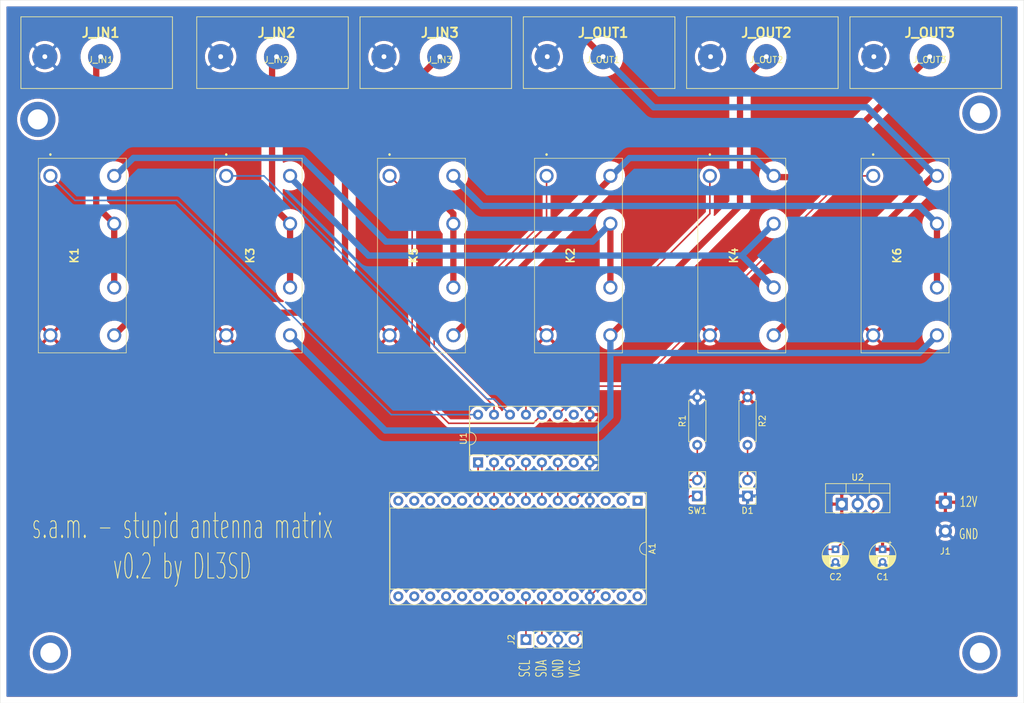
<source format=kicad_pcb>
(kicad_pcb (version 20171130) (host pcbnew 5.1.9+dfsg1-1)

  (general
    (thickness 1.6)
    (drawings 7)
    (tracks 105)
    (zones 0)
    (modules 27)
    (nets 29)
  )

  (page A4)
  (layers
    (0 F.Cu signal)
    (31 B.Cu signal)
    (32 B.Adhes user)
    (33 F.Adhes user)
    (34 B.Paste user)
    (35 F.Paste user)
    (36 B.SilkS user)
    (37 F.SilkS user)
    (38 B.Mask user)
    (39 F.Mask user)
    (40 Dwgs.User user)
    (41 Cmts.User user)
    (42 Eco1.User user)
    (43 Eco2.User user)
    (44 Edge.Cuts user)
    (45 Margin user)
    (46 B.CrtYd user)
    (47 F.CrtYd user)
    (48 B.Fab user)
    (49 F.Fab user)
  )

  (setup
    (last_trace_width 0.25)
    (trace_clearance 0.4)
    (zone_clearance 0.508)
    (zone_45_only no)
    (trace_min 0.25)
    (via_size 0.8)
    (via_drill 0.4)
    (via_min_size 0.4)
    (via_min_drill 0.3)
    (uvia_size 0.3)
    (uvia_drill 0.1)
    (uvias_allowed no)
    (uvia_min_size 0.2)
    (uvia_min_drill 0.1)
    (edge_width 0.05)
    (segment_width 0.2)
    (pcb_text_width 0.3)
    (pcb_text_size 1.5 1.5)
    (mod_edge_width 0.12)
    (mod_text_size 1 1)
    (mod_text_width 0.15)
    (pad_size 5.6 5.6)
    (pad_drill 3.2)
    (pad_to_mask_clearance 0)
    (aux_axis_origin 0 0)
    (visible_elements FFFFFF7F)
    (pcbplotparams
      (layerselection 0x010fc_ffffffff)
      (usegerberextensions false)
      (usegerberattributes false)
      (usegerberadvancedattributes true)
      (creategerberjobfile true)
      (excludeedgelayer true)
      (linewidth 0.100000)
      (plotframeref false)
      (viasonmask false)
      (mode 1)
      (useauxorigin false)
      (hpglpennumber 1)
      (hpglpenspeed 20)
      (hpglpendiameter 15.000000)
      (psnegative false)
      (psa4output false)
      (plotreference true)
      (plotvalue true)
      (plotinvisibletext false)
      (padsonsilk false)
      (subtractmaskfromsilk false)
      (outputformat 1)
      (mirror false)
      (drillshape 0)
      (scaleselection 1)
      (outputdirectory ""))
  )

  (net 0 "")
  (net 1 GND)
  (net 2 "Net-(A1-Pad11)")
  (net 3 "Net-(A1-Pad10)")
  (net 4 "Net-(A1-Pad9)")
  (net 5 "Net-(A1-Pad8)")
  (net 6 "Net-(A1-Pad7)")
  (net 7 "Net-(A1-Pad6)")
  (net 8 "Net-(J_IN1-Pad1)")
  (net 9 "Net-(J_IN2-Pad1)")
  (net 10 "Net-(J_IN3-Pad1)")
  (net 11 "Net-(J_OUT1-Pad1)")
  (net 12 "Net-(J_OUT2-Pad1)")
  (net 13 "Net-(J_OUT3-Pad1)")
  (net 14 "Net-(K1-Pad8)")
  (net 15 "Net-(K3-Pad8)")
  (net 16 "Net-(K5-Pad8)")
  (net 17 VCC)
  (net 18 "Net-(A1-Pad27)")
  (net 19 "Net-(A1-Pad24)")
  (net 20 "Net-(A1-Pad23)")
  (net 21 "Net-(K1-Pad1)")
  (net 22 "Net-(K2-Pad1)")
  (net 23 "Net-(K3-Pad1)")
  (net 24 "Net-(K4-Pad1)")
  (net 25 "Net-(K5-Pad1)")
  (net 26 "Net-(K6-Pad1)")
  (net 27 "Net-(A1-Pad5)")
  (net 28 "Net-(D1-Pad2)")

  (net_class Default "This is the default net class."
    (clearance 0.4)
    (trace_width 0.25)
    (via_dia 0.8)
    (via_drill 0.4)
    (uvia_dia 0.3)
    (uvia_drill 0.1)
    (diff_pair_width 0.25)
    (diff_pair_gap 0.25)
    (add_net "Net-(A1-Pad23)")
    (add_net "Net-(A1-Pad24)")
    (add_net "Net-(A1-Pad27)")
    (add_net "Net-(A1-Pad5)")
    (add_net "Net-(D1-Pad2)")
    (add_net "Net-(K1-Pad1)")
    (add_net "Net-(K2-Pad1)")
    (add_net "Net-(K3-Pad1)")
    (add_net "Net-(K4-Pad1)")
    (add_net "Net-(K5-Pad1)")
    (add_net "Net-(K6-Pad1)")
    (add_net VCC)
  )

  (net_class gnd ""
    (clearance 0.4)
    (trace_width 1)
    (via_dia 1)
    (via_drill 0.4)
    (uvia_dia 0.3)
    (uvia_drill 0.1)
    (diff_pair_width 0.25)
    (diff_pair_gap 0.25)
    (add_net GND)
  )

  (net_class logic_signal ""
    (clearance 0.4)
    (trace_width 0.25)
    (via_dia 0.8)
    (via_drill 0.4)
    (uvia_dia 0.3)
    (uvia_drill 0.1)
    (diff_pair_width 0.25)
    (diff_pair_gap 0.25)
    (add_net "Net-(A1-Pad10)")
    (add_net "Net-(A1-Pad11)")
    (add_net "Net-(A1-Pad6)")
    (add_net "Net-(A1-Pad7)")
    (add_net "Net-(A1-Pad8)")
    (add_net "Net-(A1-Pad9)")
  )

  (net_class power ""
    (clearance 0.4)
    (trace_width 0.25)
    (via_dia 0.8)
    (via_drill 0.4)
    (uvia_dia 0.3)
    (uvia_drill 0.1)
    (diff_pair_width 0.25)
    (diff_pair_gap 0.25)
  )

  (net_class rf_signal ""
    (clearance 1.2)
    (trace_width 1)
    (via_dia 1.5)
    (via_drill 0.4)
    (uvia_dia 0.3)
    (uvia_drill 0.1)
    (diff_pair_width 0.25)
    (diff_pair_gap 0.25)
    (add_net "Net-(J_IN1-Pad1)")
    (add_net "Net-(J_IN2-Pad1)")
    (add_net "Net-(J_IN3-Pad1)")
    (add_net "Net-(J_OUT1-Pad1)")
    (add_net "Net-(J_OUT2-Pad1)")
    (add_net "Net-(J_OUT3-Pad1)")
    (add_net "Net-(K1-Pad8)")
    (add_net "Net-(K3-Pad8)")
    (add_net "Net-(K5-Pad8)")
  )

  (module first_try:my_pl_socket (layer F.Cu) (tedit 5FE20023) (tstamp 5FE2960C)
    (at 137 41)
    (path /5FE275D3)
    (fp_text reference J_IN3 (at 0 0.5) (layer F.SilkS)
      (effects (font (size 1 1) (thickness 0.15)))
    )
    (fp_text value Conn_Coaxial (at -7.62 8.89) (layer F.Fab)
      (effects (font (size 1 1) (thickness 0.15)))
    )
    (fp_line (start 11.43 5.08) (end 11.43 -6.35) (layer F.SilkS) (width 0.12))
    (fp_line (start 11.43 -6.35) (end -12.7 -6.35) (layer F.SilkS) (width 0.12))
    (fp_line (start -12.7 -6.35) (end -12.7 5.08) (layer F.SilkS) (width 0.12))
    (fp_line (start -12.7 5.08) (end 11.43 5.08) (layer F.SilkS) (width 0.12))
    (fp_text user %R (at 0 -3.81) (layer F.SilkS)
      (effects (font (size 1.5 1.5) (thickness 0.3)))
    )
    (pad 2 thru_hole circle (at -8.89 0) (size 4 4) (drill 0.762) (layers *.Cu *.Mask)
      (net 1 GND))
    (pad 1 thru_hole circle (at 0 0) (size 4 4) (drill 0.762) (layers *.Cu *.Mask)
      (net 10 "Net-(J_IN3-Pad1)"))
  )

  (module first_try:my_pl_socket (layer F.Cu) (tedit 5FE20023) (tstamp 5FE29617)
    (at 163 41)
    (path /5FE2854C)
    (fp_text reference J_OUT1 (at 0 0.5) (layer F.SilkS)
      (effects (font (size 1 1) (thickness 0.15)))
    )
    (fp_text value Conn_Coaxial (at -7.62 8.89) (layer F.Fab)
      (effects (font (size 1 1) (thickness 0.15)))
    )
    (fp_line (start 11.43 5.08) (end 11.43 -6.35) (layer F.SilkS) (width 0.12))
    (fp_line (start 11.43 -6.35) (end -12.7 -6.35) (layer F.SilkS) (width 0.12))
    (fp_line (start -12.7 -6.35) (end -12.7 5.08) (layer F.SilkS) (width 0.12))
    (fp_line (start -12.7 5.08) (end 11.43 5.08) (layer F.SilkS) (width 0.12))
    (fp_text user %R (at 0 -3.81) (layer F.SilkS)
      (effects (font (size 1.5 1.5) (thickness 0.3)))
    )
    (pad 2 thru_hole circle (at -8.89 0) (size 4 4) (drill 0.762) (layers *.Cu *.Mask)
      (net 1 GND))
    (pad 1 thru_hole circle (at 0 0) (size 4 4) (drill 0.762) (layers *.Cu *.Mask)
      (net 11 "Net-(J_OUT1-Pad1)"))
  )

  (module first_try:my_pl_socket (layer F.Cu) (tedit 5FE20023) (tstamp 5FE29601)
    (at 111 41)
    (path /5FE26913)
    (fp_text reference J_IN2 (at 0 0.5) (layer F.SilkS)
      (effects (font (size 1 1) (thickness 0.15)))
    )
    (fp_text value Conn_Coaxial (at -7.62 8.89) (layer F.Fab)
      (effects (font (size 1 1) (thickness 0.15)))
    )
    (fp_line (start 11.43 5.08) (end 11.43 -6.35) (layer F.SilkS) (width 0.12))
    (fp_line (start 11.43 -6.35) (end -12.7 -6.35) (layer F.SilkS) (width 0.12))
    (fp_line (start -12.7 -6.35) (end -12.7 5.08) (layer F.SilkS) (width 0.12))
    (fp_line (start -12.7 5.08) (end 11.43 5.08) (layer F.SilkS) (width 0.12))
    (fp_text user %R (at 0 -3.81) (layer F.SilkS)
      (effects (font (size 1.5 1.5) (thickness 0.3)))
    )
    (pad 2 thru_hole circle (at -8.89 0) (size 4 4) (drill 0.762) (layers *.Cu *.Mask)
      (net 1 GND))
    (pad 1 thru_hole circle (at 0 0) (size 4 4) (drill 0.762) (layers *.Cu *.Mask)
      (net 9 "Net-(J_IN2-Pad1)"))
  )

  (module Package_DIP:DIP-16_W7.62mm_Socket (layer F.Cu) (tedit 5A02E8C5) (tstamp 5FE180FA)
    (at 143.096 105.662 90)
    (descr "16-lead though-hole mounted DIP package, row spacing 7.62 mm (300 mils), Socket")
    (tags "THT DIP DIL PDIP 2.54mm 7.62mm 300mil Socket")
    (path /5FE137F4)
    (fp_text reference U1 (at 3.81 -2.33 90) (layer F.SilkS)
      (effects (font (size 1 1) (thickness 0.15)))
    )
    (fp_text value ULN2003A (at 3.81 20.11 90) (layer F.Fab)
      (effects (font (size 1 1) (thickness 0.15)))
    )
    (fp_line (start 1.635 -1.27) (end 6.985 -1.27) (layer F.Fab) (width 0.1))
    (fp_line (start 6.985 -1.27) (end 6.985 19.05) (layer F.Fab) (width 0.1))
    (fp_line (start 6.985 19.05) (end 0.635 19.05) (layer F.Fab) (width 0.1))
    (fp_line (start 0.635 19.05) (end 0.635 -0.27) (layer F.Fab) (width 0.1))
    (fp_line (start 0.635 -0.27) (end 1.635 -1.27) (layer F.Fab) (width 0.1))
    (fp_line (start -1.27 -1.33) (end -1.27 19.11) (layer F.Fab) (width 0.1))
    (fp_line (start -1.27 19.11) (end 8.89 19.11) (layer F.Fab) (width 0.1))
    (fp_line (start 8.89 19.11) (end 8.89 -1.33) (layer F.Fab) (width 0.1))
    (fp_line (start 8.89 -1.33) (end -1.27 -1.33) (layer F.Fab) (width 0.1))
    (fp_line (start 2.81 -1.33) (end 1.16 -1.33) (layer F.SilkS) (width 0.12))
    (fp_line (start 1.16 -1.33) (end 1.16 19.11) (layer F.SilkS) (width 0.12))
    (fp_line (start 1.16 19.11) (end 6.46 19.11) (layer F.SilkS) (width 0.12))
    (fp_line (start 6.46 19.11) (end 6.46 -1.33) (layer F.SilkS) (width 0.12))
    (fp_line (start 6.46 -1.33) (end 4.81 -1.33) (layer F.SilkS) (width 0.12))
    (fp_line (start -1.33 -1.39) (end -1.33 19.17) (layer F.SilkS) (width 0.12))
    (fp_line (start -1.33 19.17) (end 8.95 19.17) (layer F.SilkS) (width 0.12))
    (fp_line (start 8.95 19.17) (end 8.95 -1.39) (layer F.SilkS) (width 0.12))
    (fp_line (start 8.95 -1.39) (end -1.33 -1.39) (layer F.SilkS) (width 0.12))
    (fp_line (start -1.55 -1.6) (end -1.55 19.4) (layer F.CrtYd) (width 0.05))
    (fp_line (start -1.55 19.4) (end 9.15 19.4) (layer F.CrtYd) (width 0.05))
    (fp_line (start 9.15 19.4) (end 9.15 -1.6) (layer F.CrtYd) (width 0.05))
    (fp_line (start 9.15 -1.6) (end -1.55 -1.6) (layer F.CrtYd) (width 0.05))
    (fp_text user %R (at 3.81 8.89 90) (layer F.Fab)
      (effects (font (size 1 1) (thickness 0.15)))
    )
    (fp_arc (start 3.81 -1.33) (end 2.81 -1.33) (angle -180) (layer F.SilkS) (width 0.12))
    (pad 16 thru_hole oval (at 7.62 0 90) (size 1.6 1.6) (drill 0.8) (layers *.Cu *.Mask)
      (net 21 "Net-(K1-Pad1)"))
    (pad 8 thru_hole oval (at 0 17.78 90) (size 1.6 1.6) (drill 0.8) (layers *.Cu *.Mask)
      (net 1 GND))
    (pad 15 thru_hole oval (at 7.62 2.54 90) (size 1.6 1.6) (drill 0.8) (layers *.Cu *.Mask)
      (net 22 "Net-(K2-Pad1)"))
    (pad 7 thru_hole oval (at 0 15.24 90) (size 1.6 1.6) (drill 0.8) (layers *.Cu *.Mask))
    (pad 14 thru_hole oval (at 7.62 5.08 90) (size 1.6 1.6) (drill 0.8) (layers *.Cu *.Mask)
      (net 23 "Net-(K3-Pad1)"))
    (pad 6 thru_hole oval (at 0 12.7 90) (size 1.6 1.6) (drill 0.8) (layers *.Cu *.Mask)
      (net 7 "Net-(A1-Pad6)"))
    (pad 13 thru_hole oval (at 7.62 7.62 90) (size 1.6 1.6) (drill 0.8) (layers *.Cu *.Mask)
      (net 24 "Net-(K4-Pad1)"))
    (pad 5 thru_hole oval (at 0 10.16 90) (size 1.6 1.6) (drill 0.8) (layers *.Cu *.Mask)
      (net 6 "Net-(A1-Pad7)"))
    (pad 12 thru_hole oval (at 7.62 10.16 90) (size 1.6 1.6) (drill 0.8) (layers *.Cu *.Mask)
      (net 25 "Net-(K5-Pad1)"))
    (pad 4 thru_hole oval (at 0 7.62 90) (size 1.6 1.6) (drill 0.8) (layers *.Cu *.Mask)
      (net 5 "Net-(A1-Pad8)"))
    (pad 11 thru_hole oval (at 7.62 12.7 90) (size 1.6 1.6) (drill 0.8) (layers *.Cu *.Mask)
      (net 26 "Net-(K6-Pad1)"))
    (pad 3 thru_hole oval (at 0 5.08 90) (size 1.6 1.6) (drill 0.8) (layers *.Cu *.Mask)
      (net 4 "Net-(A1-Pad9)"))
    (pad 10 thru_hole oval (at 7.62 15.24 90) (size 1.6 1.6) (drill 0.8) (layers *.Cu *.Mask))
    (pad 2 thru_hole oval (at 0 2.54 90) (size 1.6 1.6) (drill 0.8) (layers *.Cu *.Mask)
      (net 3 "Net-(A1-Pad10)"))
    (pad 9 thru_hole oval (at 7.62 17.78 90) (size 1.6 1.6) (drill 0.8) (layers *.Cu *.Mask)
      (net 17 VCC))
    (pad 1 thru_hole rect (at 0 0 90) (size 1.6 1.6) (drill 0.8) (layers *.Cu *.Mask)
      (net 2 "Net-(A1-Pad11)"))
    (model ${KISYS3DMOD}/Package_DIP.3dshapes/DIP-16_W7.62mm_Socket.wrl
      (at (xyz 0 0 0))
      (scale (xyz 1 1 1))
      (rotate (xyz 0 0 0))
    )
  )

  (module first_try:my_pl_socket (layer F.Cu) (tedit 5FE20023) (tstamp 5FE2962D)
    (at 215 41)
    (path /5FE2A099)
    (fp_text reference J_OUT3 (at 0 0.5) (layer F.SilkS)
      (effects (font (size 1 1) (thickness 0.15)))
    )
    (fp_text value Conn_Coaxial (at -7.62 8.89) (layer F.Fab)
      (effects (font (size 1 1) (thickness 0.15)))
    )
    (fp_line (start 11.43 5.08) (end 11.43 -6.35) (layer F.SilkS) (width 0.12))
    (fp_line (start 11.43 -6.35) (end -12.7 -6.35) (layer F.SilkS) (width 0.12))
    (fp_line (start -12.7 -6.35) (end -12.7 5.08) (layer F.SilkS) (width 0.12))
    (fp_line (start -12.7 5.08) (end 11.43 5.08) (layer F.SilkS) (width 0.12))
    (fp_text user %R (at 0 -3.81) (layer F.SilkS)
      (effects (font (size 1.5 1.5) (thickness 0.3)))
    )
    (pad 2 thru_hole circle (at -8.89 0) (size 4 4) (drill 0.762) (layers *.Cu *.Mask)
      (net 1 GND))
    (pad 1 thru_hole circle (at 0 0) (size 4 4) (drill 0.762) (layers *.Cu *.Mask)
      (net 13 "Net-(J_OUT3-Pad1)"))
  )

  (module first_try:my_pl_socket (layer F.Cu) (tedit 5FE20023) (tstamp 5FE295F6)
    (at 83 41)
    (path /5FE965E9)
    (fp_text reference J_IN1 (at 0 0.5) (layer F.SilkS)
      (effects (font (size 1 1) (thickness 0.15)))
    )
    (fp_text value Conn_Coaxial (at -7.62 8.89) (layer F.Fab)
      (effects (font (size 1 1) (thickness 0.15)))
    )
    (fp_line (start 11.43 5.08) (end 11.43 -6.35) (layer F.SilkS) (width 0.12))
    (fp_line (start 11.43 -6.35) (end -12.7 -6.35) (layer F.SilkS) (width 0.12))
    (fp_line (start -12.7 -6.35) (end -12.7 5.08) (layer F.SilkS) (width 0.12))
    (fp_line (start -12.7 5.08) (end 11.43 5.08) (layer F.SilkS) (width 0.12))
    (fp_text user %R (at 0 -3.81) (layer F.SilkS)
      (effects (font (size 1.5 1.5) (thickness 0.3)))
    )
    (pad 2 thru_hole circle (at -8.89 0) (size 4 4) (drill 0.762) (layers *.Cu *.Mask)
      (net 1 GND))
    (pad 1 thru_hole circle (at 0 0) (size 4 4) (drill 0.762) (layers *.Cu *.Mask)
      (net 8 "Net-(J_IN1-Pad1)"))
  )

  (module MountingHole:MountingHole_3.2mm_M3_DIN965_Pad (layer F.Cu) (tedit 56D1B4CB) (tstamp 5FEBE368)
    (at 73 51)
    (descr "Mounting Hole 3.2mm, M3, DIN965")
    (tags "mounting hole 3.2mm m3 din965")
    (path /60001F3E)
    (attr virtual)
    (fp_text reference H1 (at 0 -3.8) (layer F.SilkS) hide
      (effects (font (size 1 1) (thickness 0.15)))
    )
    (fp_text value MountingHole (at 0 3.8) (layer F.Fab)
      (effects (font (size 1 1) (thickness 0.15)))
    )
    (fp_circle (center 0 0) (end 2.8 0) (layer Cmts.User) (width 0.15))
    (fp_circle (center 0 0) (end 3.05 0) (layer F.CrtYd) (width 0.05))
    (fp_text user %R (at 0.3 0) (layer F.Fab)
      (effects (font (size 1 1) (thickness 0.15)))
    )
    (pad 1 thru_hole circle (at 0 0) (size 5.6 5.6) (drill 3.2) (layers *.Cu *.Mask))
  )

  (module MountingHole:MountingHole_3.2mm_M3_DIN965_Pad (layer F.Cu) (tedit 56D1B4CB) (tstamp 5FEBE370)
    (at 223 136)
    (descr "Mounting Hole 3.2mm, M3, DIN965")
    (tags "mounting hole 3.2mm m3 din965")
    (path /60006148)
    (attr virtual)
    (fp_text reference H2 (at 0 -3.8) (layer F.SilkS) hide
      (effects (font (size 1 1) (thickness 0.15)))
    )
    (fp_text value MountingHole (at 0 3.8) (layer F.Fab)
      (effects (font (size 1 1) (thickness 0.15)))
    )
    (fp_circle (center 0 0) (end 2.8 0) (layer Cmts.User) (width 0.15))
    (fp_circle (center 0 0) (end 3.05 0) (layer F.CrtYd) (width 0.05))
    (fp_text user %R (at 0.3 0) (layer F.Fab)
      (effects (font (size 1 1) (thickness 0.15)))
    )
    (pad 1 thru_hole circle (at 0 0) (size 5.6 5.6) (drill 3.2) (layers *.Cu *.Mask))
  )

  (module MountingHole:MountingHole_3.2mm_M3_DIN965_Pad (layer F.Cu) (tedit 56D1B4CB) (tstamp 5FEBE378)
    (at 75 136)
    (descr "Mounting Hole 3.2mm, M3, DIN965")
    (tags "mounting hole 3.2mm m3 din965")
    (path /6000A3F2)
    (attr virtual)
    (fp_text reference H3 (at 0 -3.8) (layer F.SilkS) hide
      (effects (font (size 1 1) (thickness 0.15)))
    )
    (fp_text value MountingHole (at 0 3.8) (layer F.Fab)
      (effects (font (size 1 1) (thickness 0.15)))
    )
    (fp_circle (center 0 0) (end 2.8 0) (layer Cmts.User) (width 0.15))
    (fp_circle (center 0 0) (end 3.05 0) (layer F.CrtYd) (width 0.05))
    (fp_text user %R (at 0.3 0) (layer F.Fab)
      (effects (font (size 1 1) (thickness 0.15)))
    )
    (pad 1 thru_hole circle (at 0 0) (size 5.6 5.6) (drill 3.2) (layers *.Cu *.Mask))
  )

  (module MountingHole:MountingHole_3.2mm_M3_DIN965_Pad (layer F.Cu) (tedit 56D1B4CB) (tstamp 5FEBE380)
    (at 223 50)
    (descr "Mounting Hole 3.2mm, M3, DIN965")
    (tags "mounting hole 3.2mm m3 din965")
    (path /5FFFD308)
    (attr virtual)
    (fp_text reference H4 (at 0 -3.8) (layer F.SilkS) hide
      (effects (font (size 1 1) (thickness 0.15)))
    )
    (fp_text value MountingHole (at 0 3.8) (layer F.Fab)
      (effects (font (size 1 1) (thickness 0.15)))
    )
    (fp_circle (center 0 0) (end 2.8 0) (layer Cmts.User) (width 0.15))
    (fp_circle (center 0 0) (end 3.05 0) (layer F.CrtYd) (width 0.05))
    (fp_text user %R (at 0.3 0) (layer F.Fab)
      (effects (font (size 1 1) (thickness 0.15)))
    )
    (pad 1 thru_hole circle (at 0 0) (size 5.6 5.6) (drill 3.2) (layers *.Cu *.Mask))
  )

  (module Connector_Wire:SolderWire-0.5sqmm_1x02_P4.6mm_D0.9mm_OD2.1mm (layer F.Cu) (tedit 5EB70B43) (tstamp 5FEBE381)
    (at 217.5 112 270)
    (descr "Soldered wire connection, for 2 times 0.5 mm² wires, basic insulation, conductor diameter 0.9mm, outer diameter 2.1mm, size source Multi-Contact FLEXI-E 0.5 (https://ec.staubli.com/AcroFiles/Catalogues/TM_Cab-Main-11014119_(en)_hi.pdf), bend radius 3 times outer diameter, generated with kicad-footprint-generator")
    (tags "connector wire 0.5sqmm")
    (path /5FE54422)
    (attr virtual)
    (fp_text reference J1 (at 7.8 0 180) (layer F.SilkS)
      (effects (font (size 1 1) (thickness 0.15)))
    )
    (fp_text value Conn_01x02_Male (at 2.3 2.25 90) (layer F.Fab)
      (effects (font (size 1 1) (thickness 0.15)))
    )
    (fp_circle (center 0 0) (end 1.05 0) (layer F.Fab) (width 0.1))
    (fp_circle (center 4.6 0) (end 5.65 0) (layer F.Fab) (width 0.1))
    (fp_line (start -1.8 -1.55) (end -1.8 1.55) (layer F.CrtYd) (width 0.05))
    (fp_line (start -1.8 1.55) (end 1.8 1.55) (layer F.CrtYd) (width 0.05))
    (fp_line (start 1.8 1.55) (end 1.8 -1.55) (layer F.CrtYd) (width 0.05))
    (fp_line (start 1.8 -1.55) (end -1.8 -1.55) (layer F.CrtYd) (width 0.05))
    (fp_line (start 2.8 -1.55) (end 2.8 1.55) (layer F.CrtYd) (width 0.05))
    (fp_line (start 2.8 1.55) (end 6.4 1.55) (layer F.CrtYd) (width 0.05))
    (fp_line (start 6.4 1.55) (end 6.4 -1.55) (layer F.CrtYd) (width 0.05))
    (fp_line (start 6.4 -1.55) (end 2.8 -1.55) (layer F.CrtYd) (width 0.05))
    (fp_text user %R (at 2.3 0) (layer F.Fab)
      (effects (font (size 0.78 0.78) (thickness 0.12)))
    )
    (pad 2 thru_hole circle (at 4.6 0 270) (size 2.1 2.1) (drill 1.1) (layers *.Cu *.Mask)
      (net 1 GND))
    (pad 1 thru_hole roundrect (at 0 0 270) (size 2.1 2.1) (drill 1.1) (layers *.Cu *.Mask) (roundrect_rratio 0.119047619047619)
      (net 17 VCC))
    (model ${KISYS3DMOD}/Connector_Wire.3dshapes/SolderWire-0.5sqmm_1x02_P4.6mm_D0.9mm_OD2.1mm.wrl
      (at (xyz 0 0 0))
      (scale (xyz 1 1 1))
      (rotate (xyz 0 0 0))
    )
  )

  (module Connector_PinHeader_2.54mm:PinHeader_1x04_P2.54mm_Vertical (layer F.Cu) (tedit 59FED5CC) (tstamp 5FEBE3A8)
    (at 150.716 133.888 90)
    (descr "Through hole straight pin header, 1x04, 2.54mm pitch, single row")
    (tags "Through hole pin header THT 1x04 2.54mm single row")
    (path /600A32F1)
    (fp_text reference J2 (at 0 -2.33 90) (layer F.SilkS)
      (effects (font (size 1 1) (thickness 0.15)))
    )
    (fp_text value "I2C Display" (at 0 9.95 90) (layer F.Fab)
      (effects (font (size 1 1) (thickness 0.15)))
    )
    (fp_line (start -0.635 -1.27) (end 1.27 -1.27) (layer F.Fab) (width 0.1))
    (fp_line (start 1.27 -1.27) (end 1.27 8.89) (layer F.Fab) (width 0.1))
    (fp_line (start 1.27 8.89) (end -1.27 8.89) (layer F.Fab) (width 0.1))
    (fp_line (start -1.27 8.89) (end -1.27 -0.635) (layer F.Fab) (width 0.1))
    (fp_line (start -1.27 -0.635) (end -0.635 -1.27) (layer F.Fab) (width 0.1))
    (fp_line (start -1.33 8.95) (end 1.33 8.95) (layer F.SilkS) (width 0.12))
    (fp_line (start -1.33 1.27) (end -1.33 8.95) (layer F.SilkS) (width 0.12))
    (fp_line (start 1.33 1.27) (end 1.33 8.95) (layer F.SilkS) (width 0.12))
    (fp_line (start -1.33 1.27) (end 1.33 1.27) (layer F.SilkS) (width 0.12))
    (fp_line (start -1.33 0) (end -1.33 -1.33) (layer F.SilkS) (width 0.12))
    (fp_line (start -1.33 -1.33) (end 0 -1.33) (layer F.SilkS) (width 0.12))
    (fp_line (start -1.8 -1.8) (end -1.8 9.4) (layer F.CrtYd) (width 0.05))
    (fp_line (start -1.8 9.4) (end 1.8 9.4) (layer F.CrtYd) (width 0.05))
    (fp_line (start 1.8 9.4) (end 1.8 -1.8) (layer F.CrtYd) (width 0.05))
    (fp_line (start 1.8 -1.8) (end -1.8 -1.8) (layer F.CrtYd) (width 0.05))
    (fp_text user %R (at 0 3.81) (layer F.Fab)
      (effects (font (size 1 1) (thickness 0.15)))
    )
    (pad 4 thru_hole oval (at 0 7.62 90) (size 1.7 1.7) (drill 1) (layers *.Cu *.Mask)
      (net 18 "Net-(A1-Pad27)"))
    (pad 3 thru_hole oval (at 0 5.08 90) (size 1.7 1.7) (drill 1) (layers *.Cu *.Mask)
      (net 1 GND))
    (pad 2 thru_hole oval (at 0 2.54 90) (size 1.7 1.7) (drill 1) (layers *.Cu *.Mask)
      (net 19 "Net-(A1-Pad24)"))
    (pad 1 thru_hole rect (at 0 0 90) (size 1.7 1.7) (drill 1) (layers *.Cu *.Mask)
      (net 20 "Net-(A1-Pad23)"))
    (model ${KISYS3DMOD}/Connector_PinHeader_2.54mm.3dshapes/PinHeader_1x04_P2.54mm_Vertical.wrl
      (at (xyz 0 0 0))
      (scale (xyz 1 1 1))
      (rotate (xyz 0 0 0))
    )
  )

  (module first_try:my_pl_socket (layer F.Cu) (tedit 5FE20023) (tstamp 5FEC37F1)
    (at 189 41)
    (path /5FE2939A)
    (fp_text reference J_OUT2 (at 0 0.5) (layer F.SilkS)
      (effects (font (size 1 1) (thickness 0.15)))
    )
    (fp_text value Conn_Coaxial (at -7.62 8.89) (layer F.Fab)
      (effects (font (size 1 1) (thickness 0.15)))
    )
    (fp_line (start 11.43 5.08) (end 11.43 -6.35) (layer F.SilkS) (width 0.12))
    (fp_line (start 11.43 -6.35) (end -12.7 -6.35) (layer F.SilkS) (width 0.12))
    (fp_line (start -12.7 -6.35) (end -12.7 5.08) (layer F.SilkS) (width 0.12))
    (fp_line (start -12.7 5.08) (end 11.43 5.08) (layer F.SilkS) (width 0.12))
    (fp_text user %R (at 0 -3.81) (layer F.SilkS)
      (effects (font (size 1.5 1.5) (thickness 0.3)))
    )
    (pad 2 thru_hole circle (at -8.89 0) (size 4 4) (drill 0.762) (layers *.Cu *.Mask)
      (net 1 GND))
    (pad 1 thru_hole circle (at 0 0) (size 4 4) (drill 0.762) (layers *.Cu *.Mask)
      (net 12 "Net-(J_OUT2-Pad1)"))
  )

  (module Capacitor_THT:CP_Radial_D4.0mm_P2.00mm (layer F.Cu) (tedit 5AE50EF0) (tstamp 5FECEF50)
    (at 207.5 119.5 270)
    (descr "CP, Radial series, Radial, pin pitch=2.00mm, , diameter=4mm, Electrolytic Capacitor")
    (tags "CP Radial series Radial pin pitch 2.00mm  diameter 4mm Electrolytic Capacitor")
    (path /5FEEF27A)
    (fp_text reference C1 (at 4.4 0 180) (layer F.SilkS)
      (effects (font (size 1 1) (thickness 0.15)))
    )
    (fp_text value 0,22µF (at 1 3.25 90) (layer F.Fab)
      (effects (font (size 1 1) (thickness 0.15)))
    )
    (fp_circle (center 1 0) (end 3 0) (layer F.Fab) (width 0.1))
    (fp_circle (center 1 0) (end 3.12 0) (layer F.SilkS) (width 0.12))
    (fp_circle (center 1 0) (end 3.25 0) (layer F.CrtYd) (width 0.05))
    (fp_line (start -0.702554 -0.8675) (end -0.302554 -0.8675) (layer F.Fab) (width 0.1))
    (fp_line (start -0.502554 -1.0675) (end -0.502554 -0.6675) (layer F.Fab) (width 0.1))
    (fp_line (start 1 -2.08) (end 1 2.08) (layer F.SilkS) (width 0.12))
    (fp_line (start 1.04 -2.08) (end 1.04 2.08) (layer F.SilkS) (width 0.12))
    (fp_line (start 1.08 -2.079) (end 1.08 2.079) (layer F.SilkS) (width 0.12))
    (fp_line (start 1.12 -2.077) (end 1.12 2.077) (layer F.SilkS) (width 0.12))
    (fp_line (start 1.16 -2.074) (end 1.16 2.074) (layer F.SilkS) (width 0.12))
    (fp_line (start 1.2 -2.071) (end 1.2 -0.84) (layer F.SilkS) (width 0.12))
    (fp_line (start 1.2 0.84) (end 1.2 2.071) (layer F.SilkS) (width 0.12))
    (fp_line (start 1.24 -2.067) (end 1.24 -0.84) (layer F.SilkS) (width 0.12))
    (fp_line (start 1.24 0.84) (end 1.24 2.067) (layer F.SilkS) (width 0.12))
    (fp_line (start 1.28 -2.062) (end 1.28 -0.84) (layer F.SilkS) (width 0.12))
    (fp_line (start 1.28 0.84) (end 1.28 2.062) (layer F.SilkS) (width 0.12))
    (fp_line (start 1.32 -2.056) (end 1.32 -0.84) (layer F.SilkS) (width 0.12))
    (fp_line (start 1.32 0.84) (end 1.32 2.056) (layer F.SilkS) (width 0.12))
    (fp_line (start 1.36 -2.05) (end 1.36 -0.84) (layer F.SilkS) (width 0.12))
    (fp_line (start 1.36 0.84) (end 1.36 2.05) (layer F.SilkS) (width 0.12))
    (fp_line (start 1.4 -2.042) (end 1.4 -0.84) (layer F.SilkS) (width 0.12))
    (fp_line (start 1.4 0.84) (end 1.4 2.042) (layer F.SilkS) (width 0.12))
    (fp_line (start 1.44 -2.034) (end 1.44 -0.84) (layer F.SilkS) (width 0.12))
    (fp_line (start 1.44 0.84) (end 1.44 2.034) (layer F.SilkS) (width 0.12))
    (fp_line (start 1.48 -2.025) (end 1.48 -0.84) (layer F.SilkS) (width 0.12))
    (fp_line (start 1.48 0.84) (end 1.48 2.025) (layer F.SilkS) (width 0.12))
    (fp_line (start 1.52 -2.016) (end 1.52 -0.84) (layer F.SilkS) (width 0.12))
    (fp_line (start 1.52 0.84) (end 1.52 2.016) (layer F.SilkS) (width 0.12))
    (fp_line (start 1.56 -2.005) (end 1.56 -0.84) (layer F.SilkS) (width 0.12))
    (fp_line (start 1.56 0.84) (end 1.56 2.005) (layer F.SilkS) (width 0.12))
    (fp_line (start 1.6 -1.994) (end 1.6 -0.84) (layer F.SilkS) (width 0.12))
    (fp_line (start 1.6 0.84) (end 1.6 1.994) (layer F.SilkS) (width 0.12))
    (fp_line (start 1.64 -1.982) (end 1.64 -0.84) (layer F.SilkS) (width 0.12))
    (fp_line (start 1.64 0.84) (end 1.64 1.982) (layer F.SilkS) (width 0.12))
    (fp_line (start 1.68 -1.968) (end 1.68 -0.84) (layer F.SilkS) (width 0.12))
    (fp_line (start 1.68 0.84) (end 1.68 1.968) (layer F.SilkS) (width 0.12))
    (fp_line (start 1.721 -1.954) (end 1.721 -0.84) (layer F.SilkS) (width 0.12))
    (fp_line (start 1.721 0.84) (end 1.721 1.954) (layer F.SilkS) (width 0.12))
    (fp_line (start 1.761 -1.94) (end 1.761 -0.84) (layer F.SilkS) (width 0.12))
    (fp_line (start 1.761 0.84) (end 1.761 1.94) (layer F.SilkS) (width 0.12))
    (fp_line (start 1.801 -1.924) (end 1.801 -0.84) (layer F.SilkS) (width 0.12))
    (fp_line (start 1.801 0.84) (end 1.801 1.924) (layer F.SilkS) (width 0.12))
    (fp_line (start 1.841 -1.907) (end 1.841 -0.84) (layer F.SilkS) (width 0.12))
    (fp_line (start 1.841 0.84) (end 1.841 1.907) (layer F.SilkS) (width 0.12))
    (fp_line (start 1.881 -1.889) (end 1.881 -0.84) (layer F.SilkS) (width 0.12))
    (fp_line (start 1.881 0.84) (end 1.881 1.889) (layer F.SilkS) (width 0.12))
    (fp_line (start 1.921 -1.87) (end 1.921 -0.84) (layer F.SilkS) (width 0.12))
    (fp_line (start 1.921 0.84) (end 1.921 1.87) (layer F.SilkS) (width 0.12))
    (fp_line (start 1.961 -1.851) (end 1.961 -0.84) (layer F.SilkS) (width 0.12))
    (fp_line (start 1.961 0.84) (end 1.961 1.851) (layer F.SilkS) (width 0.12))
    (fp_line (start 2.001 -1.83) (end 2.001 -0.84) (layer F.SilkS) (width 0.12))
    (fp_line (start 2.001 0.84) (end 2.001 1.83) (layer F.SilkS) (width 0.12))
    (fp_line (start 2.041 -1.808) (end 2.041 -0.84) (layer F.SilkS) (width 0.12))
    (fp_line (start 2.041 0.84) (end 2.041 1.808) (layer F.SilkS) (width 0.12))
    (fp_line (start 2.081 -1.785) (end 2.081 -0.84) (layer F.SilkS) (width 0.12))
    (fp_line (start 2.081 0.84) (end 2.081 1.785) (layer F.SilkS) (width 0.12))
    (fp_line (start 2.121 -1.76) (end 2.121 -0.84) (layer F.SilkS) (width 0.12))
    (fp_line (start 2.121 0.84) (end 2.121 1.76) (layer F.SilkS) (width 0.12))
    (fp_line (start 2.161 -1.735) (end 2.161 -0.84) (layer F.SilkS) (width 0.12))
    (fp_line (start 2.161 0.84) (end 2.161 1.735) (layer F.SilkS) (width 0.12))
    (fp_line (start 2.201 -1.708) (end 2.201 -0.84) (layer F.SilkS) (width 0.12))
    (fp_line (start 2.201 0.84) (end 2.201 1.708) (layer F.SilkS) (width 0.12))
    (fp_line (start 2.241 -1.68) (end 2.241 -0.84) (layer F.SilkS) (width 0.12))
    (fp_line (start 2.241 0.84) (end 2.241 1.68) (layer F.SilkS) (width 0.12))
    (fp_line (start 2.281 -1.65) (end 2.281 -0.84) (layer F.SilkS) (width 0.12))
    (fp_line (start 2.281 0.84) (end 2.281 1.65) (layer F.SilkS) (width 0.12))
    (fp_line (start 2.321 -1.619) (end 2.321 -0.84) (layer F.SilkS) (width 0.12))
    (fp_line (start 2.321 0.84) (end 2.321 1.619) (layer F.SilkS) (width 0.12))
    (fp_line (start 2.361 -1.587) (end 2.361 -0.84) (layer F.SilkS) (width 0.12))
    (fp_line (start 2.361 0.84) (end 2.361 1.587) (layer F.SilkS) (width 0.12))
    (fp_line (start 2.401 -1.552) (end 2.401 -0.84) (layer F.SilkS) (width 0.12))
    (fp_line (start 2.401 0.84) (end 2.401 1.552) (layer F.SilkS) (width 0.12))
    (fp_line (start 2.441 -1.516) (end 2.441 -0.84) (layer F.SilkS) (width 0.12))
    (fp_line (start 2.441 0.84) (end 2.441 1.516) (layer F.SilkS) (width 0.12))
    (fp_line (start 2.481 -1.478) (end 2.481 -0.84) (layer F.SilkS) (width 0.12))
    (fp_line (start 2.481 0.84) (end 2.481 1.478) (layer F.SilkS) (width 0.12))
    (fp_line (start 2.521 -1.438) (end 2.521 -0.84) (layer F.SilkS) (width 0.12))
    (fp_line (start 2.521 0.84) (end 2.521 1.438) (layer F.SilkS) (width 0.12))
    (fp_line (start 2.561 -1.396) (end 2.561 -0.84) (layer F.SilkS) (width 0.12))
    (fp_line (start 2.561 0.84) (end 2.561 1.396) (layer F.SilkS) (width 0.12))
    (fp_line (start 2.601 -1.351) (end 2.601 -0.84) (layer F.SilkS) (width 0.12))
    (fp_line (start 2.601 0.84) (end 2.601 1.351) (layer F.SilkS) (width 0.12))
    (fp_line (start 2.641 -1.304) (end 2.641 -0.84) (layer F.SilkS) (width 0.12))
    (fp_line (start 2.641 0.84) (end 2.641 1.304) (layer F.SilkS) (width 0.12))
    (fp_line (start 2.681 -1.254) (end 2.681 -0.84) (layer F.SilkS) (width 0.12))
    (fp_line (start 2.681 0.84) (end 2.681 1.254) (layer F.SilkS) (width 0.12))
    (fp_line (start 2.721 -1.2) (end 2.721 -0.84) (layer F.SilkS) (width 0.12))
    (fp_line (start 2.721 0.84) (end 2.721 1.2) (layer F.SilkS) (width 0.12))
    (fp_line (start 2.761 -1.142) (end 2.761 -0.84) (layer F.SilkS) (width 0.12))
    (fp_line (start 2.761 0.84) (end 2.761 1.142) (layer F.SilkS) (width 0.12))
    (fp_line (start 2.801 -1.08) (end 2.801 -0.84) (layer F.SilkS) (width 0.12))
    (fp_line (start 2.801 0.84) (end 2.801 1.08) (layer F.SilkS) (width 0.12))
    (fp_line (start 2.841 -1.013) (end 2.841 1.013) (layer F.SilkS) (width 0.12))
    (fp_line (start 2.881 -0.94) (end 2.881 0.94) (layer F.SilkS) (width 0.12))
    (fp_line (start 2.921 -0.859) (end 2.921 0.859) (layer F.SilkS) (width 0.12))
    (fp_line (start 2.961 -0.768) (end 2.961 0.768) (layer F.SilkS) (width 0.12))
    (fp_line (start 3.001 -0.664) (end 3.001 0.664) (layer F.SilkS) (width 0.12))
    (fp_line (start 3.041 -0.537) (end 3.041 0.537) (layer F.SilkS) (width 0.12))
    (fp_line (start 3.081 -0.37) (end 3.081 0.37) (layer F.SilkS) (width 0.12))
    (fp_line (start -1.269801 -1.195) (end -0.869801 -1.195) (layer F.SilkS) (width 0.12))
    (fp_line (start -1.069801 -1.395) (end -1.069801 -0.995) (layer F.SilkS) (width 0.12))
    (fp_text user %R (at -2.5 0 90) (layer F.Fab)
      (effects (font (size 0.8 0.8) (thickness 0.12)))
    )
    (pad 2 thru_hole circle (at 2 0 270) (size 1.2 1.2) (drill 0.6) (layers *.Cu *.Mask)
      (net 1 GND))
    (pad 1 thru_hole rect (at 0 0 270) (size 1.2 1.2) (drill 0.6) (layers *.Cu *.Mask)
      (net 17 VCC))
    (model ${KISYS3DMOD}/Capacitor_THT.3dshapes/CP_Radial_D4.0mm_P2.00mm.wrl
      (at (xyz 0 0 0))
      (scale (xyz 1 1 1))
      (rotate (xyz 0 0 0))
    )
  )

  (module Capacitor_THT:CP_Radial_D4.0mm_P2.00mm (layer F.Cu) (tedit 5AE50EF0) (tstamp 5FECEFBC)
    (at 200 119.5 270)
    (descr "CP, Radial series, Radial, pin pitch=2.00mm, , diameter=4mm, Electrolytic Capacitor")
    (tags "CP Radial series Radial pin pitch 2.00mm  diameter 4mm Electrolytic Capacitor")
    (path /5FEEFEC4)
    (fp_text reference C2 (at 4.4 0 180) (layer F.SilkS)
      (effects (font (size 1 1) (thickness 0.15)))
    )
    (fp_text value 0,22µF (at 1 3.25 90) (layer F.Fab)
      (effects (font (size 1 1) (thickness 0.15)))
    )
    (fp_circle (center 1 0) (end 3 0) (layer F.Fab) (width 0.1))
    (fp_circle (center 1 0) (end 3.12 0) (layer F.SilkS) (width 0.12))
    (fp_circle (center 1 0) (end 3.25 0) (layer F.CrtYd) (width 0.05))
    (fp_line (start -0.702554 -0.8675) (end -0.302554 -0.8675) (layer F.Fab) (width 0.1))
    (fp_line (start -0.502554 -1.0675) (end -0.502554 -0.6675) (layer F.Fab) (width 0.1))
    (fp_line (start 1 -2.08) (end 1 2.08) (layer F.SilkS) (width 0.12))
    (fp_line (start 1.04 -2.08) (end 1.04 2.08) (layer F.SilkS) (width 0.12))
    (fp_line (start 1.08 -2.079) (end 1.08 2.079) (layer F.SilkS) (width 0.12))
    (fp_line (start 1.12 -2.077) (end 1.12 2.077) (layer F.SilkS) (width 0.12))
    (fp_line (start 1.16 -2.074) (end 1.16 2.074) (layer F.SilkS) (width 0.12))
    (fp_line (start 1.2 -2.071) (end 1.2 -0.84) (layer F.SilkS) (width 0.12))
    (fp_line (start 1.2 0.84) (end 1.2 2.071) (layer F.SilkS) (width 0.12))
    (fp_line (start 1.24 -2.067) (end 1.24 -0.84) (layer F.SilkS) (width 0.12))
    (fp_line (start 1.24 0.84) (end 1.24 2.067) (layer F.SilkS) (width 0.12))
    (fp_line (start 1.28 -2.062) (end 1.28 -0.84) (layer F.SilkS) (width 0.12))
    (fp_line (start 1.28 0.84) (end 1.28 2.062) (layer F.SilkS) (width 0.12))
    (fp_line (start 1.32 -2.056) (end 1.32 -0.84) (layer F.SilkS) (width 0.12))
    (fp_line (start 1.32 0.84) (end 1.32 2.056) (layer F.SilkS) (width 0.12))
    (fp_line (start 1.36 -2.05) (end 1.36 -0.84) (layer F.SilkS) (width 0.12))
    (fp_line (start 1.36 0.84) (end 1.36 2.05) (layer F.SilkS) (width 0.12))
    (fp_line (start 1.4 -2.042) (end 1.4 -0.84) (layer F.SilkS) (width 0.12))
    (fp_line (start 1.4 0.84) (end 1.4 2.042) (layer F.SilkS) (width 0.12))
    (fp_line (start 1.44 -2.034) (end 1.44 -0.84) (layer F.SilkS) (width 0.12))
    (fp_line (start 1.44 0.84) (end 1.44 2.034) (layer F.SilkS) (width 0.12))
    (fp_line (start 1.48 -2.025) (end 1.48 -0.84) (layer F.SilkS) (width 0.12))
    (fp_line (start 1.48 0.84) (end 1.48 2.025) (layer F.SilkS) (width 0.12))
    (fp_line (start 1.52 -2.016) (end 1.52 -0.84) (layer F.SilkS) (width 0.12))
    (fp_line (start 1.52 0.84) (end 1.52 2.016) (layer F.SilkS) (width 0.12))
    (fp_line (start 1.56 -2.005) (end 1.56 -0.84) (layer F.SilkS) (width 0.12))
    (fp_line (start 1.56 0.84) (end 1.56 2.005) (layer F.SilkS) (width 0.12))
    (fp_line (start 1.6 -1.994) (end 1.6 -0.84) (layer F.SilkS) (width 0.12))
    (fp_line (start 1.6 0.84) (end 1.6 1.994) (layer F.SilkS) (width 0.12))
    (fp_line (start 1.64 -1.982) (end 1.64 -0.84) (layer F.SilkS) (width 0.12))
    (fp_line (start 1.64 0.84) (end 1.64 1.982) (layer F.SilkS) (width 0.12))
    (fp_line (start 1.68 -1.968) (end 1.68 -0.84) (layer F.SilkS) (width 0.12))
    (fp_line (start 1.68 0.84) (end 1.68 1.968) (layer F.SilkS) (width 0.12))
    (fp_line (start 1.721 -1.954) (end 1.721 -0.84) (layer F.SilkS) (width 0.12))
    (fp_line (start 1.721 0.84) (end 1.721 1.954) (layer F.SilkS) (width 0.12))
    (fp_line (start 1.761 -1.94) (end 1.761 -0.84) (layer F.SilkS) (width 0.12))
    (fp_line (start 1.761 0.84) (end 1.761 1.94) (layer F.SilkS) (width 0.12))
    (fp_line (start 1.801 -1.924) (end 1.801 -0.84) (layer F.SilkS) (width 0.12))
    (fp_line (start 1.801 0.84) (end 1.801 1.924) (layer F.SilkS) (width 0.12))
    (fp_line (start 1.841 -1.907) (end 1.841 -0.84) (layer F.SilkS) (width 0.12))
    (fp_line (start 1.841 0.84) (end 1.841 1.907) (layer F.SilkS) (width 0.12))
    (fp_line (start 1.881 -1.889) (end 1.881 -0.84) (layer F.SilkS) (width 0.12))
    (fp_line (start 1.881 0.84) (end 1.881 1.889) (layer F.SilkS) (width 0.12))
    (fp_line (start 1.921 -1.87) (end 1.921 -0.84) (layer F.SilkS) (width 0.12))
    (fp_line (start 1.921 0.84) (end 1.921 1.87) (layer F.SilkS) (width 0.12))
    (fp_line (start 1.961 -1.851) (end 1.961 -0.84) (layer F.SilkS) (width 0.12))
    (fp_line (start 1.961 0.84) (end 1.961 1.851) (layer F.SilkS) (width 0.12))
    (fp_line (start 2.001 -1.83) (end 2.001 -0.84) (layer F.SilkS) (width 0.12))
    (fp_line (start 2.001 0.84) (end 2.001 1.83) (layer F.SilkS) (width 0.12))
    (fp_line (start 2.041 -1.808) (end 2.041 -0.84) (layer F.SilkS) (width 0.12))
    (fp_line (start 2.041 0.84) (end 2.041 1.808) (layer F.SilkS) (width 0.12))
    (fp_line (start 2.081 -1.785) (end 2.081 -0.84) (layer F.SilkS) (width 0.12))
    (fp_line (start 2.081 0.84) (end 2.081 1.785) (layer F.SilkS) (width 0.12))
    (fp_line (start 2.121 -1.76) (end 2.121 -0.84) (layer F.SilkS) (width 0.12))
    (fp_line (start 2.121 0.84) (end 2.121 1.76) (layer F.SilkS) (width 0.12))
    (fp_line (start 2.161 -1.735) (end 2.161 -0.84) (layer F.SilkS) (width 0.12))
    (fp_line (start 2.161 0.84) (end 2.161 1.735) (layer F.SilkS) (width 0.12))
    (fp_line (start 2.201 -1.708) (end 2.201 -0.84) (layer F.SilkS) (width 0.12))
    (fp_line (start 2.201 0.84) (end 2.201 1.708) (layer F.SilkS) (width 0.12))
    (fp_line (start 2.241 -1.68) (end 2.241 -0.84) (layer F.SilkS) (width 0.12))
    (fp_line (start 2.241 0.84) (end 2.241 1.68) (layer F.SilkS) (width 0.12))
    (fp_line (start 2.281 -1.65) (end 2.281 -0.84) (layer F.SilkS) (width 0.12))
    (fp_line (start 2.281 0.84) (end 2.281 1.65) (layer F.SilkS) (width 0.12))
    (fp_line (start 2.321 -1.619) (end 2.321 -0.84) (layer F.SilkS) (width 0.12))
    (fp_line (start 2.321 0.84) (end 2.321 1.619) (layer F.SilkS) (width 0.12))
    (fp_line (start 2.361 -1.587) (end 2.361 -0.84) (layer F.SilkS) (width 0.12))
    (fp_line (start 2.361 0.84) (end 2.361 1.587) (layer F.SilkS) (width 0.12))
    (fp_line (start 2.401 -1.552) (end 2.401 -0.84) (layer F.SilkS) (width 0.12))
    (fp_line (start 2.401 0.84) (end 2.401 1.552) (layer F.SilkS) (width 0.12))
    (fp_line (start 2.441 -1.516) (end 2.441 -0.84) (layer F.SilkS) (width 0.12))
    (fp_line (start 2.441 0.84) (end 2.441 1.516) (layer F.SilkS) (width 0.12))
    (fp_line (start 2.481 -1.478) (end 2.481 -0.84) (layer F.SilkS) (width 0.12))
    (fp_line (start 2.481 0.84) (end 2.481 1.478) (layer F.SilkS) (width 0.12))
    (fp_line (start 2.521 -1.438) (end 2.521 -0.84) (layer F.SilkS) (width 0.12))
    (fp_line (start 2.521 0.84) (end 2.521 1.438) (layer F.SilkS) (width 0.12))
    (fp_line (start 2.561 -1.396) (end 2.561 -0.84) (layer F.SilkS) (width 0.12))
    (fp_line (start 2.561 0.84) (end 2.561 1.396) (layer F.SilkS) (width 0.12))
    (fp_line (start 2.601 -1.351) (end 2.601 -0.84) (layer F.SilkS) (width 0.12))
    (fp_line (start 2.601 0.84) (end 2.601 1.351) (layer F.SilkS) (width 0.12))
    (fp_line (start 2.641 -1.304) (end 2.641 -0.84) (layer F.SilkS) (width 0.12))
    (fp_line (start 2.641 0.84) (end 2.641 1.304) (layer F.SilkS) (width 0.12))
    (fp_line (start 2.681 -1.254) (end 2.681 -0.84) (layer F.SilkS) (width 0.12))
    (fp_line (start 2.681 0.84) (end 2.681 1.254) (layer F.SilkS) (width 0.12))
    (fp_line (start 2.721 -1.2) (end 2.721 -0.84) (layer F.SilkS) (width 0.12))
    (fp_line (start 2.721 0.84) (end 2.721 1.2) (layer F.SilkS) (width 0.12))
    (fp_line (start 2.761 -1.142) (end 2.761 -0.84) (layer F.SilkS) (width 0.12))
    (fp_line (start 2.761 0.84) (end 2.761 1.142) (layer F.SilkS) (width 0.12))
    (fp_line (start 2.801 -1.08) (end 2.801 -0.84) (layer F.SilkS) (width 0.12))
    (fp_line (start 2.801 0.84) (end 2.801 1.08) (layer F.SilkS) (width 0.12))
    (fp_line (start 2.841 -1.013) (end 2.841 1.013) (layer F.SilkS) (width 0.12))
    (fp_line (start 2.881 -0.94) (end 2.881 0.94) (layer F.SilkS) (width 0.12))
    (fp_line (start 2.921 -0.859) (end 2.921 0.859) (layer F.SilkS) (width 0.12))
    (fp_line (start 2.961 -0.768) (end 2.961 0.768) (layer F.SilkS) (width 0.12))
    (fp_line (start 3.001 -0.664) (end 3.001 0.664) (layer F.SilkS) (width 0.12))
    (fp_line (start 3.041 -0.537) (end 3.041 0.537) (layer F.SilkS) (width 0.12))
    (fp_line (start 3.081 -0.37) (end 3.081 0.37) (layer F.SilkS) (width 0.12))
    (fp_line (start -1.269801 -1.195) (end -0.869801 -1.195) (layer F.SilkS) (width 0.12))
    (fp_line (start -1.069801 -1.395) (end -1.069801 -0.995) (layer F.SilkS) (width 0.12))
    (fp_text user %R (at 1 0 90) (layer F.Fab)
      (effects (font (size 0.8 0.8) (thickness 0.12)))
    )
    (pad 2 thru_hole circle (at 2 0 270) (size 1.2 1.2) (drill 0.6) (layers *.Cu *.Mask)
      (net 1 GND))
    (pad 1 thru_hole rect (at 0 0 270) (size 1.2 1.2) (drill 0.6) (layers *.Cu *.Mask)
      (net 18 "Net-(A1-Pad27)"))
    (model ${KISYS3DMOD}/Capacitor_THT.3dshapes/CP_Radial_D4.0mm_P2.00mm.wrl
      (at (xyz 0 0 0))
      (scale (xyz 1 1 1))
      (rotate (xyz 0 0 0))
    )
  )

  (module Package_TO_SOT_THT:TO-220-3_Vertical (layer F.Cu) (tedit 5AC8BA0D) (tstamp 5FECEFD6)
    (at 201 112.3)
    (descr "TO-220-3, Vertical, RM 2.54mm, see https://www.vishay.com/docs/66542/to-220-1.pdf")
    (tags "TO-220-3 Vertical RM 2.54mm")
    (path /5FEEB793)
    (fp_text reference U2 (at 2.54 -4.27) (layer F.SilkS)
      (effects (font (size 1 1) (thickness 0.15)))
    )
    (fp_text value LM7805_TO220 (at 2.54 2.5) (layer F.Fab)
      (effects (font (size 1 1) (thickness 0.15)))
    )
    (fp_line (start -2.46 -3.15) (end -2.46 1.25) (layer F.Fab) (width 0.1))
    (fp_line (start -2.46 1.25) (end 7.54 1.25) (layer F.Fab) (width 0.1))
    (fp_line (start 7.54 1.25) (end 7.54 -3.15) (layer F.Fab) (width 0.1))
    (fp_line (start 7.54 -3.15) (end -2.46 -3.15) (layer F.Fab) (width 0.1))
    (fp_line (start -2.46 -1.88) (end 7.54 -1.88) (layer F.Fab) (width 0.1))
    (fp_line (start 0.69 -3.15) (end 0.69 -1.88) (layer F.Fab) (width 0.1))
    (fp_line (start 4.39 -3.15) (end 4.39 -1.88) (layer F.Fab) (width 0.1))
    (fp_line (start -2.58 -3.27) (end 7.66 -3.27) (layer F.SilkS) (width 0.12))
    (fp_line (start -2.58 1.371) (end 7.66 1.371) (layer F.SilkS) (width 0.12))
    (fp_line (start -2.58 -3.27) (end -2.58 1.371) (layer F.SilkS) (width 0.12))
    (fp_line (start 7.66 -3.27) (end 7.66 1.371) (layer F.SilkS) (width 0.12))
    (fp_line (start -2.58 -1.76) (end 7.66 -1.76) (layer F.SilkS) (width 0.12))
    (fp_line (start 0.69 -3.27) (end 0.69 -1.76) (layer F.SilkS) (width 0.12))
    (fp_line (start 4.391 -3.27) (end 4.391 -1.76) (layer F.SilkS) (width 0.12))
    (fp_line (start -2.71 -3.4) (end -2.71 1.51) (layer F.CrtYd) (width 0.05))
    (fp_line (start -2.71 1.51) (end 7.79 1.51) (layer F.CrtYd) (width 0.05))
    (fp_line (start 7.79 1.51) (end 7.79 -3.4) (layer F.CrtYd) (width 0.05))
    (fp_line (start 7.79 -3.4) (end -2.71 -3.4) (layer F.CrtYd) (width 0.05))
    (fp_text user %R (at 2.54 -4.27) (layer F.Fab)
      (effects (font (size 1 1) (thickness 0.15)))
    )
    (pad 3 thru_hole oval (at 5.08 0) (size 1.905 2) (drill 1.1) (layers *.Cu *.Mask)
      (net 18 "Net-(A1-Pad27)"))
    (pad 2 thru_hole oval (at 2.54 0) (size 1.905 2) (drill 1.1) (layers *.Cu *.Mask)
      (net 1 GND))
    (pad 1 thru_hole rect (at 0 0) (size 1.905 2) (drill 1.1) (layers *.Cu *.Mask)
      (net 17 VCC))
    (model ${KISYS3DMOD}/Package_TO_SOT_THT.3dshapes/TO-220-3_Vertical.wrl
      (at (xyz 0 0 0))
      (scale (xyz 1 1 1))
      (rotate (xyz 0 0 0))
    )
  )

  (module Resistor_THT:R_Axial_DIN0207_L6.3mm_D2.5mm_P7.62mm_Horizontal (layer F.Cu) (tedit 5AE5139B) (tstamp 5FED1B85)
    (at 178 102.87 90)
    (descr "Resistor, Axial_DIN0207 series, Axial, Horizontal, pin pitch=7.62mm, 0.25W = 1/4W, length*diameter=6.3*2.5mm^2, http://cdn-reichelt.de/documents/datenblatt/B400/1_4W%23YAG.pdf")
    (tags "Resistor Axial_DIN0207 series Axial Horizontal pin pitch 7.62mm 0.25W = 1/4W length 6.3mm diameter 2.5mm")
    (path /5FF995D0)
    (fp_text reference R1 (at 3.81 -2.37 90) (layer F.SilkS)
      (effects (font (size 1 1) (thickness 0.15)))
    )
    (fp_text value 100k (at 3.81 2.37 90) (layer F.Fab)
      (effects (font (size 1 1) (thickness 0.15)))
    )
    (fp_line (start 0.66 -1.25) (end 0.66 1.25) (layer F.Fab) (width 0.1))
    (fp_line (start 0.66 1.25) (end 6.96 1.25) (layer F.Fab) (width 0.1))
    (fp_line (start 6.96 1.25) (end 6.96 -1.25) (layer F.Fab) (width 0.1))
    (fp_line (start 6.96 -1.25) (end 0.66 -1.25) (layer F.Fab) (width 0.1))
    (fp_line (start 0 0) (end 0.66 0) (layer F.Fab) (width 0.1))
    (fp_line (start 7.62 0) (end 6.96 0) (layer F.Fab) (width 0.1))
    (fp_line (start 0.54 -1.04) (end 0.54 -1.37) (layer F.SilkS) (width 0.12))
    (fp_line (start 0.54 -1.37) (end 7.08 -1.37) (layer F.SilkS) (width 0.12))
    (fp_line (start 7.08 -1.37) (end 7.08 -1.04) (layer F.SilkS) (width 0.12))
    (fp_line (start 0.54 1.04) (end 0.54 1.37) (layer F.SilkS) (width 0.12))
    (fp_line (start 0.54 1.37) (end 7.08 1.37) (layer F.SilkS) (width 0.12))
    (fp_line (start 7.08 1.37) (end 7.08 1.04) (layer F.SilkS) (width 0.12))
    (fp_line (start -1.05 -1.5) (end -1.05 1.5) (layer F.CrtYd) (width 0.05))
    (fp_line (start -1.05 1.5) (end 8.67 1.5) (layer F.CrtYd) (width 0.05))
    (fp_line (start 8.67 1.5) (end 8.67 -1.5) (layer F.CrtYd) (width 0.05))
    (fp_line (start 8.67 -1.5) (end -1.05 -1.5) (layer F.CrtYd) (width 0.05))
    (fp_text user %R (at 3.81 0 90) (layer F.Fab)
      (effects (font (size 1 1) (thickness 0.15)))
    )
    (pad 2 thru_hole oval (at 7.62 0 90) (size 1.6 1.6) (drill 0.8) (layers *.Cu *.Mask)
      (net 1 GND))
    (pad 1 thru_hole circle (at 0 0 90) (size 1.6 1.6) (drill 0.8) (layers *.Cu *.Mask)
      (net 27 "Net-(A1-Pad5)"))
    (model ${KISYS3DMOD}/Resistor_THT.3dshapes/R_Axial_DIN0207_L6.3mm_D2.5mm_P7.62mm_Horizontal.wrl
      (at (xyz 0 0 0))
      (scale (xyz 1 1 1))
      (rotate (xyz 0 0 0))
    )
  )

  (module Connector_PinHeader_2.54mm:PinHeader_1x02_P2.54mm_Vertical (layer F.Cu) (tedit 59FED5CC) (tstamp 5FED1B9B)
    (at 178 111 180)
    (descr "Through hole straight pin header, 1x02, 2.54mm pitch, single row")
    (tags "Through hole pin header THT 1x02 2.54mm single row")
    (path /5FF989CB)
    (fp_text reference SW1 (at 0 -2.33) (layer F.SilkS)
      (effects (font (size 1 1) (thickness 0.15)))
    )
    (fp_text value SW_Push (at 0 4.87) (layer F.Fab)
      (effects (font (size 1 1) (thickness 0.15)))
    )
    (fp_line (start -0.635 -1.27) (end 1.27 -1.27) (layer F.Fab) (width 0.1))
    (fp_line (start 1.27 -1.27) (end 1.27 3.81) (layer F.Fab) (width 0.1))
    (fp_line (start 1.27 3.81) (end -1.27 3.81) (layer F.Fab) (width 0.1))
    (fp_line (start -1.27 3.81) (end -1.27 -0.635) (layer F.Fab) (width 0.1))
    (fp_line (start -1.27 -0.635) (end -0.635 -1.27) (layer F.Fab) (width 0.1))
    (fp_line (start -1.33 3.87) (end 1.33 3.87) (layer F.SilkS) (width 0.12))
    (fp_line (start -1.33 1.27) (end -1.33 3.87) (layer F.SilkS) (width 0.12))
    (fp_line (start 1.33 1.27) (end 1.33 3.87) (layer F.SilkS) (width 0.12))
    (fp_line (start -1.33 1.27) (end 1.33 1.27) (layer F.SilkS) (width 0.12))
    (fp_line (start -1.33 0) (end -1.33 -1.33) (layer F.SilkS) (width 0.12))
    (fp_line (start -1.33 -1.33) (end 0 -1.33) (layer F.SilkS) (width 0.12))
    (fp_line (start -1.8 -1.8) (end -1.8 4.35) (layer F.CrtYd) (width 0.05))
    (fp_line (start -1.8 4.35) (end 1.8 4.35) (layer F.CrtYd) (width 0.05))
    (fp_line (start 1.8 4.35) (end 1.8 -1.8) (layer F.CrtYd) (width 0.05))
    (fp_line (start 1.8 -1.8) (end -1.8 -1.8) (layer F.CrtYd) (width 0.05))
    (fp_text user %R (at 0 1.27 90) (layer F.Fab)
      (effects (font (size 1 1) (thickness 0.15)))
    )
    (pad 2 thru_hole oval (at 0 2.54 180) (size 1.7 1.7) (drill 1) (layers *.Cu *.Mask)
      (net 27 "Net-(A1-Pad5)"))
    (pad 1 thru_hole rect (at 0 0 180) (size 1.7 1.7) (drill 1) (layers *.Cu *.Mask)
      (net 18 "Net-(A1-Pad27)"))
    (model ${KISYS3DMOD}/Connector_PinHeader_2.54mm.3dshapes/PinHeader_1x02_P2.54mm_Vertical.wrl
      (at (xyz 0 0 0))
      (scale (xyz 1 1 1))
      (rotate (xyz 0 0 0))
    )
  )

  (module st1:ST1DC12VF (layer F.Cu) (tedit 5FED2C71) (tstamp 5FED851B)
    (at 75 60 270)
    (descr ST1-DC12V-F-1)
    (tags "Relay or Contactor")
    (path /5FE2468F)
    (fp_text reference K1 (at 12.7 -3.81 90) (layer F.SilkS)
      (effects (font (size 1.27 1.27) (thickness 0.254)))
    )
    (fp_text value ST1-DC12V-F (at 12.7 -3.81 90) (layer F.SilkS) hide
      (effects (font (size 1.27 1.27) (thickness 0.254)))
    )
    (fp_line (start -2.8 1.92) (end 28.2 1.92) (layer F.Fab) (width 0.2))
    (fp_line (start 28.2 1.92) (end 28.2 -12.08) (layer F.Fab) (width 0.2))
    (fp_line (start 28.2 -12.08) (end -2.8 -12.08) (layer F.Fab) (width 0.2))
    (fp_line (start -2.8 -12.08) (end -2.8 1.92) (layer F.Fab) (width 0.2))
    (fp_line (start -2.8 1.92) (end 28.2 1.92) (layer F.SilkS) (width 0.1))
    (fp_line (start 28.2 1.92) (end 28.2 -12.08) (layer F.SilkS) (width 0.1))
    (fp_line (start 28.2 -12.08) (end -2.8 -12.08) (layer F.SilkS) (width 0.1))
    (fp_line (start -2.8 -12.08) (end -2.8 1.92) (layer F.SilkS) (width 0.1))
    (fp_line (start -3.8 2.92) (end 29.2 2.92) (layer F.CrtYd) (width 0.1))
    (fp_line (start 29.2 2.92) (end 29.2 -13.08) (layer F.CrtYd) (width 0.1))
    (fp_line (start 29.2 -13.08) (end -3.8 -13.08) (layer F.CrtYd) (width 0.1))
    (fp_line (start -3.8 -13.08) (end -3.8 2.92) (layer F.CrtYd) (width 0.1))
    (fp_line (start -3.3 0) (end -3.3 0) (layer F.SilkS) (width 0.2))
    (fp_line (start -3.5 0) (end -3.5 0) (layer F.SilkS) (width 0.2))
    (fp_arc (start -3.4 0) (end -3.5 0) (angle -180) (layer F.SilkS) (width 0.2))
    (fp_arc (start -3.4 0) (end -3.3 0) (angle -180) (layer F.SilkS) (width 0.2))
    (fp_text user %R (at 13.335 -5.08 90) (layer F.Fab)
      (effects (font (size 1.27 1.27) (thickness 0.254)))
    )
    (pad 8 thru_hole circle (at 0 -10.16 270) (size 2.25 2.25) (drill 1.5) (layers *.Cu *.Mask)
      (net 14 "Net-(K1-Pad8)"))
    (pad 7 thru_hole circle (at 7.62 -10.16 270) (size 2.25 2.25) (drill 1.5) (layers *.Cu *.Mask)
      (net 8 "Net-(J_IN1-Pad1)"))
    (pad 6 thru_hole circle (at 17.78 -10.16 270) (size 2.25 2.25) (drill 1.5) (layers *.Cu *.Mask)
      (net 8 "Net-(J_IN1-Pad1)"))
    (pad 5 thru_hole circle (at 25.4 -10.16 270) (size 2.25 2.25) (drill 1.5) (layers *.Cu *.Mask)
      (net 11 "Net-(J_OUT1-Pad1)"))
    (pad 4 thru_hole circle (at 25.4 0 270) (size 2.25 2.25) (drill 1.5) (layers *.Cu *.Mask)
      (net 17 VCC))
    (pad 1 thru_hole circle (at 0 0 270) (size 2.25 2.25) (drill 1.5) (layers *.Cu *.Mask)
      (net 21 "Net-(K1-Pad1)"))
    (model ST1-DC12V-F.stp
      (at (xyz 0 0 0))
      (scale (xyz 1 1 1))
      (rotate (xyz 0 0 0))
    )
  )

  (module st1:ST1DC12VF (layer F.Cu) (tedit 5FED2C71) (tstamp 5FED8535)
    (at 154 60 270)
    (descr ST1-DC12V-F-1)
    (tags "Relay or Contactor")
    (path /5FE2CEF1)
    (fp_text reference K2 (at 12.7 -3.81 90) (layer F.SilkS)
      (effects (font (size 1.27 1.27) (thickness 0.254)))
    )
    (fp_text value ST1-DC12V-F (at 12.7 -3.81 90) (layer F.SilkS) hide
      (effects (font (size 1.27 1.27) (thickness 0.254)))
    )
    (fp_line (start -2.8 1.92) (end 28.2 1.92) (layer F.Fab) (width 0.2))
    (fp_line (start 28.2 1.92) (end 28.2 -12.08) (layer F.Fab) (width 0.2))
    (fp_line (start 28.2 -12.08) (end -2.8 -12.08) (layer F.Fab) (width 0.2))
    (fp_line (start -2.8 -12.08) (end -2.8 1.92) (layer F.Fab) (width 0.2))
    (fp_line (start -2.8 1.92) (end 28.2 1.92) (layer F.SilkS) (width 0.1))
    (fp_line (start 28.2 1.92) (end 28.2 -12.08) (layer F.SilkS) (width 0.1))
    (fp_line (start 28.2 -12.08) (end -2.8 -12.08) (layer F.SilkS) (width 0.1))
    (fp_line (start -2.8 -12.08) (end -2.8 1.92) (layer F.SilkS) (width 0.1))
    (fp_line (start -3.8 2.92) (end 29.2 2.92) (layer F.CrtYd) (width 0.1))
    (fp_line (start 29.2 2.92) (end 29.2 -13.08) (layer F.CrtYd) (width 0.1))
    (fp_line (start 29.2 -13.08) (end -3.8 -13.08) (layer F.CrtYd) (width 0.1))
    (fp_line (start -3.8 -13.08) (end -3.8 2.92) (layer F.CrtYd) (width 0.1))
    (fp_line (start -3.3 0) (end -3.3 0) (layer F.SilkS) (width 0.2))
    (fp_line (start -3.5 0) (end -3.5 0) (layer F.SilkS) (width 0.2))
    (fp_arc (start -3.4 0) (end -3.5 0) (angle -180) (layer F.SilkS) (width 0.2))
    (fp_arc (start -3.4 0) (end -3.3 0) (angle -180) (layer F.SilkS) (width 0.2))
    (fp_text user %R (at 13.335 -5.08 90) (layer F.Fab)
      (effects (font (size 1.27 1.27) (thickness 0.254)))
    )
    (pad 8 thru_hole circle (at 0 -10.16 270) (size 2.25 2.25) (drill 1.5) (layers *.Cu *.Mask)
      (net 13 "Net-(J_OUT3-Pad1)"))
    (pad 7 thru_hole circle (at 7.62 -10.16 270) (size 2.25 2.25) (drill 1.5) (layers *.Cu *.Mask)
      (net 14 "Net-(K1-Pad8)"))
    (pad 6 thru_hole circle (at 17.78 -10.16 270) (size 2.25 2.25) (drill 1.5) (layers *.Cu *.Mask)
      (net 14 "Net-(K1-Pad8)"))
    (pad 5 thru_hole circle (at 25.4 -10.16 270) (size 2.25 2.25) (drill 1.5) (layers *.Cu *.Mask)
      (net 12 "Net-(J_OUT2-Pad1)"))
    (pad 4 thru_hole circle (at 25.4 0 270) (size 2.25 2.25) (drill 1.5) (layers *.Cu *.Mask)
      (net 17 VCC))
    (pad 1 thru_hole circle (at 0 0 270) (size 2.25 2.25) (drill 1.5) (layers *.Cu *.Mask)
      (net 22 "Net-(K2-Pad1)"))
    (model ST1-DC12V-F.stp
      (at (xyz 0 0 0))
      (scale (xyz 1 1 1))
      (rotate (xyz 0 0 0))
    )
  )

  (module st1:ST1DC12VF (layer F.Cu) (tedit 5FED2C71) (tstamp 5FED854F)
    (at 103 60 270)
    (descr ST1-DC12V-F-1)
    (tags "Relay or Contactor")
    (path /5FE3BA1F)
    (fp_text reference K3 (at 12.7 -3.81 90) (layer F.SilkS)
      (effects (font (size 1.27 1.27) (thickness 0.254)))
    )
    (fp_text value ST1-DC12V-F (at 12.7 -3.81 90) (layer F.SilkS) hide
      (effects (font (size 1.27 1.27) (thickness 0.254)))
    )
    (fp_line (start -2.8 1.92) (end 28.2 1.92) (layer F.Fab) (width 0.2))
    (fp_line (start 28.2 1.92) (end 28.2 -12.08) (layer F.Fab) (width 0.2))
    (fp_line (start 28.2 -12.08) (end -2.8 -12.08) (layer F.Fab) (width 0.2))
    (fp_line (start -2.8 -12.08) (end -2.8 1.92) (layer F.Fab) (width 0.2))
    (fp_line (start -2.8 1.92) (end 28.2 1.92) (layer F.SilkS) (width 0.1))
    (fp_line (start 28.2 1.92) (end 28.2 -12.08) (layer F.SilkS) (width 0.1))
    (fp_line (start 28.2 -12.08) (end -2.8 -12.08) (layer F.SilkS) (width 0.1))
    (fp_line (start -2.8 -12.08) (end -2.8 1.92) (layer F.SilkS) (width 0.1))
    (fp_line (start -3.8 2.92) (end 29.2 2.92) (layer F.CrtYd) (width 0.1))
    (fp_line (start 29.2 2.92) (end 29.2 -13.08) (layer F.CrtYd) (width 0.1))
    (fp_line (start 29.2 -13.08) (end -3.8 -13.08) (layer F.CrtYd) (width 0.1))
    (fp_line (start -3.8 -13.08) (end -3.8 2.92) (layer F.CrtYd) (width 0.1))
    (fp_line (start -3.3 0) (end -3.3 0) (layer F.SilkS) (width 0.2))
    (fp_line (start -3.5 0) (end -3.5 0) (layer F.SilkS) (width 0.2))
    (fp_arc (start -3.4 0) (end -3.5 0) (angle -180) (layer F.SilkS) (width 0.2))
    (fp_arc (start -3.4 0) (end -3.3 0) (angle -180) (layer F.SilkS) (width 0.2))
    (fp_text user %R (at 13.335 -5.08 90) (layer F.Fab)
      (effects (font (size 1.27 1.27) (thickness 0.254)))
    )
    (pad 8 thru_hole circle (at 0 -10.16 270) (size 2.25 2.25) (drill 1.5) (layers *.Cu *.Mask)
      (net 15 "Net-(K3-Pad8)"))
    (pad 7 thru_hole circle (at 7.62 -10.16 270) (size 2.25 2.25) (drill 1.5) (layers *.Cu *.Mask)
      (net 9 "Net-(J_IN2-Pad1)"))
    (pad 6 thru_hole circle (at 17.78 -10.16 270) (size 2.25 2.25) (drill 1.5) (layers *.Cu *.Mask)
      (net 9 "Net-(J_IN2-Pad1)"))
    (pad 5 thru_hole circle (at 25.4 -10.16 270) (size 2.25 2.25) (drill 1.5) (layers *.Cu *.Mask)
      (net 12 "Net-(J_OUT2-Pad1)"))
    (pad 4 thru_hole circle (at 25.4 0 270) (size 2.25 2.25) (drill 1.5) (layers *.Cu *.Mask)
      (net 17 VCC))
    (pad 1 thru_hole circle (at 0 0 270) (size 2.25 2.25) (drill 1.5) (layers *.Cu *.Mask)
      (net 23 "Net-(K3-Pad1)"))
    (model ST1-DC12V-F.stp
      (at (xyz 0 0 0))
      (scale (xyz 1 1 1))
      (rotate (xyz 0 0 0))
    )
  )

  (module st1:ST1DC12VF (layer F.Cu) (tedit 5FED2C71) (tstamp 5FED8569)
    (at 180 60 270)
    (descr ST1-DC12V-F-1)
    (tags "Relay or Contactor")
    (path /5FE4896A)
    (fp_text reference K4 (at 12.7 -3.81 90) (layer F.SilkS)
      (effects (font (size 1.27 1.27) (thickness 0.254)))
    )
    (fp_text value ST1-DC12V-F (at 12.7 -3.81 90) (layer F.SilkS) hide
      (effects (font (size 1.27 1.27) (thickness 0.254)))
    )
    (fp_line (start -2.8 1.92) (end 28.2 1.92) (layer F.Fab) (width 0.2))
    (fp_line (start 28.2 1.92) (end 28.2 -12.08) (layer F.Fab) (width 0.2))
    (fp_line (start 28.2 -12.08) (end -2.8 -12.08) (layer F.Fab) (width 0.2))
    (fp_line (start -2.8 -12.08) (end -2.8 1.92) (layer F.Fab) (width 0.2))
    (fp_line (start -2.8 1.92) (end 28.2 1.92) (layer F.SilkS) (width 0.1))
    (fp_line (start 28.2 1.92) (end 28.2 -12.08) (layer F.SilkS) (width 0.1))
    (fp_line (start 28.2 -12.08) (end -2.8 -12.08) (layer F.SilkS) (width 0.1))
    (fp_line (start -2.8 -12.08) (end -2.8 1.92) (layer F.SilkS) (width 0.1))
    (fp_line (start -3.8 2.92) (end 29.2 2.92) (layer F.CrtYd) (width 0.1))
    (fp_line (start 29.2 2.92) (end 29.2 -13.08) (layer F.CrtYd) (width 0.1))
    (fp_line (start 29.2 -13.08) (end -3.8 -13.08) (layer F.CrtYd) (width 0.1))
    (fp_line (start -3.8 -13.08) (end -3.8 2.92) (layer F.CrtYd) (width 0.1))
    (fp_line (start -3.3 0) (end -3.3 0) (layer F.SilkS) (width 0.2))
    (fp_line (start -3.5 0) (end -3.5 0) (layer F.SilkS) (width 0.2))
    (fp_arc (start -3.4 0) (end -3.5 0) (angle -180) (layer F.SilkS) (width 0.2))
    (fp_arc (start -3.4 0) (end -3.3 0) (angle -180) (layer F.SilkS) (width 0.2))
    (fp_text user %R (at 13.335 -5.08 90) (layer F.Fab)
      (effects (font (size 1.27 1.27) (thickness 0.254)))
    )
    (pad 8 thru_hole circle (at 0 -10.16 270) (size 2.25 2.25) (drill 1.5) (layers *.Cu *.Mask)
      (net 13 "Net-(J_OUT3-Pad1)"))
    (pad 7 thru_hole circle (at 7.62 -10.16 270) (size 2.25 2.25) (drill 1.5) (layers *.Cu *.Mask)
      (net 15 "Net-(K3-Pad8)"))
    (pad 6 thru_hole circle (at 17.78 -10.16 270) (size 2.25 2.25) (drill 1.5) (layers *.Cu *.Mask)
      (net 15 "Net-(K3-Pad8)"))
    (pad 5 thru_hole circle (at 25.4 -10.16 270) (size 2.25 2.25) (drill 1.5) (layers *.Cu *.Mask)
      (net 11 "Net-(J_OUT1-Pad1)"))
    (pad 4 thru_hole circle (at 25.4 0 270) (size 2.25 2.25) (drill 1.5) (layers *.Cu *.Mask)
      (net 17 VCC))
    (pad 1 thru_hole circle (at 0 0 270) (size 2.25 2.25) (drill 1.5) (layers *.Cu *.Mask)
      (net 24 "Net-(K4-Pad1)"))
    (model ST1-DC12V-F.stp
      (at (xyz 0 0 0))
      (scale (xyz 1 1 1))
      (rotate (xyz 0 0 0))
    )
  )

  (module st1:ST1DC12VF (layer F.Cu) (tedit 5FED2C71) (tstamp 5FED8583)
    (at 129 60 270)
    (descr ST1-DC12V-F-1)
    (tags "Relay or Contactor")
    (path /5FE48976)
    (fp_text reference K5 (at 12.7 -3.81 90) (layer F.SilkS)
      (effects (font (size 1.27 1.27) (thickness 0.254)))
    )
    (fp_text value ST1-DC12V-F (at 12.7 -3.81 90) (layer F.SilkS) hide
      (effects (font (size 1.27 1.27) (thickness 0.254)))
    )
    (fp_line (start -2.8 1.92) (end 28.2 1.92) (layer F.Fab) (width 0.2))
    (fp_line (start 28.2 1.92) (end 28.2 -12.08) (layer F.Fab) (width 0.2))
    (fp_line (start 28.2 -12.08) (end -2.8 -12.08) (layer F.Fab) (width 0.2))
    (fp_line (start -2.8 -12.08) (end -2.8 1.92) (layer F.Fab) (width 0.2))
    (fp_line (start -2.8 1.92) (end 28.2 1.92) (layer F.SilkS) (width 0.1))
    (fp_line (start 28.2 1.92) (end 28.2 -12.08) (layer F.SilkS) (width 0.1))
    (fp_line (start 28.2 -12.08) (end -2.8 -12.08) (layer F.SilkS) (width 0.1))
    (fp_line (start -2.8 -12.08) (end -2.8 1.92) (layer F.SilkS) (width 0.1))
    (fp_line (start -3.8 2.92) (end 29.2 2.92) (layer F.CrtYd) (width 0.1))
    (fp_line (start 29.2 2.92) (end 29.2 -13.08) (layer F.CrtYd) (width 0.1))
    (fp_line (start 29.2 -13.08) (end -3.8 -13.08) (layer F.CrtYd) (width 0.1))
    (fp_line (start -3.8 -13.08) (end -3.8 2.92) (layer F.CrtYd) (width 0.1))
    (fp_line (start -3.3 0) (end -3.3 0) (layer F.SilkS) (width 0.2))
    (fp_line (start -3.5 0) (end -3.5 0) (layer F.SilkS) (width 0.2))
    (fp_arc (start -3.4 0) (end -3.5 0) (angle -180) (layer F.SilkS) (width 0.2))
    (fp_arc (start -3.4 0) (end -3.3 0) (angle -180) (layer F.SilkS) (width 0.2))
    (fp_text user %R (at 13.335 -5.08 90) (layer F.Fab)
      (effects (font (size 1.27 1.27) (thickness 0.254)))
    )
    (pad 8 thru_hole circle (at 0 -10.16 270) (size 2.25 2.25) (drill 1.5) (layers *.Cu *.Mask)
      (net 16 "Net-(K5-Pad8)"))
    (pad 7 thru_hole circle (at 7.62 -10.16 270) (size 2.25 2.25) (drill 1.5) (layers *.Cu *.Mask)
      (net 10 "Net-(J_IN3-Pad1)"))
    (pad 6 thru_hole circle (at 17.78 -10.16 270) (size 2.25 2.25) (drill 1.5) (layers *.Cu *.Mask)
      (net 10 "Net-(J_IN3-Pad1)"))
    (pad 5 thru_hole circle (at 25.4 -10.16 270) (size 2.25 2.25) (drill 1.5) (layers *.Cu *.Mask)
      (net 13 "Net-(J_OUT3-Pad1)"))
    (pad 4 thru_hole circle (at 25.4 0 270) (size 2.25 2.25) (drill 1.5) (layers *.Cu *.Mask)
      (net 17 VCC))
    (pad 1 thru_hole circle (at 0 0 270) (size 2.25 2.25) (drill 1.5) (layers *.Cu *.Mask)
      (net 25 "Net-(K5-Pad1)"))
    (model ST1-DC12V-F.stp
      (at (xyz 0 0 0))
      (scale (xyz 1 1 1))
      (rotate (xyz 0 0 0))
    )
  )

  (module st1:ST1DC12VF (layer F.Cu) (tedit 5FED2C71) (tstamp 5FED859D)
    (at 206 60 270)
    (descr ST1-DC12V-F-1)
    (tags "Relay or Contactor")
    (path /5FE48982)
    (fp_text reference K6 (at 12.7 -3.81 90) (layer F.SilkS)
      (effects (font (size 1.27 1.27) (thickness 0.254)))
    )
    (fp_text value ST1-DC12V-F (at 12.7 -3.81 90) (layer F.SilkS) hide
      (effects (font (size 1.27 1.27) (thickness 0.254)))
    )
    (fp_line (start -2.8 1.92) (end 28.2 1.92) (layer F.Fab) (width 0.2))
    (fp_line (start 28.2 1.92) (end 28.2 -12.08) (layer F.Fab) (width 0.2))
    (fp_line (start 28.2 -12.08) (end -2.8 -12.08) (layer F.Fab) (width 0.2))
    (fp_line (start -2.8 -12.08) (end -2.8 1.92) (layer F.Fab) (width 0.2))
    (fp_line (start -2.8 1.92) (end 28.2 1.92) (layer F.SilkS) (width 0.1))
    (fp_line (start 28.2 1.92) (end 28.2 -12.08) (layer F.SilkS) (width 0.1))
    (fp_line (start 28.2 -12.08) (end -2.8 -12.08) (layer F.SilkS) (width 0.1))
    (fp_line (start -2.8 -12.08) (end -2.8 1.92) (layer F.SilkS) (width 0.1))
    (fp_line (start -3.8 2.92) (end 29.2 2.92) (layer F.CrtYd) (width 0.1))
    (fp_line (start 29.2 2.92) (end 29.2 -13.08) (layer F.CrtYd) (width 0.1))
    (fp_line (start 29.2 -13.08) (end -3.8 -13.08) (layer F.CrtYd) (width 0.1))
    (fp_line (start -3.8 -13.08) (end -3.8 2.92) (layer F.CrtYd) (width 0.1))
    (fp_line (start -3.3 0) (end -3.3 0) (layer F.SilkS) (width 0.2))
    (fp_line (start -3.5 0) (end -3.5 0) (layer F.SilkS) (width 0.2))
    (fp_arc (start -3.4 0) (end -3.5 0) (angle -180) (layer F.SilkS) (width 0.2))
    (fp_arc (start -3.4 0) (end -3.3 0) (angle -180) (layer F.SilkS) (width 0.2))
    (fp_text user %R (at 13.335 -5.08 90) (layer F.Fab)
      (effects (font (size 1.27 1.27) (thickness 0.254)))
    )
    (pad 8 thru_hole circle (at 0 -10.16 270) (size 2.25 2.25) (drill 1.5) (layers *.Cu *.Mask)
      (net 11 "Net-(J_OUT1-Pad1)"))
    (pad 7 thru_hole circle (at 7.62 -10.16 270) (size 2.25 2.25) (drill 1.5) (layers *.Cu *.Mask)
      (net 16 "Net-(K5-Pad8)"))
    (pad 6 thru_hole circle (at 17.78 -10.16 270) (size 2.25 2.25) (drill 1.5) (layers *.Cu *.Mask)
      (net 16 "Net-(K5-Pad8)"))
    (pad 5 thru_hole circle (at 25.4 -10.16 270) (size 2.25 2.25) (drill 1.5) (layers *.Cu *.Mask)
      (net 12 "Net-(J_OUT2-Pad1)"))
    (pad 4 thru_hole circle (at 25.4 0 270) (size 2.25 2.25) (drill 1.5) (layers *.Cu *.Mask)
      (net 17 VCC))
    (pad 1 thru_hole circle (at 0 0 270) (size 2.25 2.25) (drill 1.5) (layers *.Cu *.Mask)
      (net 26 "Net-(K6-Pad1)"))
    (model ST1-DC12V-F.stp
      (at (xyz 0 0 0))
      (scale (xyz 1 1 1))
      (rotate (xyz 0 0 0))
    )
  )

  (module Package_DIP:DIP-32_W15.24mm_Socket (layer F.Cu) (tedit 5A02E8C5) (tstamp 5FF7E7DD)
    (at 168.496 111.758 270)
    (descr "32-lead though-hole mounted DIP package, row spacing 15.24 mm (600 mils), Socket")
    (tags "THT DIP DIL PDIP 2.54mm 15.24mm 600mil Socket")
    (path /5FE23361)
    (fp_text reference A1 (at 7.62 -2.33 90) (layer F.SilkS)
      (effects (font (size 1 1) (thickness 0.15)))
    )
    (fp_text value Arduino_Nano_Every (at 7.62 40.43 90) (layer F.Fab)
      (effects (font (size 1 1) (thickness 0.15)))
    )
    (fp_line (start 1.255 -1.27) (end 14.985 -1.27) (layer F.Fab) (width 0.1))
    (fp_line (start 14.985 -1.27) (end 14.985 39.37) (layer F.Fab) (width 0.1))
    (fp_line (start 14.985 39.37) (end 0.255 39.37) (layer F.Fab) (width 0.1))
    (fp_line (start 0.255 39.37) (end 0.255 -0.27) (layer F.Fab) (width 0.1))
    (fp_line (start 0.255 -0.27) (end 1.255 -1.27) (layer F.Fab) (width 0.1))
    (fp_line (start -1.27 -1.33) (end -1.27 39.43) (layer F.Fab) (width 0.1))
    (fp_line (start -1.27 39.43) (end 16.51 39.43) (layer F.Fab) (width 0.1))
    (fp_line (start 16.51 39.43) (end 16.51 -1.33) (layer F.Fab) (width 0.1))
    (fp_line (start 16.51 -1.33) (end -1.27 -1.33) (layer F.Fab) (width 0.1))
    (fp_line (start 6.62 -1.33) (end 1.16 -1.33) (layer F.SilkS) (width 0.12))
    (fp_line (start 1.16 -1.33) (end 1.16 39.43) (layer F.SilkS) (width 0.12))
    (fp_line (start 1.16 39.43) (end 14.08 39.43) (layer F.SilkS) (width 0.12))
    (fp_line (start 14.08 39.43) (end 14.08 -1.33) (layer F.SilkS) (width 0.12))
    (fp_line (start 14.08 -1.33) (end 8.62 -1.33) (layer F.SilkS) (width 0.12))
    (fp_line (start -1.33 -1.39) (end -1.33 39.49) (layer F.SilkS) (width 0.12))
    (fp_line (start -1.33 39.49) (end 16.57 39.49) (layer F.SilkS) (width 0.12))
    (fp_line (start 16.57 39.49) (end 16.57 -1.39) (layer F.SilkS) (width 0.12))
    (fp_line (start 16.57 -1.39) (end -1.33 -1.39) (layer F.SilkS) (width 0.12))
    (fp_line (start -1.55 -1.6) (end -1.55 39.7) (layer F.CrtYd) (width 0.05))
    (fp_line (start -1.55 39.7) (end 16.8 39.7) (layer F.CrtYd) (width 0.05))
    (fp_line (start 16.8 39.7) (end 16.8 -1.6) (layer F.CrtYd) (width 0.05))
    (fp_line (start 16.8 -1.6) (end -1.55 -1.6) (layer F.CrtYd) (width 0.05))
    (fp_arc (start 7.62 -1.33) (end 6.62 -1.33) (angle -180) (layer F.SilkS) (width 0.12))
    (fp_text user %R (at 7.62 19.05 90) (layer F.Fab)
      (effects (font (size 1 1) (thickness 0.15)))
    )
    (pad 1 thru_hole rect (at 0 0 270) (size 1.6 1.6) (drill 0.8) (layers *.Cu *.Mask))
    (pad 17 thru_hole oval (at 15.24 38.1 270) (size 1.6 1.6) (drill 0.8) (layers *.Cu *.Mask))
    (pad 2 thru_hole oval (at 0 2.54 270) (size 1.6 1.6) (drill 0.8) (layers *.Cu *.Mask))
    (pad 18 thru_hole oval (at 15.24 35.56 270) (size 1.6 1.6) (drill 0.8) (layers *.Cu *.Mask))
    (pad 3 thru_hole oval (at 0 5.08 270) (size 1.6 1.6) (drill 0.8) (layers *.Cu *.Mask))
    (pad 19 thru_hole oval (at 15.24 33.02 270) (size 1.6 1.6) (drill 0.8) (layers *.Cu *.Mask))
    (pad 4 thru_hole oval (at 0 7.62 270) (size 1.6 1.6) (drill 0.8) (layers *.Cu *.Mask)
      (net 1 GND))
    (pad 20 thru_hole oval (at 15.24 30.48 270) (size 1.6 1.6) (drill 0.8) (layers *.Cu *.Mask))
    (pad 5 thru_hole oval (at 0 10.16 270) (size 1.6 1.6) (drill 0.8) (layers *.Cu *.Mask)
      (net 27 "Net-(A1-Pad5)"))
    (pad 21 thru_hole oval (at 15.24 27.94 270) (size 1.6 1.6) (drill 0.8) (layers *.Cu *.Mask))
    (pad 6 thru_hole oval (at 0 12.7 270) (size 1.6 1.6) (drill 0.8) (layers *.Cu *.Mask)
      (net 7 "Net-(A1-Pad6)"))
    (pad 22 thru_hole oval (at 15.24 25.4 270) (size 1.6 1.6) (drill 0.8) (layers *.Cu *.Mask))
    (pad 7 thru_hole oval (at 0 15.24 270) (size 1.6 1.6) (drill 0.8) (layers *.Cu *.Mask)
      (net 6 "Net-(A1-Pad7)"))
    (pad 23 thru_hole oval (at 15.24 22.86 270) (size 1.6 1.6) (drill 0.8) (layers *.Cu *.Mask)
      (net 20 "Net-(A1-Pad23)"))
    (pad 8 thru_hole oval (at 0 17.78 270) (size 1.6 1.6) (drill 0.8) (layers *.Cu *.Mask)
      (net 5 "Net-(A1-Pad8)"))
    (pad 24 thru_hole oval (at 15.24 20.32 270) (size 1.6 1.6) (drill 0.8) (layers *.Cu *.Mask)
      (net 19 "Net-(A1-Pad24)"))
    (pad 9 thru_hole oval (at 0 20.32 270) (size 1.6 1.6) (drill 0.8) (layers *.Cu *.Mask)
      (net 4 "Net-(A1-Pad9)"))
    (pad 25 thru_hole oval (at 15.24 17.78 270) (size 1.6 1.6) (drill 0.8) (layers *.Cu *.Mask))
    (pad 10 thru_hole oval (at 0 22.86 270) (size 1.6 1.6) (drill 0.8) (layers *.Cu *.Mask)
      (net 3 "Net-(A1-Pad10)"))
    (pad 26 thru_hole oval (at 15.24 15.24 270) (size 1.6 1.6) (drill 0.8) (layers *.Cu *.Mask))
    (pad 11 thru_hole oval (at 0 25.4 270) (size 1.6 1.6) (drill 0.8) (layers *.Cu *.Mask)
      (net 2 "Net-(A1-Pad11)"))
    (pad 27 thru_hole oval (at 15.24 12.7 270) (size 1.6 1.6) (drill 0.8) (layers *.Cu *.Mask)
      (net 18 "Net-(A1-Pad27)"))
    (pad 12 thru_hole oval (at 0 27.94 270) (size 1.6 1.6) (drill 0.8) (layers *.Cu *.Mask))
    (pad 28 thru_hole oval (at 15.24 10.16 270) (size 1.6 1.6) (drill 0.8) (layers *.Cu *.Mask))
    (pad 13 thru_hole oval (at 0 30.48 270) (size 1.6 1.6) (drill 0.8) (layers *.Cu *.Mask))
    (pad 29 thru_hole oval (at 15.24 7.62 270) (size 1.6 1.6) (drill 0.8) (layers *.Cu *.Mask)
      (net 1 GND))
    (pad 14 thru_hole oval (at 0 33.02 270) (size 1.6 1.6) (drill 0.8) (layers *.Cu *.Mask))
    (pad 30 thru_hole oval (at 15.24 5.08 270) (size 1.6 1.6) (drill 0.8) (layers *.Cu *.Mask))
    (pad 15 thru_hole oval (at 0 35.56 270) (size 1.6 1.6) (drill 0.8) (layers *.Cu *.Mask))
    (pad 31 thru_hole oval (at 15.24 2.54 270) (size 1.6 1.6) (drill 0.8) (layers *.Cu *.Mask))
    (pad 16 thru_hole oval (at 0 38.1 270) (size 1.6 1.6) (drill 0.8) (layers *.Cu *.Mask))
    (pad 32 thru_hole oval (at 15.24 0 270) (size 1.6 1.6) (drill 0.8) (layers *.Cu *.Mask))
    (model ${KISYS3DMOD}/Package_DIP.3dshapes/DIP-32_W15.24mm_Socket.wrl
      (at (xyz 0 0 0))
      (scale (xyz 1 1 1))
      (rotate (xyz 0 0 0))
    )
  )

  (module Connector_PinHeader_2.54mm:PinHeader_1x02_P2.54mm_Vertical (layer F.Cu) (tedit 59FED5CC) (tstamp 5FF7E82D)
    (at 186 111 180)
    (descr "Through hole straight pin header, 1x02, 2.54mm pitch, single row")
    (tags "Through hole pin header THT 1x02 2.54mm single row")
    (path /5FF80506)
    (fp_text reference D1 (at 0 -2.33) (layer F.SilkS)
      (effects (font (size 1 1) (thickness 0.15)))
    )
    (fp_text value LED (at 0 4.87) (layer F.Fab)
      (effects (font (size 1 1) (thickness 0.15)))
    )
    (fp_line (start -0.635 -1.27) (end 1.27 -1.27) (layer F.Fab) (width 0.1))
    (fp_line (start 1.27 -1.27) (end 1.27 3.81) (layer F.Fab) (width 0.1))
    (fp_line (start 1.27 3.81) (end -1.27 3.81) (layer F.Fab) (width 0.1))
    (fp_line (start -1.27 3.81) (end -1.27 -0.635) (layer F.Fab) (width 0.1))
    (fp_line (start -1.27 -0.635) (end -0.635 -1.27) (layer F.Fab) (width 0.1))
    (fp_line (start -1.33 3.87) (end 1.33 3.87) (layer F.SilkS) (width 0.12))
    (fp_line (start -1.33 1.27) (end -1.33 3.87) (layer F.SilkS) (width 0.12))
    (fp_line (start 1.33 1.27) (end 1.33 3.87) (layer F.SilkS) (width 0.12))
    (fp_line (start -1.33 1.27) (end 1.33 1.27) (layer F.SilkS) (width 0.12))
    (fp_line (start -1.33 0) (end -1.33 -1.33) (layer F.SilkS) (width 0.12))
    (fp_line (start -1.33 -1.33) (end 0 -1.33) (layer F.SilkS) (width 0.12))
    (fp_line (start -1.8 -1.8) (end -1.8 4.35) (layer F.CrtYd) (width 0.05))
    (fp_line (start -1.8 4.35) (end 1.8 4.35) (layer F.CrtYd) (width 0.05))
    (fp_line (start 1.8 4.35) (end 1.8 -1.8) (layer F.CrtYd) (width 0.05))
    (fp_line (start 1.8 -1.8) (end -1.8 -1.8) (layer F.CrtYd) (width 0.05))
    (fp_text user %R (at 0 1.27 90) (layer F.Fab)
      (effects (font (size 1 1) (thickness 0.15)))
    )
    (pad 1 thru_hole rect (at 0 0 180) (size 1.7 1.7) (drill 1) (layers *.Cu *.Mask)
      (net 1 GND))
    (pad 2 thru_hole oval (at 0 2.54 180) (size 1.7 1.7) (drill 1) (layers *.Cu *.Mask)
      (net 28 "Net-(D1-Pad2)"))
    (model ${KISYS3DMOD}/Connector_PinHeader_2.54mm.3dshapes/PinHeader_1x02_P2.54mm_Vertical.wrl
      (at (xyz 0 0 0))
      (scale (xyz 1 1 1))
      (rotate (xyz 0 0 0))
    )
  )

  (module Resistor_THT:R_Axial_DIN0207_L6.3mm_D2.5mm_P7.62mm_Horizontal (layer F.Cu) (tedit 5AE5139B) (tstamp 5FF7E844)
    (at 186 95.25 270)
    (descr "Resistor, Axial_DIN0207 series, Axial, Horizontal, pin pitch=7.62mm, 0.25W = 1/4W, length*diameter=6.3*2.5mm^2, http://cdn-reichelt.de/documents/datenblatt/B400/1_4W%23YAG.pdf")
    (tags "Resistor Axial_DIN0207 series Axial Horizontal pin pitch 7.62mm 0.25W = 1/4W length 6.3mm diameter 2.5mm")
    (path /5FF7F7BC)
    (fp_text reference R2 (at 3.81 -2.37 90) (layer F.SilkS)
      (effects (font (size 1 1) (thickness 0.15)))
    )
    (fp_text value R (at 3.81 2.37 90) (layer F.Fab)
      (effects (font (size 1 1) (thickness 0.15)))
    )
    (fp_line (start 0.66 -1.25) (end 0.66 1.25) (layer F.Fab) (width 0.1))
    (fp_line (start 0.66 1.25) (end 6.96 1.25) (layer F.Fab) (width 0.1))
    (fp_line (start 6.96 1.25) (end 6.96 -1.25) (layer F.Fab) (width 0.1))
    (fp_line (start 6.96 -1.25) (end 0.66 -1.25) (layer F.Fab) (width 0.1))
    (fp_line (start 0 0) (end 0.66 0) (layer F.Fab) (width 0.1))
    (fp_line (start 7.62 0) (end 6.96 0) (layer F.Fab) (width 0.1))
    (fp_line (start 0.54 -1.04) (end 0.54 -1.37) (layer F.SilkS) (width 0.12))
    (fp_line (start 0.54 -1.37) (end 7.08 -1.37) (layer F.SilkS) (width 0.12))
    (fp_line (start 7.08 -1.37) (end 7.08 -1.04) (layer F.SilkS) (width 0.12))
    (fp_line (start 0.54 1.04) (end 0.54 1.37) (layer F.SilkS) (width 0.12))
    (fp_line (start 0.54 1.37) (end 7.08 1.37) (layer F.SilkS) (width 0.12))
    (fp_line (start 7.08 1.37) (end 7.08 1.04) (layer F.SilkS) (width 0.12))
    (fp_line (start -1.05 -1.5) (end -1.05 1.5) (layer F.CrtYd) (width 0.05))
    (fp_line (start -1.05 1.5) (end 8.67 1.5) (layer F.CrtYd) (width 0.05))
    (fp_line (start 8.67 1.5) (end 8.67 -1.5) (layer F.CrtYd) (width 0.05))
    (fp_line (start 8.67 -1.5) (end -1.05 -1.5) (layer F.CrtYd) (width 0.05))
    (fp_text user %R (at 3.81 0 90) (layer F.Fab)
      (effects (font (size 1 1) (thickness 0.15)))
    )
    (pad 1 thru_hole circle (at 0 0 270) (size 1.6 1.6) (drill 0.8) (layers *.Cu *.Mask)
      (net 17 VCC))
    (pad 2 thru_hole oval (at 7.62 0 270) (size 1.6 1.6) (drill 0.8) (layers *.Cu *.Mask)
      (net 28 "Net-(D1-Pad2)"))
    (model ${KISYS3DMOD}/Resistor_THT.3dshapes/R_Axial_DIN0207_L6.3mm_D2.5mm_P7.62mm_Horizontal.wrl
      (at (xyz 0 0 0))
      (scale (xyz 1 1 1))
      (rotate (xyz 0 0 0))
    )
  )

  (gr_text "12V\n\nGND" (at 221.2 114.5) (layer F.SilkS)
    (effects (font (size 1.6 1) (thickness 0.15)))
  )
  (gr_text "SCL\nSDA\nGND\nVCC" (at 154.5 138.5 90) (layer F.SilkS)
    (effects (font (size 1.65 1) (thickness 0.15)))
  )
  (gr_line (start 67 32) (end 230 32) (layer Edge.Cuts) (width 0.05) (tstamp 5FEC3371))
  (gr_line (start 67 144) (end 67 32) (layer Edge.Cuts) (width 0.05))
  (gr_line (start 230 144) (end 67 144) (layer Edge.Cuts) (width 0.05))
  (gr_line (start 230 32) (end 230 144) (layer Edge.Cuts) (width 0.05))
  (gr_text "s.a.m. - stupid antenna matrix\nv0.2 by DL3SD" (at 96 119) (layer F.SilkS)
    (effects (font (size 4 2) (thickness 0.15)))
  )

  (segment (start 143.096 105.662) (end 143.096 111.758) (width 0.25) (layer F.Cu) (net 2))
  (segment (start 145.636 105.662) (end 145.636 111.758) (width 0.25) (layer F.Cu) (net 3))
  (segment (start 145.636 111.758) (end 145.636 112.636) (width 0.25) (layer B.Cu) (net 3))
  (segment (start 148.176 105.662) (end 148.176 111.758) (width 0.25) (layer F.Cu) (net 4))
  (segment (start 150.716 105.662) (end 150.716 111.758) (width 0.25) (layer F.Cu) (net 5))
  (segment (start 153.256 105.662) (end 153.256 111.758) (width 0.25) (layer F.Cu) (net 6))
  (segment (start 155.796 105.662) (end 155.796 111.758) (width 0.25) (layer F.Cu) (net 7))
  (segment (start 85.16 67.62) (end 82.295 64.755) (width 1) (layer F.Cu) (net 8))
  (segment (start 82.295 64.755) (end 82.295 41.705) (width 1) (layer F.Cu) (net 8))
  (segment (start 82.295 41.705) (end 83 41) (width 1) (layer F.Cu) (net 8))
  (segment (start 85.16 77.78) (end 85.16 67.62) (width 1) (layer F.Cu) (net 8))
  (segment (start 113.16 67.62) (end 110.295 64.755) (width 1) (layer F.Cu) (net 9))
  (segment (start 110.295 64.755) (end 110.295 41.705) (width 1) (layer F.Cu) (net 9))
  (segment (start 110.295 41.705) (end 111 41) (width 1) (layer F.Cu) (net 9))
  (segment (start 113.16 77.78) (end 113.16 67.62) (width 1) (layer F.Cu) (net 9))
  (segment (start 139.16 77.78) (end 139.16 67.62) (width 1) (layer F.Cu) (net 10))
  (segment (start 134.4 43.6) (end 137 41) (width 1) (layer F.Cu) (net 10))
  (segment (start 134.4 61.26901) (end 134.4 43.6) (width 1) (layer F.Cu) (net 10))
  (segment (start 139.16 66.02901) (end 134.4 61.26901) (width 1) (layer F.Cu) (net 10))
  (segment (start 139.16 67.62) (end 139.16 66.02901) (width 1) (layer F.Cu) (net 10))
  (segment (start 216.16 60.2) (end 205.0255 49.0655) (width 1) (layer B.Cu) (net 11))
  (segment (start 205.0255 49.0655) (end 171.0655 49.0655) (width 1) (layer B.Cu) (net 11))
  (segment (start 171.0655 49.0655) (end 163 41) (width 1) (layer B.Cu) (net 11))
  (segment (start 88.76 81.8) (end 85.16 85.4) (width 1) (layer F.Cu) (net 11))
  (segment (start 114.7 81.8) (end 88.76 81.8) (width 1) (layer F.Cu) (net 11))
  (segment (start 121.9102 74.5898) (end 114.7 81.8) (width 1) (layer F.Cu) (net 11))
  (segment (start 121.9102 39.2898) (end 121.9102 74.5898) (width 1) (layer F.Cu) (net 11))
  (segment (start 124.9 36.3) (end 121.9102 39.2898) (width 1) (layer F.Cu) (net 11))
  (segment (start 158.3 36.3) (end 124.9 36.3) (width 1) (layer F.Cu) (net 11))
  (segment (start 163 41) (end 158.3 36.3) (width 1) (layer F.Cu) (net 11))
  (segment (start 215.36 60.2) (end 216.16 60.2) (width 1) (layer F.Cu) (net 11))
  (segment (start 190.16 85.4) (end 215.36 60.2) (width 1) (layer F.Cu) (net 11))
  (segment (start 164.16 88.2254) (end 164.16 85.4) (width 1) (layer B.Cu) (net 12))
  (segment (start 113.16 85.4) (end 128.3248 100.5648) (width 1) (layer B.Cu) (net 12))
  (segment (start 128.3248 100.5648) (end 161.915 100.5648) (width 1) (layer B.Cu) (net 12))
  (segment (start 161.915 100.5648) (end 164.16 98.3198) (width 1) (layer B.Cu) (net 12))
  (segment (start 164.16 98.3198) (end 164.16 88.2254) (width 1) (layer B.Cu) (net 12))
  (segment (start 216.16 85.4) (end 213.3346 88.2254) (width 1) (layer B.Cu) (net 12))
  (segment (start 213.3346 88.2254) (end 164.16 88.2254) (width 1) (layer B.Cu) (net 12))
  (segment (start 164.16 85.4) (end 184.8 64.76) (width 1) (layer F.Cu) (net 12))
  (segment (start 184.8 45.2) (end 189 41) (width 1) (layer F.Cu) (net 12))
  (segment (start 184.8 64.76) (end 184.8 45.2) (width 1) (layer F.Cu) (net 12))
  (segment (start 139.16 85.4) (end 164.16 60.4) (width 1) (layer F.Cu) (net 13))
  (segment (start 164.16 60.4) (end 164.16 60.2) (width 1) (layer F.Cu) (net 13))
  (segment (start 190.16 60.2) (end 195.8 60.2) (width 1) (layer F.Cu) (net 13))
  (segment (start 195.8 60.2) (end 215 41) (width 1) (layer F.Cu) (net 13))
  (segment (start 190.16 60.2) (end 187.1142 57.1542) (width 1) (layer B.Cu) (net 13))
  (segment (start 187.1142 57.1542) (end 167.2058 57.1542) (width 1) (layer B.Cu) (net 13))
  (segment (start 167.2058 57.1542) (end 164.16 60.2) (width 1) (layer B.Cu) (net 13))
  (segment (start 164.16 67.62) (end 161.3101 70.4699) (width 1) (layer B.Cu) (net 14))
  (segment (start 161.3101 70.4699) (end 128.4257 70.4699) (width 1) (layer B.Cu) (net 14))
  (segment (start 128.4257 70.4699) (end 115.0902 57.1344) (width 1) (layer B.Cu) (net 14))
  (segment (start 115.0902 57.1344) (end 88.2256 57.1344) (width 1) (layer B.Cu) (net 14))
  (segment (start 88.2256 57.1344) (end 85.16 60.2) (width 1) (layer B.Cu) (net 14))
  (segment (start 164.16 67.62) (end 164.16 77.78) (width 1) (layer F.Cu) (net 14))
  (segment (start 185.08 72.7) (end 190.16 77.78) (width 1) (layer B.Cu) (net 15))
  (segment (start 185.08 72.7) (end 190.16 67.62) (width 1) (layer B.Cu) (net 15))
  (segment (start 113.16 60.2) (end 125.66 72.7) (width 1) (layer B.Cu) (net 15))
  (segment (start 125.66 72.7) (end 185.08 72.7) (width 1) (layer B.Cu) (net 15))
  (segment (start 216.16 67.62) (end 213.3346 64.7946) (width 1) (layer B.Cu) (net 16))
  (segment (start 213.3346 64.7946) (end 143.7546 64.7946) (width 1) (layer B.Cu) (net 16))
  (segment (start 143.7546 64.7946) (end 139.16 60.2) (width 1) (layer B.Cu) (net 16))
  (segment (start 216.16 77.78) (end 216.16 67.62) (width 1) (layer F.Cu) (net 16))
  (segment (start 206.08 112.3) (end 206.08 113.42) (width 0.25) (layer F.Cu) (net 18))
  (segment (start 206.08 113.42) (end 200 119.5) (width 0.25) (layer F.Cu) (net 18))
  (segment (start 200 119.5) (end 192.5 119.5) (width 0.25) (layer F.Cu) (net 18))
  (segment (start 192.5 119.5) (end 168.374 119.5) (width 0.25) (layer F.Cu) (net 18))
  (segment (start 160.876 126.998) (end 160.876 131.348) (width 0.25) (layer F.Cu) (net 18))
  (segment (start 160.876 131.348) (end 158.336 133.888) (width 0.25) (layer F.Cu) (net 18))
  (segment (start 176.874 111) (end 168.067 119.807) (width 0.25) (layer F.Cu) (net 18))
  (segment (start 178 111) (end 176.874 111) (width 0.25) (layer F.Cu) (net 18))
  (segment (start 168.067 119.807) (end 160.876 126.998) (width 0.25) (layer F.Cu) (net 18))
  (segment (start 168.374 119.5) (end 168.067 119.807) (width 0.25) (layer F.Cu) (net 18))
  (segment (start 153.256 126.998) (end 153.256 133.888) (width 0.25) (layer F.Cu) (net 19))
  (segment (start 150.716 133.888) (end 150.716 126.998) (width 0.25) (layer F.Cu) (net 20))
  (segment (start 75 60) (end 78.91 63.91) (width 0.25) (layer B.Cu) (net 21))
  (segment (start 78.91 63.91) (end 95.1354 63.91) (width 0.25) (layer B.Cu) (net 21))
  (segment (start 95.1354 63.91) (end 129.2674 98.042) (width 0.25) (layer B.Cu) (net 21))
  (segment (start 129.2674 98.042) (end 143.096 98.042) (width 0.25) (layer B.Cu) (net 21))
  (segment (start 145.636 96.7167) (end 145.636 98.042) (width 0.25) (layer F.Cu) (net 22))
  (segment (start 154 66.80345) (end 136.1 84.70345) (width 0.25) (layer F.Cu) (net 22))
  (segment (start 136.1 87.1807) (end 145.636 96.7167) (width 0.25) (layer F.Cu) (net 22))
  (segment (start 136.1 84.70345) (end 136.1 87.1807) (width 0.25) (layer F.Cu) (net 22))
  (segment (start 154 60) (end 154 66.80345) (width 0.25) (layer F.Cu) (net 22))
  (segment (start 103 60) (end 109.0053 60) (width 0.25) (layer B.Cu) (net 23))
  (segment (start 109.0053 60) (end 144.5479 95.5426) (width 0.25) (layer B.Cu) (net 23))
  (segment (start 144.5479 95.5426) (end 145.6766 95.5426) (width 0.25) (layer B.Cu) (net 23))
  (segment (start 145.6766 95.5426) (end 148.176 98.042) (width 0.25) (layer B.Cu) (net 23))
  (segment (start 180 60) (end 180 66.0223) (width 0.25) (layer F.Cu) (net 24))
  (segment (start 180 66.0223) (end 150.716 95.3063) (width 0.25) (layer F.Cu) (net 24))
  (segment (start 150.716 95.3063) (end 150.716 98.042) (width 0.25) (layer F.Cu) (net 24))
  (segment (start 132.6 63.6) (end 129 60) (width 0.25) (layer F.Cu) (net 25))
  (segment (start 132.6 93.6) (end 132.6 63.6) (width 0.25) (layer F.Cu) (net 25))
  (segment (start 138.4209 99.4209) (end 132.6 93.6) (width 0.25) (layer F.Cu) (net 25))
  (segment (start 151.8771 99.4209) (end 138.4209 99.4209) (width 0.25) (layer F.Cu) (net 25))
  (segment (start 153.256 98.042) (end 151.8771 99.4209) (width 0.25) (layer F.Cu) (net 25))
  (segment (start 155.796 98.042) (end 156.027 98.042) (width 0.25) (layer F.Cu) (net 26))
  (segment (start 155.796 98.042) (end 160.338 93.5) (width 0.25) (layer F.Cu) (net 26))
  (segment (start 160.338 93.5) (end 168.2 93.5) (width 0.25) (layer F.Cu) (net 26))
  (segment (start 201.7 60) (end 206 60) (width 0.25) (layer F.Cu) (net 26))
  (segment (start 168.2 93.5) (end 201.7 60) (width 0.25) (layer F.Cu) (net 26))
  (segment (start 161.634 108.46) (end 158.336 111.758) (width 0.25) (layer F.Cu) (net 27))
  (segment (start 178 108.46) (end 161.634 108.46) (width 0.25) (layer F.Cu) (net 27))
  (segment (start 178 102.87) (end 178 108.46) (width 0.25) (layer F.Cu) (net 27))
  (segment (start 186 102.87) (end 186 108.46) (width 0.25) (layer F.Cu) (net 28))

  (zone (net 1) (net_name GND) (layer B.Cu) (tstamp 5FEDBFDD) (hatch edge 0.508)
    (connect_pads (clearance 0.508))
    (min_thickness 0.254)
    (fill yes (arc_segments 32) (thermal_gap 0.508) (thermal_bridge_width 0.508))
    (polygon
      (pts
        (xy 229 143) (xy 68 143) (xy 68 33) (xy 229 33)
      )
    )
    (filled_polygon
      (pts
        (xy 228.873 142.873) (xy 68.127 142.873) (xy 68.127 135.661682) (xy 71.565 135.661682) (xy 71.565 136.338318)
        (xy 71.697006 137.001952) (xy 71.955943 137.627082) (xy 72.331862 138.189685) (xy 72.810315 138.668138) (xy 73.372918 139.044057)
        (xy 73.998048 139.302994) (xy 74.661682 139.435) (xy 75.338318 139.435) (xy 76.001952 139.302994) (xy 76.627082 139.044057)
        (xy 77.189685 138.668138) (xy 77.668138 138.189685) (xy 78.044057 137.627082) (xy 78.302994 137.001952) (xy 78.435 136.338318)
        (xy 78.435 135.661682) (xy 219.565 135.661682) (xy 219.565 136.338318) (xy 219.697006 137.001952) (xy 219.955943 137.627082)
        (xy 220.331862 138.189685) (xy 220.810315 138.668138) (xy 221.372918 139.044057) (xy 221.998048 139.302994) (xy 222.661682 139.435)
        (xy 223.338318 139.435) (xy 224.001952 139.302994) (xy 224.627082 139.044057) (xy 225.189685 138.668138) (xy 225.668138 138.189685)
        (xy 226.044057 137.627082) (xy 226.302994 137.001952) (xy 226.435 136.338318) (xy 226.435 135.661682) (xy 226.302994 134.998048)
        (xy 226.044057 134.372918) (xy 225.668138 133.810315) (xy 225.189685 133.331862) (xy 224.627082 132.955943) (xy 224.001952 132.697006)
        (xy 223.338318 132.565) (xy 222.661682 132.565) (xy 221.998048 132.697006) (xy 221.372918 132.955943) (xy 220.810315 133.331862)
        (xy 220.331862 133.810315) (xy 219.955943 134.372918) (xy 219.697006 134.998048) (xy 219.565 135.661682) (xy 78.435 135.661682)
        (xy 78.302994 134.998048) (xy 78.044057 134.372918) (xy 77.668138 133.810315) (xy 77.189685 133.331862) (xy 76.74989 133.038)
        (xy 149.227928 133.038) (xy 149.227928 134.738) (xy 149.240188 134.862482) (xy 149.276498 134.98218) (xy 149.335463 135.092494)
        (xy 149.414815 135.189185) (xy 149.511506 135.268537) (xy 149.62182 135.327502) (xy 149.741518 135.363812) (xy 149.866 135.376072)
        (xy 151.566 135.376072) (xy 151.690482 135.363812) (xy 151.81018 135.327502) (xy 151.920494 135.268537) (xy 152.017185 135.189185)
        (xy 152.096537 135.092494) (xy 152.155502 134.98218) (xy 152.177513 134.90962) (xy 152.309368 135.041475) (xy 152.552589 135.20399)
        (xy 152.822842 135.315932) (xy 153.10974 135.373) (xy 153.40226 135.373) (xy 153.689158 135.315932) (xy 153.959411 135.20399)
        (xy 154.202632 135.041475) (xy 154.409475 134.834632) (xy 154.531195 134.652466) (xy 154.600822 134.769355) (xy 154.795731 134.985588)
        (xy 155.02908 135.159641) (xy 155.291901 135.284825) (xy 155.43911 135.329476) (xy 155.669 135.208155) (xy 155.669 134.015)
        (xy 155.649 134.015) (xy 155.649 133.761) (xy 155.669 133.761) (xy 155.669 132.567845) (xy 155.923 132.567845)
        (xy 155.923 133.761) (xy 155.943 133.761) (xy 155.943 134.015) (xy 155.923 134.015) (xy 155.923 135.208155)
        (xy 156.15289 135.329476) (xy 156.300099 135.284825) (xy 156.56292 135.159641) (xy 156.796269 134.985588) (xy 156.991178 134.769355)
        (xy 157.060805 134.652466) (xy 157.182525 134.834632) (xy 157.389368 135.041475) (xy 157.632589 135.20399) (xy 157.902842 135.315932)
        (xy 158.18974 135.373) (xy 158.48226 135.373) (xy 158.769158 135.315932) (xy 159.039411 135.20399) (xy 159.282632 135.041475)
        (xy 159.489475 134.834632) (xy 159.65199 134.591411) (xy 159.763932 134.321158) (xy 159.821 134.03426) (xy 159.821 133.74174)
        (xy 159.763932 133.454842) (xy 159.65199 133.184589) (xy 159.489475 132.941368) (xy 159.282632 132.734525) (xy 159.039411 132.57201)
        (xy 158.769158 132.460068) (xy 158.48226 132.403) (xy 158.18974 132.403) (xy 157.902842 132.460068) (xy 157.632589 132.57201)
        (xy 157.389368 132.734525) (xy 157.182525 132.941368) (xy 157.060805 133.123534) (xy 156.991178 133.006645) (xy 156.796269 132.790412)
        (xy 156.56292 132.616359) (xy 156.300099 132.491175) (xy 156.15289 132.446524) (xy 155.923 132.567845) (xy 155.669 132.567845)
        (xy 155.43911 132.446524) (xy 155.291901 132.491175) (xy 155.02908 132.616359) (xy 154.795731 132.790412) (xy 154.600822 133.006645)
        (xy 154.531195 133.123534) (xy 154.409475 132.941368) (xy 154.202632 132.734525) (xy 153.959411 132.57201) (xy 153.689158 132.460068)
        (xy 153.40226 132.403) (xy 153.10974 132.403) (xy 152.822842 132.460068) (xy 152.552589 132.57201) (xy 152.309368 132.734525)
        (xy 152.177513 132.86638) (xy 152.155502 132.79382) (xy 152.096537 132.683506) (xy 152.017185 132.586815) (xy 151.920494 132.507463)
        (xy 151.81018 132.448498) (xy 151.690482 132.412188) (xy 151.566 132.399928) (xy 149.866 132.399928) (xy 149.741518 132.412188)
        (xy 149.62182 132.448498) (xy 149.511506 132.507463) (xy 149.414815 132.586815) (xy 149.335463 132.683506) (xy 149.276498 132.79382)
        (xy 149.240188 132.913518) (xy 149.227928 133.038) (xy 76.74989 133.038) (xy 76.627082 132.955943) (xy 76.001952 132.697006)
        (xy 75.338318 132.565) (xy 74.661682 132.565) (xy 73.998048 132.697006) (xy 73.372918 132.955943) (xy 72.810315 133.331862)
        (xy 72.331862 133.810315) (xy 71.955943 134.372918) (xy 71.697006 134.998048) (xy 71.565 135.661682) (xy 68.127 135.661682)
        (xy 68.127 126.856665) (xy 128.961 126.856665) (xy 128.961 127.139335) (xy 129.016147 127.416574) (xy 129.12432 127.677727)
        (xy 129.281363 127.912759) (xy 129.481241 128.112637) (xy 129.716273 128.26968) (xy 129.977426 128.377853) (xy 130.254665 128.433)
        (xy 130.537335 128.433) (xy 130.814574 128.377853) (xy 131.075727 128.26968) (xy 131.310759 128.112637) (xy 131.510637 127.912759)
        (xy 131.666 127.680241) (xy 131.821363 127.912759) (xy 132.021241 128.112637) (xy 132.256273 128.26968) (xy 132.517426 128.377853)
        (xy 132.794665 128.433) (xy 133.077335 128.433) (xy 133.354574 128.377853) (xy 133.615727 128.26968) (xy 133.850759 128.112637)
        (xy 134.050637 127.912759) (xy 134.206 127.680241) (xy 134.361363 127.912759) (xy 134.561241 128.112637) (xy 134.796273 128.26968)
        (xy 135.057426 128.377853) (xy 135.334665 128.433) (xy 135.617335 128.433) (xy 135.894574 128.377853) (xy 136.155727 128.26968)
        (xy 136.390759 128.112637) (xy 136.590637 127.912759) (xy 136.746 127.680241) (xy 136.901363 127.912759) (xy 137.101241 128.112637)
        (xy 137.336273 128.26968) (xy 137.597426 128.377853) (xy 137.874665 128.433) (xy 138.157335 128.433) (xy 138.434574 128.377853)
        (xy 138.695727 128.26968) (xy 138.930759 128.112637) (xy 139.130637 127.912759) (xy 139.286 127.680241) (xy 139.441363 127.912759)
        (xy 139.641241 128.112637) (xy 139.876273 128.26968) (xy 140.137426 128.377853) (xy 140.414665 128.433) (xy 140.697335 128.433)
        (xy 140.974574 128.377853) (xy 141.235727 128.26968) (xy 141.470759 128.112637) (xy 141.670637 127.912759) (xy 141.826 127.680241)
        (xy 141.981363 127.912759) (xy 142.181241 128.112637) (xy 142.416273 128.26968) (xy 142.677426 128.377853) (xy 142.954665 128.433)
        (xy 143.237335 128.433) (xy 143.514574 128.377853) (xy 143.775727 128.26968) (xy 144.010759 128.112637) (xy 144.210637 127.912759)
        (xy 144.366 127.680241) (xy 144.521363 127.912759) (xy 144.721241 128.112637) (xy 144.956273 128.26968) (xy 145.217426 128.377853)
        (xy 145.494665 128.433) (xy 145.777335 128.433) (xy 146.054574 128.377853) (xy 146.315727 128.26968) (xy 146.550759 128.112637)
        (xy 146.750637 127.912759) (xy 146.906 127.680241) (xy 147.061363 127.912759) (xy 147.261241 128.112637) (xy 147.496273 128.26968)
        (xy 147.757426 128.377853) (xy 148.034665 128.433) (xy 148.317335 128.433) (xy 148.594574 128.377853) (xy 148.855727 128.26968)
        (xy 149.090759 128.112637) (xy 149.290637 127.912759) (xy 149.446 127.680241) (xy 149.601363 127.912759) (xy 149.801241 128.112637)
        (xy 150.036273 128.26968) (xy 150.297426 128.377853) (xy 150.574665 128.433) (xy 150.857335 128.433) (xy 151.134574 128.377853)
        (xy 151.395727 128.26968) (xy 151.630759 128.112637) (xy 151.830637 127.912759) (xy 151.986 127.680241) (xy 152.141363 127.912759)
        (xy 152.341241 128.112637) (xy 152.576273 128.26968) (xy 152.837426 128.377853) (xy 153.114665 128.433) (xy 153.397335 128.433)
        (xy 153.674574 128.377853) (xy 153.935727 128.26968) (xy 154.170759 128.112637) (xy 154.370637 127.912759) (xy 154.526 127.680241)
        (xy 154.681363 127.912759) (xy 154.881241 128.112637) (xy 155.116273 128.26968) (xy 155.377426 128.377853) (xy 155.654665 128.433)
        (xy 155.937335 128.433) (xy 156.214574 128.377853) (xy 156.475727 128.26968) (xy 156.710759 128.112637) (xy 156.910637 127.912759)
        (xy 157.066 127.680241) (xy 157.221363 127.912759) (xy 157.421241 128.112637) (xy 157.656273 128.26968) (xy 157.917426 128.377853)
        (xy 158.194665 128.433) (xy 158.477335 128.433) (xy 158.754574 128.377853) (xy 159.015727 128.26968) (xy 159.250759 128.112637)
        (xy 159.450637 127.912759) (xy 159.60768 127.677727) (xy 159.612067 127.667135) (xy 159.723615 127.853131) (xy 159.912586 128.061519)
        (xy 160.13858 128.229037) (xy 160.392913 128.349246) (xy 160.526961 128.389904) (xy 160.749 128.267915) (xy 160.749 127.125)
        (xy 160.729 127.125) (xy 160.729 126.871) (xy 160.749 126.871) (xy 160.749 125.728085) (xy 161.003 125.728085)
        (xy 161.003 126.871) (xy 161.023 126.871) (xy 161.023 127.125) (xy 161.003 127.125) (xy 161.003 128.267915)
        (xy 161.225039 128.389904) (xy 161.359087 128.349246) (xy 161.61342 128.229037) (xy 161.839414 128.061519) (xy 162.028385 127.853131)
        (xy 162.139933 127.667135) (xy 162.14432 127.677727) (xy 162.301363 127.912759) (xy 162.501241 128.112637) (xy 162.736273 128.26968)
        (xy 162.997426 128.377853) (xy 163.274665 128.433) (xy 163.557335 128.433) (xy 163.834574 128.377853) (xy 164.095727 128.26968)
        (xy 164.330759 128.112637) (xy 164.530637 127.912759) (xy 164.686 127.680241) (xy 164.841363 127.912759) (xy 165.041241 128.112637)
        (xy 165.276273 128.26968) (xy 165.537426 128.377853) (xy 165.814665 128.433) (xy 166.097335 128.433) (xy 166.374574 128.377853)
        (xy 166.635727 128.26968) (xy 166.870759 128.112637) (xy 167.070637 127.912759) (xy 167.226 127.680241) (xy 167.381363 127.912759)
        (xy 167.581241 128.112637) (xy 167.816273 128.26968) (xy 168.077426 128.377853) (xy 168.354665 128.433) (xy 168.637335 128.433)
        (xy 168.914574 128.377853) (xy 169.175727 128.26968) (xy 169.410759 128.112637) (xy 169.610637 127.912759) (xy 169.76768 127.677727)
        (xy 169.875853 127.416574) (xy 169.931 127.139335) (xy 169.931 126.856665) (xy 169.875853 126.579426) (xy 169.76768 126.318273)
        (xy 169.610637 126.083241) (xy 169.410759 125.883363) (xy 169.175727 125.72632) (xy 168.914574 125.618147) (xy 168.637335 125.563)
        (xy 168.354665 125.563) (xy 168.077426 125.618147) (xy 167.816273 125.72632) (xy 167.581241 125.883363) (xy 167.381363 126.083241)
        (xy 167.226 126.315759) (xy 167.070637 126.083241) (xy 166.870759 125.883363) (xy 166.635727 125.72632) (xy 166.374574 125.618147)
        (xy 166.097335 125.563) (xy 165.814665 125.563) (xy 165.537426 125.618147) (xy 165.276273 125.72632) (xy 165.041241 125.883363)
        (xy 164.841363 126.083241) (xy 164.686 126.315759) (xy 164.530637 126.083241) (xy 164.330759 125.883363) (xy 164.095727 125.72632)
        (xy 163.834574 125.618147) (xy 163.557335 125.563) (xy 163.274665 125.563) (xy 162.997426 125.618147) (xy 162.736273 125.72632)
        (xy 162.501241 125.883363) (xy 162.301363 126.083241) (xy 162.14432 126.318273) (xy 162.139933 126.328865) (xy 162.028385 126.142869)
        (xy 161.839414 125.934481) (xy 161.61342 125.766963) (xy 161.359087 125.646754) (xy 161.225039 125.606096) (xy 161.003 125.728085)
        (xy 160.749 125.728085) (xy 160.526961 125.606096) (xy 160.392913 125.646754) (xy 160.13858 125.766963) (xy 159.912586 125.934481)
        (xy 159.723615 126.142869) (xy 159.612067 126.328865) (xy 159.60768 126.318273) (xy 159.450637 126.083241) (xy 159.250759 125.883363)
        (xy 159.015727 125.72632) (xy 158.754574 125.618147) (xy 158.477335 125.563) (xy 158.194665 125.563) (xy 157.917426 125.618147)
        (xy 157.656273 125.72632) (xy 157.421241 125.883363) (xy 157.221363 126.083241) (xy 157.066 126.315759) (xy 156.910637 126.083241)
        (xy 156.710759 125.883363) (xy 156.475727 125.72632) (xy 156.214574 125.618147) (xy 155.937335 125.563) (xy 155.654665 125.563)
        (xy 155.377426 125.618147) (xy 155.116273 125.72632) (xy 154.881241 125.883363) (xy 154.681363 126.083241) (xy 154.526 126.315759)
        (xy 154.370637 126.083241) (xy 154.170759 125.883363) (xy 153.935727 125.72632) (xy 153.674574 125.618147) (xy 153.397335 125.563)
        (xy 153.114665 125.563) (xy 152.837426 125.618147) (xy 152.576273 125.72632) (xy 152.341241 125.883363) (xy 152.141363 126.083241)
        (xy 151.986 126.315759) (xy 151.830637 126.083241) (xy 151.630759 125.883363) (xy 151.395727 125.72632) (xy 151.134574 125.618147)
        (xy 150.857335 125.563) (xy 150.574665 125.563) (xy 150.297426 125.618147) (xy 150.036273 125.72632) (xy 149.801241 125.883363)
        (xy 149.601363 126.083241) (xy 149.446 126.315759) (xy 149.290637 126.083241) (xy 149.090759 125.883363) (xy 148.855727 125.72632)
        (xy 148.594574 125.618147) (xy 148.317335 125.563) (xy 148.034665 125.563) (xy 147.757426 125.618147) (xy 147.496273 125.72632)
        (xy 147.261241 125.883363) (xy 147.061363 126.083241) (xy 146.906 126.315759) (xy 146.750637 126.083241) (xy 146.550759 125.883363)
        (xy 146.315727 125.72632) (xy 146.054574 125.618147) (xy 145.777335 125.563) (xy 145.494665 125.563) (xy 145.217426 125.618147)
        (xy 144.956273 125.72632) (xy 144.721241 125.883363) (xy 144.521363 126.083241) (xy 144.366 126.315759) (xy 144.210637 126.083241)
        (xy 144.010759 125.883363) (xy 143.775727 125.72632) (xy 143.514574 125.618147) (xy 143.237335 125.563) (xy 142.954665 125.563)
        (xy 142.677426 125.618147) (xy 142.416273 125.72632) (xy 142.181241 125.883363) (xy 141.981363 126.083241) (xy 141.826 126.315759)
        (xy 141.670637 126.083241) (xy 141.470759 125.883363) (xy 141.235727 125.72632) (xy 140.974574 125.618147) (xy 140.697335 125.563)
        (xy 140.414665 125.563) (xy 140.137426 125.618147) (xy 139.876273 125.72632) (xy 139.641241 125.883363) (xy 139.441363 126.083241)
        (xy 139.286 126.315759) (xy 139.130637 126.083241) (xy 138.930759 125.883363) (xy 138.695727 125.72632) (xy 138.434574 125.618147)
        (xy 138.157335 125.563) (xy 137.874665 125.563) (xy 137.597426 125.618147) (xy 137.336273 125.72632) (xy 137.101241 125.883363)
        (xy 136.901363 126.083241) (xy 136.746 126.315759) (xy 136.590637 126.083241) (xy 136.390759 125.883363) (xy 136.155727 125.72632)
        (xy 135.894574 125.618147) (xy 135.617335 125.563) (xy 135.334665 125.563) (xy 135.057426 125.618147) (xy 134.796273 125.72632)
        (xy 134.561241 125.883363) (xy 134.361363 126.083241) (xy 134.206 126.315759) (xy 134.050637 126.083241) (xy 133.850759 125.883363)
        (xy 133.615727 125.72632) (xy 133.354574 125.618147) (xy 133.077335 125.563) (xy 132.794665 125.563) (xy 132.517426 125.618147)
        (xy 132.256273 125.72632) (xy 132.021241 125.883363) (xy 131.821363 126.083241) (xy 131.666 126.315759) (xy 131.510637 126.083241)
        (xy 131.310759 125.883363) (xy 131.075727 125.72632) (xy 130.814574 125.618147) (xy 130.537335 125.563) (xy 130.254665 125.563)
        (xy 129.977426 125.618147) (xy 129.716273 125.72632) (xy 129.481241 125.883363) (xy 129.281363 126.083241) (xy 129.12432 126.318273)
        (xy 129.016147 126.579426) (xy 128.961 126.856665) (xy 68.127 126.856665) (xy 68.127 122.349764) (xy 199.329841 122.349764)
        (xy 199.377148 122.573348) (xy 199.598516 122.674237) (xy 199.835313 122.73) (xy 200.078438 122.738495) (xy 200.318549 122.699395)
        (xy 200.546418 122.614202) (xy 200.622852 122.573348) (xy 200.670159 122.349764) (xy 206.829841 122.349764) (xy 206.877148 122.573348)
        (xy 207.098516 122.674237) (xy 207.335313 122.73) (xy 207.578438 122.738495) (xy 207.818549 122.699395) (xy 208.046418 122.614202)
        (xy 208.122852 122.573348) (xy 208.170159 122.349764) (xy 207.5 121.679605) (xy 206.829841 122.349764) (xy 200.670159 122.349764)
        (xy 200 121.679605) (xy 199.329841 122.349764) (xy 68.127 122.349764) (xy 68.127 121.578438) (xy 198.761505 121.578438)
        (xy 198.800605 121.818549) (xy 198.885798 122.046418) (xy 198.926652 122.122852) (xy 199.150236 122.170159) (xy 199.820395 121.5)
        (xy 199.806253 121.485858) (xy 199.985858 121.306253) (xy 200 121.320395) (xy 200.014143 121.306253) (xy 200.193748 121.485858)
        (xy 200.179605 121.5) (xy 200.849764 122.170159) (xy 201.073348 122.122852) (xy 201.174237 121.901484) (xy 201.23 121.664687)
        (xy 201.233013 121.578438) (xy 206.261505 121.578438) (xy 206.300605 121.818549) (xy 206.385798 122.046418) (xy 206.426652 122.122852)
        (xy 206.650236 122.170159) (xy 207.320395 121.5) (xy 207.306253 121.485858) (xy 207.485858 121.306253) (xy 207.5 121.320395)
        (xy 207.514143 121.306253) (xy 207.693748 121.485858) (xy 207.679605 121.5) (xy 208.349764 122.170159) (xy 208.573348 122.122852)
        (xy 208.674237 121.901484) (xy 208.73 121.664687) (xy 208.738495 121.421562) (xy 208.699395 121.181451) (xy 208.614202 120.953582)
        (xy 208.573348 120.877148) (xy 208.349766 120.829842) (xy 208.466872 120.712736) (xy 208.408994 120.654858) (xy 208.454494 120.630537)
        (xy 208.551185 120.551185) (xy 208.630537 120.454494) (xy 208.689502 120.34418) (xy 208.725812 120.224482) (xy 208.738072 120.1)
        (xy 208.738072 118.9) (xy 208.725812 118.775518) (xy 208.689502 118.65582) (xy 208.630537 118.545506) (xy 208.551185 118.448815)
        (xy 208.454494 118.369463) (xy 208.34418 118.310498) (xy 208.224482 118.274188) (xy 208.1 118.261928) (xy 206.9 118.261928)
        (xy 206.775518 118.274188) (xy 206.65582 118.310498) (xy 206.545506 118.369463) (xy 206.448815 118.448815) (xy 206.369463 118.545506)
        (xy 206.310498 118.65582) (xy 206.274188 118.775518) (xy 206.261928 118.9) (xy 206.261928 120.1) (xy 206.274188 120.224482)
        (xy 206.310498 120.34418) (xy 206.369463 120.454494) (xy 206.448815 120.551185) (xy 206.545506 120.630537) (xy 206.591006 120.654858)
        (xy 206.533128 120.712736) (xy 206.650234 120.829842) (xy 206.426652 120.877148) (xy 206.325763 121.098516) (xy 206.27 121.335313)
        (xy 206.261505 121.578438) (xy 201.233013 121.578438) (xy 201.238495 121.421562) (xy 201.199395 121.181451) (xy 201.114202 120.953582)
        (xy 201.073348 120.877148) (xy 200.849766 120.829842) (xy 200.966872 120.712736) (xy 200.908994 120.654858) (xy 200.954494 120.630537)
        (xy 201.051185 120.551185) (xy 201.130537 120.454494) (xy 201.189502 120.34418) (xy 201.225812 120.224482) (xy 201.238072 120.1)
        (xy 201.238072 118.9) (xy 201.225812 118.775518) (xy 201.189502 118.65582) (xy 201.130537 118.545506) (xy 201.051185 118.448815)
        (xy 200.954494 118.369463) (xy 200.84418 118.310498) (xy 200.724482 118.274188) (xy 200.6 118.261928) (xy 199.4 118.261928)
        (xy 199.275518 118.274188) (xy 199.15582 118.310498) (xy 199.045506 118.369463) (xy 198.948815 118.448815) (xy 198.869463 118.545506)
        (xy 198.810498 118.65582) (xy 198.774188 118.775518) (xy 198.761928 118.9) (xy 198.761928 120.1) (xy 198.774188 120.224482)
        (xy 198.810498 120.34418) (xy 198.869463 120.454494) (xy 198.948815 120.551185) (xy 199.045506 120.630537) (xy 199.091006 120.654858)
        (xy 199.033128 120.712736) (xy 199.150234 120.829842) (xy 198.926652 120.877148) (xy 198.825763 121.098516) (xy 198.77 121.335313)
        (xy 198.761505 121.578438) (xy 68.127 121.578438) (xy 68.127 117.771066) (xy 216.508539 117.771066) (xy 216.610339 118.040579)
        (xy 216.908477 118.186463) (xy 217.229346 118.27138) (xy 217.560617 118.292066) (xy 217.889557 118.247728) (xy 218.203527 118.140069)
        (xy 218.389661 118.040579) (xy 218.491461 117.771066) (xy 217.5 116.779605) (xy 216.508539 117.771066) (xy 68.127 117.771066)
        (xy 68.127 116.660617) (xy 215.807934 116.660617) (xy 215.852272 116.989557) (xy 215.959931 117.303527) (xy 216.059421 117.489661)
        (xy 216.328934 117.591461) (xy 217.320395 116.6) (xy 217.679605 116.6) (xy 218.671066 117.591461) (xy 218.940579 117.489661)
        (xy 219.086463 117.191523) (xy 219.17138 116.870654) (xy 219.192066 116.539383) (xy 219.147728 116.210443) (xy 219.040069 115.896473)
        (xy 218.940579 115.710339) (xy 218.671066 115.608539) (xy 217.679605 116.6) (xy 217.320395 116.6) (xy 216.328934 115.608539)
        (xy 216.059421 115.710339) (xy 215.913537 116.008477) (xy 215.82862 116.329346) (xy 215.807934 116.660617) (xy 68.127 116.660617)
        (xy 68.127 115.428934) (xy 216.508539 115.428934) (xy 217.5 116.420395) (xy 218.491461 115.428934) (xy 218.389661 115.159421)
        (xy 218.091523 115.013537) (xy 217.770654 114.92862) (xy 217.439383 114.907934) (xy 217.110443 114.952272) (xy 216.796473 115.059931)
        (xy 216.610339 115.159421) (xy 216.508539 115.428934) (xy 68.127 115.428934) (xy 68.127 111.616665) (xy 128.961 111.616665)
        (xy 128.961 111.899335) (xy 129.016147 112.176574) (xy 129.12432 112.437727) (xy 129.281363 112.672759) (xy 129.481241 112.872637)
        (xy 129.716273 113.02968) (xy 129.977426 113.137853) (xy 130.254665 113.193) (xy 130.537335 113.193) (xy 130.814574 113.137853)
        (xy 131.075727 113.02968) (xy 131.310759 112.872637) (xy 131.510637 112.672759) (xy 131.666 112.440241) (xy 131.821363 112.672759)
        (xy 132.021241 112.872637) (xy 132.256273 113.02968) (xy 132.517426 113.137853) (xy 132.794665 113.193) (xy 133.077335 113.193)
        (xy 133.354574 113.137853) (xy 133.615727 113.02968) (xy 133.850759 112.872637) (xy 134.050637 112.672759) (xy 134.206 112.440241)
        (xy 134.361363 112.672759) (xy 134.561241 112.872637) (xy 134.796273 113.02968) (xy 135.057426 113.137853) (xy 135.334665 113.193)
        (xy 135.617335 113.193) (xy 135.894574 113.137853) (xy 136.155727 113.02968) (xy 136.390759 112.872637) (xy 136.590637 112.672759)
        (xy 136.746 112.440241) (xy 136.901363 112.672759) (xy 137.101241 112.872637) (xy 137.336273 113.02968) (xy 137.597426 113.137853)
        (xy 137.874665 113.193) (xy 138.157335 113.193) (xy 138.434574 113.137853) (xy 138.695727 113.02968) (xy 138.930759 112.872637)
        (xy 139.130637 112.672759) (xy 139.286 112.440241) (xy 139.441363 112.672759) (xy 139.641241 112.872637) (xy 139.876273 113.02968)
        (xy 140.137426 113.137853) (xy 140.414665 113.193) (xy 140.697335 113.193) (xy 140.974574 113.137853) (xy 141.235727 113.02968)
        (xy 141.470759 112.872637) (xy 141.670637 112.672759) (xy 141.826 112.440241) (xy 141.981363 112.672759) (xy 142.181241 112.872637)
        (xy 142.416273 113.02968) (xy 142.677426 113.137853) (xy 142.954665 113.193) (xy 143.237335 113.193) (xy 143.514574 113.137853)
        (xy 143.775727 113.02968) (xy 144.010759 112.872637) (xy 144.210637 112.672759) (xy 144.366 112.440241) (xy 144.521363 112.672759)
        (xy 144.721241 112.872637) (xy 144.956273 113.02968) (xy 144.992749 113.044789) (xy 145.001027 113.060276) (xy 145.096 113.176001)
        (xy 145.211725 113.270974) (xy 145.343754 113.341546) (xy 145.487015 113.385003) (xy 145.636 113.399677) (xy 145.784986 113.385003)
        (xy 145.928247 113.341546) (xy 146.060276 113.270974) (xy 146.176001 113.176001) (xy 146.270974 113.060276) (xy 146.279253 113.044788)
        (xy 146.315727 113.02968) (xy 146.550759 112.872637) (xy 146.750637 112.672759) (xy 146.906 112.440241) (xy 147.061363 112.672759)
        (xy 147.261241 112.872637) (xy 147.496273 113.02968) (xy 147.757426 113.137853) (xy 148.034665 113.193) (xy 148.317335 113.193)
        (xy 148.594574 113.137853) (xy 148.855727 113.02968) (xy 149.090759 112.872637) (xy 149.290637 112.672759) (xy 149.446 112.440241)
        (xy 149.601363 112.672759) (xy 149.801241 112.872637) (xy 150.036273 113.02968) (xy 150.297426 113.137853) (xy 150.574665 113.193)
        (xy 150.857335 113.193) (xy 151.134574 113.137853) (xy 151.395727 113.02968) (xy 151.630759 112.872637) (xy 151.830637 112.672759)
        (xy 151.986 112.440241) (xy 152.141363 112.672759) (xy 152.341241 112.872637) (xy 152.576273 113.02968) (xy 152.837426 113.137853)
        (xy 153.114665 113.193) (xy 153.397335 113.193) (xy 153.674574 113.137853) (xy 153.935727 113.02968) (xy 154.170759 112.872637)
        (xy 154.370637 112.672759) (xy 154.526 112.440241) (xy 154.681363 112.672759) (xy 154.881241 112.872637) (xy 155.116273 113.02968)
        (xy 155.377426 113.137853) (xy 155.654665 113.193) (xy 155.937335 113.193) (xy 156.214574 113.137853) (xy 156.475727 113.02968)
        (xy 156.710759 112.872637) (xy 156.910637 112.672759) (xy 157.066 112.440241) (xy 157.221363 112.672759) (xy 157.421241 112.872637)
        (xy 157.656273 113.02968) (xy 157.917426 113.137853) (xy 158.194665 113.193) (xy 158.477335 113.193) (xy 158.754574 113.137853)
        (xy 159.015727 113.02968) (xy 159.250759 112.872637) (xy 159.450637 112.672759) (xy 159.60768 112.437727) (xy 159.612067 112.427135)
        (xy 159.723615 112.613131) (xy 159.912586 112.821519) (xy 160.13858 112.989037) (xy 160.392913 113.109246) (xy 160.526961 113.149904)
        (xy 160.749 113.027915) (xy 160.749 111.885) (xy 160.729 111.885) (xy 160.729 111.631) (xy 160.749 111.631)
        (xy 160.749 110.488085) (xy 161.003 110.488085) (xy 161.003 111.631) (xy 161.023 111.631) (xy 161.023 111.885)
        (xy 161.003 111.885) (xy 161.003 113.027915) (xy 161.225039 113.149904) (xy 161.359087 113.109246) (xy 161.61342 112.989037)
        (xy 161.839414 112.821519) (xy 162.028385 112.613131) (xy 162.139933 112.427135) (xy 162.14432 112.437727) (xy 162.301363 112.672759)
        (xy 162.501241 112.872637) (xy 162.736273 113.02968) (xy 162.997426 113.137853) (xy 163.274665 113.193) (xy 163.557335 113.193)
        (xy 163.834574 113.137853) (xy 164.095727 113.02968) (xy 164.330759 112.872637) (xy 164.530637 112.672759) (xy 164.686 112.440241)
        (xy 164.841363 112.672759) (xy 165.041241 112.872637) (xy 165.276273 113.02968) (xy 165.537426 113.137853) (xy 165.814665 113.193)
        (xy 166.097335 113.193) (xy 166.374574 113.137853) (xy 166.635727 113.02968) (xy 166.870759 112.872637) (xy 167.069357 112.674039)
        (xy 167.070188 112.682482) (xy 167.106498 112.80218) (xy 167.165463 112.912494) (xy 167.244815 113.009185) (xy 167.341506 113.088537)
        (xy 167.45182 113.147502) (xy 167.571518 113.183812) (xy 167.696 113.196072) (xy 169.296 113.196072) (xy 169.420482 113.183812)
        (xy 169.54018 113.147502) (xy 169.650494 113.088537) (xy 169.747185 113.009185) (xy 169.826537 112.912494) (xy 169.885502 112.80218)
        (xy 169.921812 112.682482) (xy 169.934072 112.558) (xy 169.934072 110.958) (xy 169.921812 110.833518) (xy 169.885502 110.71382)
        (xy 169.826537 110.603506) (xy 169.747185 110.506815) (xy 169.650494 110.427463) (xy 169.54018 110.368498) (xy 169.420482 110.332188)
        (xy 169.296 110.319928) (xy 167.696 110.319928) (xy 167.571518 110.332188) (xy 167.45182 110.368498) (xy 167.341506 110.427463)
        (xy 167.244815 110.506815) (xy 167.165463 110.603506) (xy 167.106498 110.71382) (xy 167.070188 110.833518) (xy 167.069357 110.841961)
        (xy 166.870759 110.643363) (xy 166.635727 110.48632) (xy 166.374574 110.378147) (xy 166.097335 110.323) (xy 165.814665 110.323)
        (xy 165.537426 110.378147) (xy 165.276273 110.48632) (xy 165.041241 110.643363) (xy 164.841363 110.843241) (xy 164.686 111.075759)
        (xy 164.530637 110.843241) (xy 164.330759 110.643363) (xy 164.095727 110.48632) (xy 163.834574 110.378147) (xy 163.557335 110.323)
        (xy 163.274665 110.323) (xy 162.997426 110.378147) (xy 162.736273 110.48632) (xy 162.501241 110.643363) (xy 162.301363 110.843241)
        (xy 162.14432 111.078273) (xy 162.139933 111.088865) (xy 162.028385 110.902869) (xy 161.839414 110.694481) (xy 161.61342 110.526963)
        (xy 161.359087 110.406754) (xy 161.225039 110.366096) (xy 161.003 110.488085) (xy 160.749 110.488085) (xy 160.526961 110.366096)
        (xy 160.392913 110.406754) (xy 160.13858 110.526963) (xy 159.912586 110.694481) (xy 159.723615 110.902869) (xy 159.612067 111.088865)
        (xy 159.60768 111.078273) (xy 159.450637 110.843241) (xy 159.250759 110.643363) (xy 159.015727 110.48632) (xy 158.754574 110.378147)
        (xy 158.477335 110.323) (xy 158.194665 110.323) (xy 157.917426 110.378147) (xy 157.656273 110.48632) (xy 157.421241 110.643363)
        (xy 157.221363 110.843241) (xy 157.066 111.075759) (xy 156.910637 110.843241) (xy 156.710759 110.643363) (xy 156.475727 110.48632)
        (xy 156.214574 110.378147) (xy 155.937335 110.323) (xy 155.654665 110.323) (xy 155.377426 110.378147) (xy 155.116273 110.48632)
        (xy 154.881241 110.643363) (xy 154.681363 110.843241) (xy 154.526 111.075759) (xy 154.370637 110.843241) (xy 154.170759 110.643363)
        (xy 153.935727 110.48632) (xy 153.674574 110.378147) (xy 153.397335 110.323) (xy 153.114665 110.323) (xy 152.837426 110.378147)
        (xy 152.576273 110.48632) (xy 152.341241 110.643363) (xy 152.141363 110.843241) (xy 151.986 111.075759) (xy 151.830637 110.843241)
        (xy 151.630759 110.643363) (xy 151.395727 110.48632) (xy 151.134574 110.378147) (xy 150.857335 110.323) (xy 150.574665 110.323)
        (xy 150.297426 110.378147) (xy 150.036273 110.48632) (xy 149.801241 110.643363) (xy 149.601363 110.843241) (xy 149.446 111.075759)
        (xy 149.290637 110.843241) (xy 149.090759 110.643363) (xy 148.855727 110.48632) (xy 148.594574 110.378147) (xy 148.317335 110.323)
        (xy 148.034665 110.323) (xy 147.757426 110.378147) (xy 147.496273 110.48632) (xy 147.261241 110.643363) (xy 147.061363 110.843241)
        (xy 146.906 111.075759) (xy 146.750637 110.843241) (xy 146.550759 110.643363) (xy 146.315727 110.48632) (xy 146.054574 110.378147)
        (xy 145.777335 110.323) (xy 145.494665 110.323) (xy 145.217426 110.378147) (xy 144.956273 110.48632) (xy 144.721241 110.643363)
        (xy 144.521363 110.843241) (xy 144.366 111.075759) (xy 144.210637 110.843241) (xy 144.010759 110.643363) (xy 143.775727 110.48632)
        (xy 143.514574 110.378147) (xy 143.237335 110.323) (xy 142.954665 110.323) (xy 142.677426 110.378147) (xy 142.416273 110.48632)
        (xy 142.181241 110.643363) (xy 141.981363 110.843241) (xy 141.826 111.075759) (xy 141.670637 110.843241) (xy 141.470759 110.643363)
        (xy 141.235727 110.48632) (xy 140.974574 110.378147) (xy 140.697335 110.323) (xy 140.414665 110.323) (xy 140.137426 110.378147)
        (xy 139.876273 110.48632) (xy 139.641241 110.643363) (xy 139.441363 110.843241) (xy 139.286 111.075759) (xy 139.130637 110.843241)
        (xy 138.930759 110.643363) (xy 138.695727 110.48632) (xy 138.434574 110.378147) (xy 138.157335 110.323) (xy 137.874665 110.323)
        (xy 137.597426 110.378147) (xy 137.336273 110.48632) (xy 137.101241 110.643363) (xy 136.901363 110.843241) (xy 136.746 111.075759)
        (xy 136.590637 110.843241) (xy 136.390759 110.643363) (xy 136.155727 110.48632) (xy 135.894574 110.378147) (xy 135.617335 110.323)
        (xy 135.334665 110.323) (xy 135.057426 110.378147) (xy 134.796273 110.48632) (xy 134.561241 110.643363) (xy 134.361363 110.843241)
        (xy 134.206 111.075759) (xy 134.050637 110.843241) (xy 133.850759 110.643363) (xy 133.615727 110.48632) (xy 133.354574 110.378147)
        (xy 133.077335 110.323) (xy 132.794665 110.323) (xy 132.517426 110.378147) (xy 132.256273 110.48632) (xy 132.021241 110.643363)
        (xy 131.821363 110.843241) (xy 131.666 111.075759) (xy 131.510637 110.843241) (xy 131.310759 110.643363) (xy 131.075727 110.48632)
        (xy 130.814574 110.378147) (xy 130.537335 110.323) (xy 130.254665 110.323) (xy 129.977426 110.378147) (xy 129.716273 110.48632)
        (xy 129.481241 110.643363) (xy 129.281363 110.843241) (xy 129.12432 111.078273) (xy 129.016147 111.339426) (xy 128.961 111.616665)
        (xy 68.127 111.616665) (xy 68.127 110.15) (xy 176.511928 110.15) (xy 176.511928 111.85) (xy 176.524188 111.974482)
        (xy 176.560498 112.09418) (xy 176.619463 112.204494) (xy 176.698815 112.301185) (xy 176.795506 112.380537) (xy 176.90582 112.439502)
        (xy 177.025518 112.475812) (xy 177.15 112.488072) (xy 178.85 112.488072) (xy 178.974482 112.475812) (xy 179.09418 112.439502)
        (xy 179.204494 112.380537) (xy 179.301185 112.301185) (xy 179.380537 112.204494) (xy 179.439502 112.09418) (xy 179.475812 111.974482)
        (xy 179.488072 111.85) (xy 184.511928 111.85) (xy 184.524188 111.974482) (xy 184.560498 112.09418) (xy 184.619463 112.204494)
        (xy 184.698815 112.301185) (xy 184.795506 112.380537) (xy 184.90582 112.439502) (xy 185.025518 112.475812) (xy 185.15 112.488072)
        (xy 185.71425 112.485) (xy 185.873 112.32625) (xy 185.873 111.127) (xy 186.127 111.127) (xy 186.127 112.32625)
        (xy 186.28575 112.485) (xy 186.85 112.488072) (xy 186.974482 112.475812) (xy 187.09418 112.439502) (xy 187.204494 112.380537)
        (xy 187.301185 112.301185) (xy 187.380537 112.204494) (xy 187.439502 112.09418) (xy 187.475812 111.974482) (xy 187.488072 111.85)
        (xy 187.485078 111.3) (xy 199.409428 111.3) (xy 199.409428 113.3) (xy 199.421688 113.424482) (xy 199.457998 113.54418)
        (xy 199.516963 113.654494) (xy 199.596315 113.751185) (xy 199.693006 113.830537) (xy 199.80332 113.889502) (xy 199.923018 113.925812)
        (xy 200.0475 113.938072) (xy 201.9525 113.938072) (xy 202.076982 113.925812) (xy 202.19668 113.889502) (xy 202.306994 113.830537)
        (xy 202.403685 113.751185) (xy 202.483037 113.654494) (xy 202.532059 113.562781) (xy 202.673077 113.675969) (xy 202.948906 113.819571)
        (xy 203.16702 113.890563) (xy 203.413 113.770594) (xy 203.413 112.427) (xy 203.393 112.427) (xy 203.393 112.173)
        (xy 203.413 112.173) (xy 203.413 110.829406) (xy 203.667 110.829406) (xy 203.667 112.173) (xy 203.687 112.173)
        (xy 203.687 112.427) (xy 203.667 112.427) (xy 203.667 113.770594) (xy 203.91298 113.890563) (xy 204.131094 113.819571)
        (xy 204.406923 113.675969) (xy 204.649437 113.481315) (xy 204.804837 113.296101) (xy 204.952037 113.475463) (xy 205.193766 113.673845)
        (xy 205.469552 113.821255) (xy 205.768797 113.91203) (xy 206.08 113.942681) (xy 206.391204 113.91203) (xy 206.690449 113.821255)
        (xy 206.966235 113.673845) (xy 207.207963 113.475463) (xy 207.406345 113.233734) (xy 207.553755 112.957948) (xy 207.64453 112.658703)
        (xy 207.6675 112.425485) (xy 207.6675 112.174514) (xy 207.64453 111.941296) (xy 207.553755 111.642051) (xy 207.406345 111.366265)
        (xy 207.269894 111.199999) (xy 215.811928 111.199999) (xy 215.811928 112.800001) (xy 215.828992 112.973255) (xy 215.879528 113.139851)
        (xy 215.961595 113.293387) (xy 216.072038 113.427962) (xy 216.206613 113.538405) (xy 216.360149 113.620472) (xy 216.526745 113.671008)
        (xy 216.699999 113.688072) (xy 218.300001 113.688072) (xy 218.473255 113.671008) (xy 218.639851 113.620472) (xy 218.793387 113.538405)
        (xy 218.927962 113.427962) (xy 219.038405 113.293387) (xy 219.120472 113.139851) (xy 219.171008 112.973255) (xy 219.188072 112.800001)
        (xy 219.188072 111.199999) (xy 219.171008 111.026745) (xy 219.120472 110.860149) (xy 219.038405 110.706613) (xy 218.927962 110.572038)
        (xy 218.793387 110.461595) (xy 218.639851 110.379528) (xy 218.473255 110.328992) (xy 218.300001 110.311928) (xy 216.699999 110.311928)
        (xy 216.526745 110.328992) (xy 216.360149 110.379528) (xy 216.206613 110.461595) (xy 216.072038 110.572038) (xy 215.961595 110.706613)
        (xy 215.879528 110.860149) (xy 215.828992 111.026745) (xy 215.811928 111.199999) (xy 207.269894 111.199999) (xy 207.207963 111.124537)
        (xy 206.966234 110.926155) (xy 206.690448 110.778745) (xy 206.391203 110.68797) (xy 206.08 110.657319) (xy 205.768796 110.68797)
        (xy 205.469551 110.778745) (xy 205.193765 110.926155) (xy 204.952037 111.124537) (xy 204.804838 111.3039) (xy 204.649437 111.118685)
        (xy 204.406923 110.924031) (xy 204.131094 110.780429) (xy 203.91298 110.709437) (xy 203.667 110.829406) (xy 203.413 110.829406)
        (xy 203.16702 110.709437) (xy 202.948906 110.780429) (xy 202.673077 110.924031) (xy 202.532059 111.037219) (xy 202.483037 110.945506)
        (xy 202.403685 110.848815) (xy 202.306994 110.769463) (xy 202.19668 110.710498) (xy 202.076982 110.674188) (xy 201.9525 110.661928)
        (xy 200.0475 110.661928) (xy 199.923018 110.674188) (xy 199.80332 110.710498) (xy 199.693006 110.769463) (xy 199.596315 110.848815)
        (xy 199.516963 110.945506) (xy 199.457998 111.05582) (xy 199.421688 111.175518) (xy 199.409428 111.3) (xy 187.485078 111.3)
        (xy 187.485 111.28575) (xy 187.32625 111.127) (xy 186.127 111.127) (xy 185.873 111.127) (xy 184.67375 111.127)
        (xy 184.515 111.28575) (xy 184.511928 111.85) (xy 179.488072 111.85) (xy 179.488072 110.15) (xy 184.511928 110.15)
        (xy 184.515 110.71425) (xy 184.67375 110.873) (xy 185.873 110.873) (xy 185.873 110.853) (xy 186.127 110.853)
        (xy 186.127 110.873) (xy 187.32625 110.873) (xy 187.485 110.71425) (xy 187.488072 110.15) (xy 187.475812 110.025518)
        (xy 187.439502 109.90582) (xy 187.380537 109.795506) (xy 187.301185 109.698815) (xy 187.204494 109.619463) (xy 187.09418 109.560498)
        (xy 187.02162 109.538487) (xy 187.153475 109.406632) (xy 187.31599 109.163411) (xy 187.427932 108.893158) (xy 187.485 108.60626)
        (xy 187.485 108.31374) (xy 187.427932 108.026842) (xy 187.31599 107.756589) (xy 187.153475 107.513368) (xy 186.946632 107.306525)
        (xy 186.703411 107.14401) (xy 186.433158 107.032068) (xy 186.14626 106.975) (xy 185.85374 106.975) (xy 185.566842 107.032068)
        (xy 185.296589 107.14401) (xy 185.053368 107.306525) (xy 184.846525 107.513368) (xy 184.68401 107.756589) (xy 184.572068 108.026842)
        (xy 184.515 108.31374) (xy 184.515 108.60626) (xy 184.572068 108.893158) (xy 184.68401 109.163411) (xy 184.846525 109.406632)
        (xy 184.97838 109.538487) (xy 184.90582 109.560498) (xy 184.795506 109.619463) (xy 184.698815 109.698815) (xy 184.619463 109.795506)
        (xy 184.560498 109.90582) (xy 184.524188 110.025518) (xy 184.511928 110.15) (xy 179.488072 110.15) (xy 179.475812 110.025518)
        (xy 179.439502 109.90582) (xy 179.380537 109.795506) (xy 179.301185 109.698815) (xy 179.204494 109.619463) (xy 179.09418 109.560498)
        (xy 179.02162 109.538487) (xy 179.153475 109.406632) (xy 179.31599 109.163411) (xy 179.427932 108.893158) (xy 179.485 108.60626)
        (xy 179.485 108.31374) (xy 179.427932 108.026842) (xy 179.31599 107.756589) (xy 179.153475 107.513368) (xy 178.946632 107.306525)
        (xy 178.703411 107.14401) (xy 178.433158 107.032068) (xy 178.14626 106.975) (xy 177.85374 106.975) (xy 177.566842 107.032068)
        (xy 177.296589 107.14401) (xy 177.053368 107.306525) (xy 176.846525 107.513368) (xy 176.68401 107.756589) (xy 176.572068 108.026842)
        (xy 176.515 108.31374) (xy 176.515 108.60626) (xy 176.572068 108.893158) (xy 176.68401 109.163411) (xy 176.846525 109.406632)
        (xy 176.97838 109.538487) (xy 176.90582 109.560498) (xy 176.795506 109.619463) (xy 176.698815 109.698815) (xy 176.619463 109.795506)
        (xy 176.560498 109.90582) (xy 176.524188 110.025518) (xy 176.511928 110.15) (xy 68.127 110.15) (xy 68.127 104.862)
        (xy 141.657928 104.862) (xy 141.657928 106.462) (xy 141.670188 106.586482) (xy 141.706498 106.70618) (xy 141.765463 106.816494)
        (xy 141.844815 106.913185) (xy 141.941506 106.992537) (xy 142.05182 107.051502) (xy 142.171518 107.087812) (xy 142.296 107.100072)
        (xy 143.896 107.100072) (xy 144.020482 107.087812) (xy 144.14018 107.051502) (xy 144.250494 106.992537) (xy 144.347185 106.913185)
        (xy 144.426537 106.816494) (xy 144.485502 106.70618) (xy 144.521812 106.586482) (xy 144.522643 106.578039) (xy 144.721241 106.776637)
        (xy 144.956273 106.93368) (xy 145.217426 107.041853) (xy 145.494665 107.097) (xy 145.777335 107.097) (xy 146.054574 107.041853)
        (xy 146.315727 106.93368) (xy 146.550759 106.776637) (xy 146.750637 106.576759) (xy 146.906 106.344241) (xy 147.061363 106.576759)
        (xy 147.261241 106.776637) (xy 147.496273 106.93368) (xy 147.757426 107.041853) (xy 148.034665 107.097) (xy 148.317335 107.097)
        (xy 148.594574 107.041853) (xy 148.855727 106.93368) (xy 149.090759 106.776637) (xy 149.290637 106.576759) (xy 149.446 106.344241)
        (xy 149.601363 106.576759) (xy 149.801241 106.776637) (xy 150.036273 106.93368) (xy 150.297426 107.041853) (xy 150.574665 107.097)
        (xy 150.857335 107.097) (xy 151.134574 107.041853) (xy 151.395727 106.93368) (xy 151.630759 106.776637) (xy 151.830637 106.576759)
        (xy 151.986 106.344241) (xy 152.141363 106.576759) (xy 152.341241 106.776637) (xy 152.576273 106.93368) (xy 152.837426 107.041853)
        (xy 153.114665 107.097) (xy 153.397335 107.097) (xy 153.674574 107.041853) (xy 153.935727 106.93368) (xy 154.170759 106.776637)
        (xy 154.370637 106.576759) (xy 154.526 106.344241) (xy 154.681363 106.576759) (xy 154.881241 106.776637) (xy 155.116273 106.93368)
        (xy 155.377426 107.041853) (xy 155.654665 107.097) (xy 155.937335 107.097) (xy 156.214574 107.041853) (xy 156.475727 106.93368)
        (xy 156.710759 106.776637) (xy 156.910637 106.576759) (xy 157.066 106.344241) (xy 157.221363 106.576759) (xy 157.421241 106.776637)
        (xy 157.656273 106.93368) (xy 157.917426 107.041853) (xy 158.194665 107.097) (xy 158.477335 107.097) (xy 158.754574 107.041853)
        (xy 159.015727 106.93368) (xy 159.250759 106.776637) (xy 159.450637 106.576759) (xy 159.60768 106.341727) (xy 159.612067 106.331135)
        (xy 159.723615 106.517131) (xy 159.912586 106.725519) (xy 160.13858 106.893037) (xy 160.392913 107.013246) (xy 160.526961 107.053904)
        (xy 160.749 106.931915) (xy 160.749 105.789) (xy 161.003 105.789) (xy 161.003 106.931915) (xy 161.225039 107.053904)
        (xy 161.359087 107.013246) (xy 161.61342 106.893037) (xy 161.839414 106.725519) (xy 162.028385 106.517131) (xy 162.17307 106.275881)
        (xy 162.267909 106.01104) (xy 162.146624 105.789) (xy 161.003 105.789) (xy 160.749 105.789) (xy 160.729 105.789)
        (xy 160.729 105.535) (xy 160.749 105.535) (xy 160.749 104.392085) (xy 161.003 104.392085) (xy 161.003 105.535)
        (xy 162.146624 105.535) (xy 162.267909 105.31296) (xy 162.17307 105.048119) (xy 162.028385 104.806869) (xy 161.839414 104.598481)
        (xy 161.61342 104.430963) (xy 161.359087 104.310754) (xy 161.225039 104.270096) (xy 161.003 104.392085) (xy 160.749 104.392085)
        (xy 160.526961 104.270096) (xy 160.392913 104.310754) (xy 160.13858 104.430963) (xy 159.912586 104.598481) (xy 159.723615 104.806869)
        (xy 159.612067 104.992865) (xy 159.60768 104.982273) (xy 159.450637 104.747241) (xy 159.250759 104.547363) (xy 159.015727 104.39032)
        (xy 158.754574 104.282147) (xy 158.477335 104.227) (xy 158.194665 104.227) (xy 157.917426 104.282147) (xy 157.656273 104.39032)
        (xy 157.421241 104.547363) (xy 157.221363 104.747241) (xy 157.066 104.979759) (xy 156.910637 104.747241) (xy 156.710759 104.547363)
        (xy 156.475727 104.39032) (xy 156.214574 104.282147) (xy 155.937335 104.227) (xy 155.654665 104.227) (xy 155.377426 104.282147)
        (xy 155.116273 104.39032) (xy 154.881241 104.547363) (xy 154.681363 104.747241) (xy 154.526 104.979759) (xy 154.370637 104.747241)
        (xy 154.170759 104.547363) (xy 153.935727 104.39032) (xy 153.674574 104.282147) (xy 153.397335 104.227) (xy 153.114665 104.227)
        (xy 152.837426 104.282147) (xy 152.576273 104.39032) (xy 152.341241 104.547363) (xy 152.141363 104.747241) (xy 151.986 104.979759)
        (xy 151.830637 104.747241) (xy 151.630759 104.547363) (xy 151.395727 104.39032) (xy 151.134574 104.282147) (xy 150.857335 104.227)
        (xy 150.574665 104.227) (xy 150.297426 104.282147) (xy 150.036273 104.39032) (xy 149.801241 104.547363) (xy 149.601363 104.747241)
        (xy 149.446 104.979759) (xy 149.290637 104.747241) (xy 149.090759 104.547363) (xy 148.855727 104.39032) (xy 148.594574 104.282147)
        (xy 148.317335 104.227) (xy 148.034665 104.227) (xy 147.757426 104.282147) (xy 147.496273 104.39032) (xy 147.261241 104.547363)
        (xy 147.061363 104.747241) (xy 146.906 104.979759) (xy 146.750637 104.747241) (xy 146.550759 104.547363) (xy 146.315727 104.39032)
        (xy 146.054574 104.282147) (xy 145.777335 104.227) (xy 145.494665 104.227) (xy 145.217426 104.282147) (xy 144.956273 104.39032)
        (xy 144.721241 104.547363) (xy 144.522643 104.745961) (xy 144.521812 104.737518) (xy 144.485502 104.61782) (xy 144.426537 104.507506)
        (xy 144.347185 104.410815) (xy 144.250494 104.331463) (xy 144.14018 104.272498) (xy 144.020482 104.236188) (xy 143.896 104.223928)
        (xy 142.296 104.223928) (xy 142.171518 104.236188) (xy 142.05182 104.272498) (xy 141.941506 104.331463) (xy 141.844815 104.410815)
        (xy 141.765463 104.507506) (xy 141.706498 104.61782) (xy 141.670188 104.737518) (xy 141.657928 104.862) (xy 68.127 104.862)
        (xy 68.127 102.728665) (xy 176.565 102.728665) (xy 176.565 103.011335) (xy 176.620147 103.288574) (xy 176.72832 103.549727)
        (xy 176.885363 103.784759) (xy 177.085241 103.984637) (xy 177.320273 104.14168) (xy 177.581426 104.249853) (xy 177.858665 104.305)
        (xy 178.141335 104.305) (xy 178.418574 104.249853) (xy 178.679727 104.14168) (xy 178.914759 103.984637) (xy 179.114637 103.784759)
        (xy 179.27168 103.549727) (xy 179.379853 103.288574) (xy 179.435 103.011335) (xy 179.435 102.728665) (xy 184.565 102.728665)
        (xy 184.565 103.011335) (xy 184.620147 103.288574) (xy 184.72832 103.549727) (xy 184.885363 103.784759) (xy 185.085241 103.984637)
        (xy 185.320273 104.14168) (xy 185.581426 104.249853) (xy 185.858665 104.305) (xy 186.141335 104.305) (xy 186.418574 104.249853)
        (xy 186.679727 104.14168) (xy 186.914759 103.984637) (xy 187.114637 103.784759) (xy 187.27168 103.549727) (xy 187.379853 103.288574)
        (xy 187.435 103.011335) (xy 187.435 102.728665) (xy 187.379853 102.451426) (xy 187.27168 102.190273) (xy 187.114637 101.955241)
        (xy 186.914759 101.755363) (xy 186.679727 101.59832) (xy 186.418574 101.490147) (xy 186.141335 101.435) (xy 185.858665 101.435)
        (xy 185.581426 101.490147) (xy 185.320273 101.59832) (xy 185.085241 101.755363) (xy 184.885363 101.955241) (xy 184.72832 102.190273)
        (xy 184.620147 102.451426) (xy 184.565 102.728665) (xy 179.435 102.728665) (xy 179.379853 102.451426) (xy 179.27168 102.190273)
        (xy 179.114637 101.955241) (xy 178.914759 101.755363) (xy 178.679727 101.59832) (xy 178.418574 101.490147) (xy 178.141335 101.435)
        (xy 177.858665 101.435) (xy 177.581426 101.490147) (xy 177.320273 101.59832) (xy 177.085241 101.755363) (xy 176.885363 101.955241)
        (xy 176.72832 102.190273) (xy 176.620147 102.451426) (xy 176.565 102.728665) (xy 68.127 102.728665) (xy 68.127 85.226655)
        (xy 73.24 85.226655) (xy 73.24 85.573345) (xy 73.307636 85.913373) (xy 73.440308 86.233673) (xy 73.632919 86.521935)
        (xy 73.878065 86.767081) (xy 74.166327 86.959692) (xy 74.486627 87.092364) (xy 74.826655 87.16) (xy 75.173345 87.16)
        (xy 75.513373 87.092364) (xy 75.833673 86.959692) (xy 76.121935 86.767081) (xy 76.367081 86.521935) (xy 76.559692 86.233673)
        (xy 76.692364 85.913373) (xy 76.76 85.573345) (xy 76.76 85.226655) (xy 76.746443 85.158499) (xy 82.708 85.158499)
        (xy 82.708 85.641501) (xy 82.802229 86.115222) (xy 82.987066 86.561457) (xy 83.255407 86.963059) (xy 83.596941 87.304593)
        (xy 83.998543 87.572934) (xy 84.444778 87.757771) (xy 84.918499 87.852) (xy 85.401501 87.852) (xy 85.875222 87.757771)
        (xy 86.321457 87.572934) (xy 86.723059 87.304593) (xy 87.064593 86.963059) (xy 87.332934 86.561457) (xy 87.517771 86.115222)
        (xy 87.612 85.641501) (xy 87.612 85.226655) (xy 101.24 85.226655) (xy 101.24 85.573345) (xy 101.307636 85.913373)
        (xy 101.440308 86.233673) (xy 101.632919 86.521935) (xy 101.878065 86.767081) (xy 102.166327 86.959692) (xy 102.486627 87.092364)
        (xy 102.826655 87.16) (xy 103.173345 87.16) (xy 103.513373 87.092364) (xy 103.833673 86.959692) (xy 104.121935 86.767081)
        (xy 104.367081 86.521935) (xy 104.559692 86.233673) (xy 104.692364 85.913373) (xy 104.76 85.573345) (xy 104.76 85.226655)
        (xy 104.692364 84.886627) (xy 104.559692 84.566327) (xy 104.367081 84.278065) (xy 104.121935 84.032919) (xy 103.833673 83.840308)
        (xy 103.513373 83.707636) (xy 103.173345 83.64) (xy 102.826655 83.64) (xy 102.486627 83.707636) (xy 102.166327 83.840308)
        (xy 101.878065 84.032919) (xy 101.632919 84.278065) (xy 101.440308 84.566327) (xy 101.307636 84.886627) (xy 101.24 85.226655)
        (xy 87.612 85.226655) (xy 87.612 85.158499) (xy 87.517771 84.684778) (xy 87.332934 84.238543) (xy 87.064593 83.836941)
        (xy 86.723059 83.495407) (xy 86.321457 83.227066) (xy 85.875222 83.042229) (xy 85.401501 82.948) (xy 84.918499 82.948)
        (xy 84.444778 83.042229) (xy 83.998543 83.227066) (xy 83.596941 83.495407) (xy 83.255407 83.836941) (xy 82.987066 84.238543)
        (xy 82.802229 84.684778) (xy 82.708 85.158499) (xy 76.746443 85.158499) (xy 76.692364 84.886627) (xy 76.559692 84.566327)
        (xy 76.367081 84.278065) (xy 76.121935 84.032919) (xy 75.833673 83.840308) (xy 75.513373 83.707636) (xy 75.173345 83.64)
        (xy 74.826655 83.64) (xy 74.486627 83.707636) (xy 74.166327 83.840308) (xy 73.878065 84.032919) (xy 73.632919 84.278065)
        (xy 73.440308 84.566327) (xy 73.307636 84.886627) (xy 73.24 85.226655) (xy 68.127 85.226655) (xy 68.127 77.538499)
        (xy 82.708 77.538499) (xy 82.708 78.021501) (xy 82.802229 78.495222) (xy 82.987066 78.941457) (xy 83.255407 79.343059)
        (xy 83.596941 79.684593) (xy 83.998543 79.952934) (xy 84.444778 80.137771) (xy 84.918499 80.232) (xy 85.401501 80.232)
        (xy 85.875222 80.137771) (xy 86.321457 79.952934) (xy 86.723059 79.684593) (xy 87.064593 79.343059) (xy 87.332934 78.941457)
        (xy 87.517771 78.495222) (xy 87.612 78.021501) (xy 87.612 77.538499) (xy 87.517771 77.064778) (xy 87.332934 76.618543)
        (xy 87.064593 76.216941) (xy 86.723059 75.875407) (xy 86.321457 75.607066) (xy 85.875222 75.422229) (xy 85.401501 75.328)
        (xy 84.918499 75.328) (xy 84.444778 75.422229) (xy 83.998543 75.607066) (xy 83.596941 75.875407) (xy 83.255407 76.216941)
        (xy 82.987066 76.618543) (xy 82.802229 77.064778) (xy 82.708 77.538499) (xy 68.127 77.538499) (xy 68.127 67.378499)
        (xy 82.708 67.378499) (xy 82.708 67.861501) (xy 82.802229 68.335222) (xy 82.987066 68.781457) (xy 83.255407 69.183059)
        (xy 83.596941 69.524593) (xy 83.998543 69.792934) (xy 84.444778 69.977771) (xy 84.918499 70.072) (xy 85.401501 70.072)
        (xy 85.875222 69.977771) (xy 86.321457 69.792934) (xy 86.723059 69.524593) (xy 87.064593 69.183059) (xy 87.332934 68.781457)
        (xy 87.517771 68.335222) (xy 87.612 67.861501) (xy 87.612 67.378499) (xy 87.517771 66.904778) (xy 87.332934 66.458543)
        (xy 87.064593 66.056941) (xy 86.723059 65.715407) (xy 86.321457 65.447066) (xy 85.875222 65.262229) (xy 85.401501 65.168)
        (xy 84.918499 65.168) (xy 84.444778 65.262229) (xy 83.998543 65.447066) (xy 83.596941 65.715407) (xy 83.255407 66.056941)
        (xy 82.987066 66.458543) (xy 82.802229 66.904778) (xy 82.708 67.378499) (xy 68.127 67.378499) (xy 68.127 59.826655)
        (xy 73.24 59.826655) (xy 73.24 60.173345) (xy 73.307636 60.513373) (xy 73.440308 60.833673) (xy 73.632919 61.121935)
        (xy 73.878065 61.367081) (xy 74.166327 61.559692) (xy 74.486627 61.692364) (xy 74.826655 61.76) (xy 75.173345 61.76)
        (xy 75.513373 61.692364) (xy 75.587046 61.661848) (xy 78.3462 64.421002) (xy 78.369999 64.450001) (xy 78.398997 64.473799)
        (xy 78.485723 64.544974) (xy 78.617753 64.615546) (xy 78.761014 64.659003) (xy 78.872667 64.67) (xy 78.872676 64.67)
        (xy 78.909999 64.673676) (xy 78.947322 64.67) (xy 94.820599 64.67) (xy 113.098598 82.948) (xy 112.918499 82.948)
        (xy 112.444778 83.042229) (xy 111.998543 83.227066) (xy 111.596941 83.495407) (xy 111.255407 83.836941) (xy 110.987066 84.238543)
        (xy 110.802229 84.684778) (xy 110.708 85.158499) (xy 110.708 85.641501) (xy 110.802229 86.115222) (xy 110.987066 86.561457)
        (xy 111.255407 86.963059) (xy 111.596941 87.304593) (xy 111.998543 87.572934) (xy 112.444778 87.757771) (xy 112.918499 87.852)
        (xy 113.028233 87.852) (xy 126.969449 101.793217) (xy 127.026665 101.862935) (xy 127.304862 102.091245) (xy 127.622254 102.260895)
        (xy 127.966645 102.365365) (xy 128.235045 102.3918) (xy 128.235048 102.3918) (xy 128.3248 102.40064) (xy 128.414552 102.3918)
        (xy 161.825248 102.3918) (xy 161.915 102.40064) (xy 162.004752 102.3918) (xy 162.004755 102.3918) (xy 162.273155 102.365365)
        (xy 162.617546 102.260895) (xy 162.934938 102.091245) (xy 163.213135 101.862935) (xy 163.270355 101.793212) (xy 165.388423 99.675146)
        (xy 165.458135 99.617935) (xy 165.515346 99.548223) (xy 165.51535 99.548219) (xy 165.686445 99.339739) (xy 165.856095 99.022346)
        (xy 165.856095 99.022345) (xy 165.960565 98.677955) (xy 165.987 98.409555) (xy 165.987 98.409545) (xy 165.995839 98.319801)
        (xy 165.987 98.230057) (xy 165.987 95.59904) (xy 176.608091 95.59904) (xy 176.70293 95.863881) (xy 176.847615 96.105131)
        (xy 177.036586 96.313519) (xy 177.26258 96.481037) (xy 177.516913 96.601246) (xy 177.650961 96.641904) (xy 177.873 96.519915)
        (xy 177.873 95.377) (xy 178.127 95.377) (xy 178.127 96.519915) (xy 178.349039 96.641904) (xy 178.483087 96.601246)
        (xy 178.73742 96.481037) (xy 178.963414 96.313519) (xy 179.152385 96.105131) (xy 179.29707 95.863881) (xy 179.391909 95.59904)
        (xy 179.270624 95.377) (xy 178.127 95.377) (xy 177.873 95.377) (xy 176.729376 95.377) (xy 176.608091 95.59904)
        (xy 165.987 95.59904) (xy 165.987 94.90096) (xy 176.608091 94.90096) (xy 176.729376 95.123) (xy 177.873 95.123)
        (xy 177.873 93.980085) (xy 178.127 93.980085) (xy 178.127 95.123) (xy 179.270624 95.123) (xy 179.278454 95.108665)
        (xy 184.565 95.108665) (xy 184.565 95.391335) (xy 184.620147 95.668574) (xy 184.72832 95.929727) (xy 184.885363 96.164759)
        (xy 185.085241 96.364637) (xy 185.320273 96.52168) (xy 185.581426 96.629853) (xy 185.858665 96.685) (xy 186.141335 96.685)
        (xy 186.418574 96.629853) (xy 186.679727 96.52168) (xy 186.914759 96.364637) (xy 187.114637 96.164759) (xy 187.27168 95.929727)
        (xy 187.379853 95.668574) (xy 187.435 95.391335) (xy 187.435 95.108665) (xy 187.379853 94.831426) (xy 187.27168 94.570273)
        (xy 187.114637 94.335241) (xy 186.914759 94.135363) (xy 186.679727 93.97832) (xy 186.418574 93.870147) (xy 186.141335 93.815)
        (xy 185.858665 93.815) (xy 185.581426 93.870147) (xy 185.320273 93.97832) (xy 185.085241 94.135363) (xy 184.885363 94.335241)
        (xy 184.72832 94.570273) (xy 184.620147 94.831426) (xy 184.565 95.108665) (xy 179.278454 95.108665) (xy 179.391909 94.90096)
        (xy 179.29707 94.636119) (xy 179.152385 94.394869) (xy 178.963414 94.186481) (xy 178.73742 94.018963) (xy 178.483087 93.898754)
        (xy 178.349039 93.858096) (xy 178.127 93.980085) (xy 177.873 93.980085) (xy 177.650961 93.858096) (xy 177.516913 93.898754)
        (xy 177.26258 94.018963) (xy 177.036586 94.186481) (xy 176.847615 94.394869) (xy 176.70293 94.636119) (xy 176.608091 94.90096)
        (xy 165.987 94.90096) (xy 165.987 90.0524) (xy 213.244848 90.0524) (xy 213.3346 90.06124) (xy 213.424352 90.0524)
        (xy 213.424355 90.0524) (xy 213.692755 90.025965) (xy 214.037146 89.921495) (xy 214.354538 89.751845) (xy 214.632735 89.523535)
        (xy 214.689955 89.453812) (xy 216.291768 87.852) (xy 216.401501 87.852) (xy 216.875222 87.757771) (xy 217.321457 87.572934)
        (xy 217.723059 87.304593) (xy 218.064593 86.963059) (xy 218.332934 86.561457) (xy 218.517771 86.115222) (xy 218.612 85.641501)
        (xy 218.612 85.158499) (xy 218.517771 84.684778) (xy 218.332934 84.238543) (xy 218.064593 83.836941) (xy 217.723059 83.495407)
        (xy 217.321457 83.227066) (xy 216.875222 83.042229) (xy 216.401501 82.948) (xy 215.918499 82.948) (xy 215.444778 83.042229)
        (xy 214.998543 83.227066) (xy 214.596941 83.495407) (xy 214.255407 83.836941) (xy 213.987066 84.238543) (xy 213.802229 84.684778)
        (xy 213.708 85.158499) (xy 213.708 85.268232) (xy 212.577833 86.3984) (xy 207.449625 86.3984) (xy 207.559692 86.233673)
        (xy 207.692364 85.913373) (xy 207.76 85.573345) (xy 207.76 85.226655) (xy 207.692364 84.886627) (xy 207.559692 84.566327)
        (xy 207.367081 84.278065) (xy 207.121935 84.032919) (xy 206.833673 83.840308) (xy 206.513373 83.707636) (xy 206.173345 83.64)
        (xy 205.826655 83.64) (xy 205.486627 83.707636) (xy 205.166327 83.840308) (xy 204.878065 84.032919) (xy 204.632919 84.278065)
        (xy 204.440308 84.566327) (xy 204.307636 84.886627) (xy 204.24 85.226655) (xy 204.24 85.573345) (xy 204.307636 85.913373)
        (xy 204.440308 86.233673) (xy 204.550375 86.3984) (xy 192.400475 86.3984) (xy 192.517771 86.115222) (xy 192.612 85.641501)
        (xy 192.612 85.158499) (xy 192.517771 84.684778) (xy 192.332934 84.238543) (xy 192.064593 83.836941) (xy 191.723059 83.495407)
        (xy 191.321457 83.227066) (xy 190.875222 83.042229) (xy 190.401501 82.948) (xy 189.918499 82.948) (xy 189.444778 83.042229)
        (xy 188.998543 83.227066) (xy 188.596941 83.495407) (xy 188.255407 83.836941) (xy 187.987066 84.238543) (xy 187.802229 84.684778)
        (xy 187.708 85.158499) (xy 187.708 85.641501) (xy 187.802229 86.115222) (xy 187.919525 86.3984) (xy 181.449625 86.3984)
        (xy 181.559692 86.233673) (xy 181.692364 85.913373) (xy 181.76 85.573345) (xy 181.76 85.226655) (xy 181.692364 84.886627)
        (xy 181.559692 84.566327) (xy 181.367081 84.278065) (xy 181.121935 84.032919) (xy 180.833673 83.840308) (xy 180.513373 83.707636)
        (xy 180.173345 83.64) (xy 179.826655 83.64) (xy 179.486627 83.707636) (xy 179.166327 83.840308) (xy 178.878065 84.032919)
        (xy 178.632919 84.278065) (xy 178.440308 84.566327) (xy 178.307636 84.886627) (xy 178.24 85.226655) (xy 178.24 85.573345)
        (xy 178.307636 85.913373) (xy 178.440308 86.233673) (xy 178.550375 86.3984) (xy 166.400475 86.3984) (xy 166.517771 86.115222)
        (xy 166.612 85.641501) (xy 166.612 85.158499) (xy 166.517771 84.684778) (xy 166.332934 84.238543) (xy 166.064593 83.836941)
        (xy 165.723059 83.495407) (xy 165.321457 83.227066) (xy 164.875222 83.042229) (xy 164.401501 82.948) (xy 163.918499 82.948)
        (xy 163.444778 83.042229) (xy 162.998543 83.227066) (xy 162.596941 83.495407) (xy 162.255407 83.836941) (xy 161.987066 84.238543)
        (xy 161.802229 84.684778) (xy 161.708 85.158499) (xy 161.708 85.641501) (xy 161.802229 86.115222) (xy 161.987066 86.561457)
        (xy 162.255407 86.963059) (xy 162.333 87.040652) (xy 162.333 88.135645) (xy 162.32416 88.2254) (xy 162.333001 88.315164)
        (xy 162.333 97.563031) (xy 162.258632 97.637399) (xy 162.255853 97.623426) (xy 162.14768 97.362273) (xy 161.990637 97.127241)
        (xy 161.790759 96.927363) (xy 161.555727 96.77032) (xy 161.294574 96.662147) (xy 161.017335 96.607) (xy 160.734665 96.607)
        (xy 160.457426 96.662147) (xy 160.196273 96.77032) (xy 159.961241 96.927363) (xy 159.761363 97.127241) (xy 159.606 97.359759)
        (xy 159.450637 97.127241) (xy 159.250759 96.927363) (xy 159.015727 96.77032) (xy 158.754574 96.662147) (xy 158.477335 96.607)
        (xy 158.194665 96.607) (xy 157.917426 96.662147) (xy 157.656273 96.77032) (xy 157.421241 96.927363) (xy 157.221363 97.127241)
        (xy 157.066 97.359759) (xy 156.910637 97.127241) (xy 156.710759 96.927363) (xy 156.475727 96.77032) (xy 156.214574 96.662147)
        (xy 155.937335 96.607) (xy 155.654665 96.607) (xy 155.377426 96.662147) (xy 155.116273 96.77032) (xy 154.881241 96.927363)
        (xy 154.681363 97.127241) (xy 154.526 97.359759) (xy 154.370637 97.127241) (xy 154.170759 96.927363) (xy 153.935727 96.77032)
        (xy 153.674574 96.662147) (xy 153.397335 96.607) (xy 153.114665 96.607) (xy 152.837426 96.662147) (xy 152.576273 96.77032)
        (xy 152.341241 96.927363) (xy 152.141363 97.127241) (xy 151.986 97.359759) (xy 151.830637 97.127241) (xy 151.630759 96.927363)
        (xy 151.395727 96.77032) (xy 151.134574 96.662147) (xy 150.857335 96.607) (xy 150.574665 96.607) (xy 150.297426 96.662147)
        (xy 150.036273 96.77032) (xy 149.801241 96.927363) (xy 149.601363 97.127241) (xy 149.446 97.359759) (xy 149.290637 97.127241)
        (xy 149.090759 96.927363) (xy 148.855727 96.77032) (xy 148.594574 96.662147) (xy 148.317335 96.607) (xy 148.034665 96.607)
        (xy 147.852114 96.643312) (xy 146.240404 95.031603) (xy 146.216601 95.002599) (xy 146.100876 94.907626) (xy 145.968847 94.837054)
        (xy 145.825586 94.793597) (xy 145.713933 94.7826) (xy 145.713922 94.7826) (xy 145.6766 94.778924) (xy 145.639278 94.7826)
        (xy 144.862702 94.7826) (xy 135.238601 85.158499) (xy 136.708 85.158499) (xy 136.708 85.641501) (xy 136.802229 86.115222)
        (xy 136.987066 86.561457) (xy 137.255407 86.963059) (xy 137.596941 87.304593) (xy 137.998543 87.572934) (xy 138.444778 87.757771)
        (xy 138.918499 87.852) (xy 139.401501 87.852) (xy 139.875222 87.757771) (xy 140.321457 87.572934) (xy 140.723059 87.304593)
        (xy 141.064593 86.963059) (xy 141.332934 86.561457) (xy 141.517771 86.115222) (xy 141.612 85.641501) (xy 141.612 85.226655)
        (xy 152.24 85.226655) (xy 152.24 85.573345) (xy 152.307636 85.913373) (xy 152.440308 86.233673) (xy 152.632919 86.521935)
        (xy 152.878065 86.767081) (xy 153.166327 86.959692) (xy 153.486627 87.092364) (xy 153.826655 87.16) (xy 154.173345 87.16)
        (xy 154.513373 87.092364) (xy 154.833673 86.959692) (xy 155.121935 86.767081) (xy 155.367081 86.521935) (xy 155.559692 86.233673)
        (xy 155.692364 85.913373) (xy 155.76 85.573345) (xy 155.76 85.226655) (xy 155.692364 84.886627) (xy 155.559692 84.566327)
        (xy 155.367081 84.278065) (xy 155.121935 84.032919) (xy 154.833673 83.840308) (xy 154.513373 83.707636) (xy 154.173345 83.64)
        (xy 153.826655 83.64) (xy 153.486627 83.707636) (xy 153.166327 83.840308) (xy 152.878065 84.032919) (xy 152.632919 84.278065)
        (xy 152.440308 84.566327) (xy 152.307636 84.886627) (xy 152.24 85.226655) (xy 141.612 85.226655) (xy 141.612 85.158499)
        (xy 141.517771 84.684778) (xy 141.332934 84.238543) (xy 141.064593 83.836941) (xy 140.723059 83.495407) (xy 140.321457 83.227066)
        (xy 139.875222 83.042229) (xy 139.401501 82.948) (xy 138.918499 82.948) (xy 138.444778 83.042229) (xy 137.998543 83.227066)
        (xy 137.596941 83.495407) (xy 137.255407 83.836941) (xy 136.987066 84.238543) (xy 136.802229 84.684778) (xy 136.708 85.158499)
        (xy 135.238601 85.158499) (xy 127.618601 77.538499) (xy 136.708 77.538499) (xy 136.708 78.021501) (xy 136.802229 78.495222)
        (xy 136.987066 78.941457) (xy 137.255407 79.343059) (xy 137.596941 79.684593) (xy 137.998543 79.952934) (xy 138.444778 80.137771)
        (xy 138.918499 80.232) (xy 139.401501 80.232) (xy 139.875222 80.137771) (xy 140.321457 79.952934) (xy 140.723059 79.684593)
        (xy 141.064593 79.343059) (xy 141.332934 78.941457) (xy 141.517771 78.495222) (xy 141.612 78.021501) (xy 141.612 77.538499)
        (xy 161.708 77.538499) (xy 161.708 78.021501) (xy 161.802229 78.495222) (xy 161.987066 78.941457) (xy 162.255407 79.343059)
        (xy 162.596941 79.684593) (xy 162.998543 79.952934) (xy 163.444778 80.137771) (xy 163.918499 80.232) (xy 164.401501 80.232)
        (xy 164.875222 80.137771) (xy 165.321457 79.952934) (xy 165.723059 79.684593) (xy 166.064593 79.343059) (xy 166.332934 78.941457)
        (xy 166.517771 78.495222) (xy 166.612 78.021501) (xy 166.612 77.538499) (xy 166.517771 77.064778) (xy 166.332934 76.618543)
        (xy 166.064593 76.216941) (xy 165.723059 75.875407) (xy 165.321457 75.607066) (xy 164.875222 75.422229) (xy 164.401501 75.328)
        (xy 163.918499 75.328) (xy 163.444778 75.422229) (xy 162.998543 75.607066) (xy 162.596941 75.875407) (xy 162.255407 76.216941)
        (xy 161.987066 76.618543) (xy 161.802229 77.064778) (xy 161.708 77.538499) (xy 141.612 77.538499) (xy 141.517771 77.064778)
        (xy 141.332934 76.618543) (xy 141.064593 76.216941) (xy 140.723059 75.875407) (xy 140.321457 75.607066) (xy 139.875222 75.422229)
        (xy 139.401501 75.328) (xy 138.918499 75.328) (xy 138.444778 75.422229) (xy 137.998543 75.607066) (xy 137.596941 75.875407)
        (xy 137.255407 76.216941) (xy 136.987066 76.618543) (xy 136.802229 77.064778) (xy 136.708 77.538499) (xy 127.618601 77.538499)
        (xy 112.432989 62.352888) (xy 112.444778 62.357771) (xy 112.80582 62.429587) (xy 124.304649 73.928417) (xy 124.361865 73.998135)
        (xy 124.640062 74.226445) (xy 124.957454 74.396095) (xy 125.301842 74.500564) (xy 125.301845 74.500565) (xy 125.66 74.53584)
        (xy 125.749754 74.527) (xy 184.323233 74.527) (xy 187.708 77.911768) (xy 187.708 78.021501) (xy 187.802229 78.495222)
        (xy 187.987066 78.941457) (xy 188.255407 79.343059) (xy 188.596941 79.684593) (xy 188.998543 79.952934) (xy 189.444778 80.137771)
        (xy 189.918499 80.232) (xy 190.401501 80.232) (xy 190.875222 80.137771) (xy 191.321457 79.952934) (xy 191.723059 79.684593)
        (xy 192.064593 79.343059) (xy 192.332934 78.941457) (xy 192.517771 78.495222) (xy 192.612 78.021501) (xy 192.612 77.538499)
        (xy 213.708 77.538499) (xy 213.708 78.021501) (xy 213.802229 78.495222) (xy 213.987066 78.941457) (xy 214.255407 79.343059)
        (xy 214.596941 79.684593) (xy 214.998543 79.952934) (xy 215.444778 80.137771) (xy 215.918499 80.232) (xy 216.401501 80.232)
        (xy 216.875222 80.137771) (xy 217.321457 79.952934) (xy 217.723059 79.684593) (xy 218.064593 79.343059) (xy 218.332934 78.941457)
        (xy 218.517771 78.495222) (xy 218.612 78.021501) (xy 218.612 77.538499) (xy 218.517771 77.064778) (xy 218.332934 76.618543)
        (xy 218.064593 76.216941) (xy 217.723059 75.875407) (xy 217.321457 75.607066) (xy 216.875222 75.422229) (xy 216.401501 75.328)
        (xy 215.918499 75.328) (xy 215.444778 75.422229) (xy 214.998543 75.607066) (xy 214.596941 75.875407) (xy 214.255407 76.216941)
        (xy 213.987066 76.618543) (xy 213.802229 77.064778) (xy 213.708 77.538499) (xy 192.612 77.538499) (xy 192.517771 77.064778)
        (xy 192.332934 76.618543) (xy 192.064593 76.216941) (xy 191.723059 75.875407) (xy 191.321457 75.607066) (xy 190.875222 75.422229)
        (xy 190.401501 75.328) (xy 190.291768 75.328) (xy 187.663767 72.7) (xy 190.291768 70.072) (xy 190.401501 70.072)
        (xy 190.875222 69.977771) (xy 191.321457 69.792934) (xy 191.723059 69.524593) (xy 192.064593 69.183059) (xy 192.332934 68.781457)
        (xy 192.517771 68.335222) (xy 192.612 67.861501) (xy 192.612 67.378499) (xy 192.517771 66.904778) (xy 192.400475 66.6216)
        (xy 212.577833 66.6216) (xy 213.708 67.751768) (xy 213.708 67.861501) (xy 213.802229 68.335222) (xy 213.987066 68.781457)
        (xy 214.255407 69.183059) (xy 214.596941 69.524593) (xy 214.998543 69.792934) (xy 215.444778 69.977771) (xy 215.918499 70.072)
        (xy 216.401501 70.072) (xy 216.875222 69.977771) (xy 217.321457 69.792934) (xy 217.723059 69.524593) (xy 218.064593 69.183059)
        (xy 218.332934 68.781457) (xy 218.517771 68.335222) (xy 218.612 67.861501) (xy 218.612 67.378499) (xy 218.517771 66.904778)
        (xy 218.332934 66.458543) (xy 218.064593 66.056941) (xy 217.723059 65.715407) (xy 217.321457 65.447066) (xy 216.875222 65.262229)
        (xy 216.401501 65.168) (xy 216.291768 65.168) (xy 214.689955 63.566188) (xy 214.632735 63.496465) (xy 214.354538 63.268155)
        (xy 214.037146 63.098505) (xy 213.692755 62.994035) (xy 213.424355 62.9676) (xy 213.424352 62.9676) (xy 213.3346 62.95876)
        (xy 213.244848 62.9676) (xy 144.511368 62.9676) (xy 141.612 60.068233) (xy 141.612 59.826655) (xy 152.24 59.826655)
        (xy 152.24 60.173345) (xy 152.307636 60.513373) (xy 152.440308 60.833673) (xy 152.632919 61.121935) (xy 152.878065 61.367081)
        (xy 153.166327 61.559692) (xy 153.486627 61.692364) (xy 153.826655 61.76) (xy 154.173345 61.76) (xy 154.513373 61.692364)
        (xy 154.833673 61.559692) (xy 155.121935 61.367081) (xy 155.367081 61.121935) (xy 155.559692 60.833673) (xy 155.692364 60.513373)
        (xy 155.76 60.173345) (xy 155.76 59.826655) (xy 155.746443 59.758499) (xy 161.708 59.758499) (xy 161.708 60.241501)
        (xy 161.802229 60.715222) (xy 161.987066 61.161457) (xy 162.255407 61.563059) (xy 162.596941 61.904593) (xy 162.998543 62.172934)
        (xy 163.444778 62.357771) (xy 163.918499 62.452) (xy 164.401501 62.452) (xy 164.875222 62.357771) (xy 165.321457 62.172934)
        (xy 165.723059 61.904593) (xy 166.064593 61.563059) (xy 166.332934 61.161457) (xy 166.517771 60.715222) (xy 166.589587 60.354181)
        (xy 167.962568 58.9812) (xy 178.564006 58.9812) (xy 178.440308 59.166327) (xy 178.307636 59.486627) (xy 178.24 59.826655)
        (xy 178.24 60.173345) (xy 178.307636 60.513373) (xy 178.440308 60.833673) (xy 178.632919 61.121935) (xy 178.878065 61.367081)
        (xy 179.166327 61.559692) (xy 179.486627 61.692364) (xy 179.826655 61.76) (xy 180.173345 61.76) (xy 180.513373 61.692364)
        (xy 180.833673 61.559692) (xy 181.121935 61.367081) (xy 181.367081 61.121935) (xy 181.559692 60.833673) (xy 181.692364 60.513373)
        (xy 181.76 60.173345) (xy 181.76 59.826655) (xy 181.692364 59.486627) (xy 181.559692 59.166327) (xy 181.435994 58.9812)
        (xy 186.357433 58.9812) (xy 187.730413 60.354181) (xy 187.802229 60.715222) (xy 187.987066 61.161457) (xy 188.255407 61.563059)
        (xy 188.596941 61.904593) (xy 188.998543 62.172934) (xy 189.444778 62.357771) (xy 189.918499 62.452) (xy 190.401501 62.452)
        (xy 190.875222 62.357771) (xy 191.321457 62.172934) (xy 191.723059 61.904593) (xy 192.064593 61.563059) (xy 192.332934 61.161457)
        (xy 192.517771 60.715222) (xy 192.612 60.241501) (xy 192.612 59.826655) (xy 204.24 59.826655) (xy 204.24 60.173345)
        (xy 204.307636 60.513373) (xy 204.440308 60.833673) (xy 204.632919 61.121935) (xy 204.878065 61.367081) (xy 205.166327 61.559692)
        (xy 205.486627 61.692364) (xy 205.826655 61.76) (xy 206.173345 61.76) (xy 206.513373 61.692364) (xy 206.833673 61.559692)
        (xy 207.121935 61.367081) (xy 207.367081 61.121935) (xy 207.559692 60.833673) (xy 207.692364 60.513373) (xy 207.76 60.173345)
        (xy 207.76 59.826655) (xy 207.692364 59.486627) (xy 207.559692 59.166327) (xy 207.367081 58.878065) (xy 207.121935 58.632919)
        (xy 206.833673 58.440308) (xy 206.513373 58.307636) (xy 206.173345 58.24) (xy 205.826655 58.24) (xy 205.486627 58.307636)
        (xy 205.166327 58.440308) (xy 204.878065 58.632919) (xy 204.632919 58.878065) (xy 204.440308 59.166327) (xy 204.307636 59.486627)
        (xy 204.24 59.826655) (xy 192.612 59.826655) (xy 192.612 59.758499) (xy 192.517771 59.284778) (xy 192.332934 58.838543)
        (xy 192.064593 58.436941) (xy 191.723059 58.095407) (xy 191.321457 57.827066) (xy 190.875222 57.642229) (xy 190.401501 57.548)
        (xy 190.091768 57.548) (xy 188.469555 55.925788) (xy 188.412335 55.856065) (xy 188.134138 55.627755) (xy 187.816746 55.458105)
        (xy 187.472355 55.353635) (xy 187.203955 55.3272) (xy 187.203952 55.3272) (xy 187.1142 55.31836) (xy 187.024448 55.3272)
        (xy 167.295552 55.3272) (xy 167.2058 55.31836) (xy 167.116048 55.3272) (xy 167.116045 55.3272) (xy 166.847645 55.353635)
        (xy 166.503254 55.458105) (xy 166.185862 55.627755) (xy 165.907665 55.856065) (xy 165.850449 55.925783) (xy 164.228233 57.548)
        (xy 163.918499 57.548) (xy 163.444778 57.642229) (xy 162.998543 57.827066) (xy 162.596941 58.095407) (xy 162.255407 58.436941)
        (xy 161.987066 58.838543) (xy 161.802229 59.284778) (xy 161.708 59.758499) (xy 155.746443 59.758499) (xy 155.692364 59.486627)
        (xy 155.559692 59.166327) (xy 155.367081 58.878065) (xy 155.121935 58.632919) (xy 154.833673 58.440308) (xy 154.513373 58.307636)
        (xy 154.173345 58.24) (xy 153.826655 58.24) (xy 153.486627 58.307636) (xy 153.166327 58.440308) (xy 152.878065 58.632919)
        (xy 152.632919 58.878065) (xy 152.440308 59.166327) (xy 152.307636 59.486627) (xy 152.24 59.826655) (xy 141.612 59.826655)
        (xy 141.612 59.758499) (xy 141.517771 59.284778) (xy 141.332934 58.838543) (xy 141.064593 58.436941) (xy 140.723059 58.095407)
        (xy 140.321457 57.827066) (xy 139.875222 57.642229) (xy 139.401501 57.548) (xy 138.918499 57.548) (xy 138.444778 57.642229)
        (xy 137.998543 57.827066) (xy 137.596941 58.095407) (xy 137.255407 58.436941) (xy 136.987066 58.838543) (xy 136.802229 59.284778)
        (xy 136.708 59.758499) (xy 136.708 60.241501) (xy 136.802229 60.715222) (xy 136.987066 61.161457) (xy 137.255407 61.563059)
        (xy 137.596941 61.904593) (xy 137.998543 62.172934) (xy 138.444778 62.357771) (xy 138.805819 62.429587) (xy 142.399249 66.023017)
        (xy 142.456465 66.092735) (xy 142.734662 66.321045) (xy 143.052054 66.490695) (xy 143.396445 66.595165) (xy 143.664845 66.6216)
        (xy 143.664848 66.6216) (xy 143.7546 66.63044) (xy 143.844352 66.6216) (xy 161.919525 66.6216) (xy 161.802229 66.904778)
        (xy 161.708 67.378499) (xy 161.708 67.488232) (xy 160.553333 68.6429) (xy 141.390326 68.6429) (xy 141.517771 68.335222)
        (xy 141.612 67.861501) (xy 141.612 67.378499) (xy 141.517771 66.904778) (xy 141.332934 66.458543) (xy 141.064593 66.056941)
        (xy 140.723059 65.715407) (xy 140.321457 65.447066) (xy 139.875222 65.262229) (xy 139.401501 65.168) (xy 138.918499 65.168)
        (xy 138.444778 65.262229) (xy 137.998543 65.447066) (xy 137.596941 65.715407) (xy 137.255407 66.056941) (xy 136.987066 66.458543)
        (xy 136.802229 66.904778) (xy 136.708 67.378499) (xy 136.708 67.861501) (xy 136.802229 68.335222) (xy 136.929674 68.6429)
        (xy 129.182468 68.6429) (xy 120.366223 59.826655) (xy 127.24 59.826655) (xy 127.24 60.173345) (xy 127.307636 60.513373)
        (xy 127.440308 60.833673) (xy 127.632919 61.121935) (xy 127.878065 61.367081) (xy 128.166327 61.559692) (xy 128.486627 61.692364)
        (xy 128.826655 61.76) (xy 129.173345 61.76) (xy 129.513373 61.692364) (xy 129.833673 61.559692) (xy 130.121935 61.367081)
        (xy 130.367081 61.121935) (xy 130.559692 60.833673) (xy 130.692364 60.513373) (xy 130.76 60.173345) (xy 130.76 59.826655)
        (xy 130.692364 59.486627) (xy 130.559692 59.166327) (xy 130.367081 58.878065) (xy 130.121935 58.632919) (xy 129.833673 58.440308)
        (xy 129.513373 58.307636) (xy 129.173345 58.24) (xy 128.826655 58.24) (xy 128.486627 58.307636) (xy 128.166327 58.440308)
        (xy 127.878065 58.632919) (xy 127.632919 58.878065) (xy 127.440308 59.166327) (xy 127.307636 59.486627) (xy 127.24 59.826655)
        (xy 120.366223 59.826655) (xy 116.445555 55.905988) (xy 116.388335 55.836265) (xy 116.110138 55.607955) (xy 115.792746 55.438305)
        (xy 115.448355 55.333835) (xy 115.179955 55.3074) (xy 115.179952 55.3074) (xy 115.0902 55.29856) (xy 115.000448 55.3074)
        (xy 88.315351 55.3074) (xy 88.225599 55.29856) (xy 88.135847 55.3074) (xy 88.135845 55.3074) (xy 87.867445 55.333835)
        (xy 87.523054 55.438305) (xy 87.205662 55.607955) (xy 86.927465 55.836265) (xy 86.870249 55.905983) (xy 85.228233 57.548)
        (xy 84.918499 57.548) (xy 84.444778 57.642229) (xy 83.998543 57.827066) (xy 83.596941 58.095407) (xy 83.255407 58.436941)
        (xy 82.987066 58.838543) (xy 82.802229 59.284778) (xy 82.708 59.758499) (xy 82.708 60.241501) (xy 82.802229 60.715222)
        (xy 82.987066 61.161457) (xy 83.255407 61.563059) (xy 83.596941 61.904593) (xy 83.998543 62.172934) (xy 84.444778 62.357771)
        (xy 84.918499 62.452) (xy 85.401501 62.452) (xy 85.875222 62.357771) (xy 86.321457 62.172934) (xy 86.723059 61.904593)
        (xy 87.064593 61.563059) (xy 87.332934 61.161457) (xy 87.517771 60.715222) (xy 87.589587 60.354181) (xy 88.982368 58.9614)
        (xy 101.577236 58.9614) (xy 101.440308 59.166327) (xy 101.307636 59.486627) (xy 101.24 59.826655) (xy 101.24 60.173345)
        (xy 101.307636 60.513373) (xy 101.440308 60.833673) (xy 101.632919 61.121935) (xy 101.878065 61.367081) (xy 102.166327 61.559692)
        (xy 102.486627 61.692364) (xy 102.826655 61.76) (xy 103.173345 61.76) (xy 103.513373 61.692364) (xy 103.833673 61.559692)
        (xy 104.121935 61.367081) (xy 104.367081 61.121935) (xy 104.559692 60.833673) (xy 104.590208 60.76) (xy 108.690499 60.76)
        (xy 113.098499 65.168) (xy 112.918499 65.168) (xy 112.444778 65.262229) (xy 111.998543 65.447066) (xy 111.596941 65.715407)
        (xy 111.255407 66.056941) (xy 110.987066 66.458543) (xy 110.802229 66.904778) (xy 110.708 67.378499) (xy 110.708 67.861501)
        (xy 110.802229 68.335222) (xy 110.987066 68.781457) (xy 111.255407 69.183059) (xy 111.596941 69.524593) (xy 111.998543 69.792934)
        (xy 112.444778 69.977771) (xy 112.918499 70.072) (xy 113.401501 70.072) (xy 113.875222 69.977771) (xy 114.321457 69.792934)
        (xy 114.723059 69.524593) (xy 115.064593 69.183059) (xy 115.332934 68.781457) (xy 115.517771 68.335222) (xy 115.612 67.861501)
        (xy 115.612 67.681501) (xy 143.9841 96.053602) (xy 144.007899 96.082601) (xy 144.036897 96.106399) (xy 144.123623 96.177574)
        (xy 144.255653 96.248146) (xy 144.398914 96.291603) (xy 144.510567 96.3026) (xy 144.510577 96.3026) (xy 144.5479 96.306276)
        (xy 144.585223 96.3026) (xy 145.361799 96.3026) (xy 145.666199 96.607) (xy 145.494665 96.607) (xy 145.217426 96.662147)
        (xy 144.956273 96.77032) (xy 144.721241 96.927363) (xy 144.521363 97.127241) (xy 144.366 97.359759) (xy 144.210637 97.127241)
        (xy 144.010759 96.927363) (xy 143.775727 96.77032) (xy 143.514574 96.662147) (xy 143.237335 96.607) (xy 142.954665 96.607)
        (xy 142.677426 96.662147) (xy 142.416273 96.77032) (xy 142.181241 96.927363) (xy 141.981363 97.127241) (xy 141.877957 97.282)
        (xy 129.582202 97.282) (xy 117.526857 85.226655) (xy 127.24 85.226655) (xy 127.24 85.573345) (xy 127.307636 85.913373)
        (xy 127.440308 86.233673) (xy 127.632919 86.521935) (xy 127.878065 86.767081) (xy 128.166327 86.959692) (xy 128.486627 87.092364)
        (xy 128.826655 87.16) (xy 129.173345 87.16) (xy 129.513373 87.092364) (xy 129.833673 86.959692) (xy 130.121935 86.767081)
        (xy 130.367081 86.521935) (xy 130.559692 86.233673) (xy 130.692364 85.913373) (xy 130.76 85.573345) (xy 130.76 85.226655)
        (xy 130.692364 84.886627) (xy 130.559692 84.566327) (xy 130.367081 84.278065) (xy 130.121935 84.032919) (xy 129.833673 83.840308)
        (xy 129.513373 83.707636) (xy 129.173345 83.64) (xy 128.826655 83.64) (xy 128.486627 83.707636) (xy 128.166327 83.840308)
        (xy 127.878065 84.032919) (xy 127.632919 84.278065) (xy 127.440308 84.566327) (xy 127.307636 84.886627) (xy 127.24 85.226655)
        (xy 117.526857 85.226655) (xy 112.43316 80.132959) (xy 112.444778 80.137771) (xy 112.918499 80.232) (xy 113.401501 80.232)
        (xy 113.875222 80.137771) (xy 114.321457 79.952934) (xy 114.723059 79.684593) (xy 115.064593 79.343059) (xy 115.332934 78.941457)
        (xy 115.517771 78.495222) (xy 115.612 78.021501) (xy 115.612 77.538499) (xy 115.517771 77.064778) (xy 115.332934 76.618543)
        (xy 115.064593 76.216941) (xy 114.723059 75.875407) (xy 114.321457 75.607066) (xy 113.875222 75.422229) (xy 113.401501 75.328)
        (xy 112.918499 75.328) (xy 112.444778 75.422229) (xy 111.998543 75.607066) (xy 111.596941 75.875407) (xy 111.255407 76.216941)
        (xy 110.987066 76.618543) (xy 110.802229 77.064778) (xy 110.708 77.538499) (xy 110.708 78.021501) (xy 110.802229 78.495222)
        (xy 110.807041 78.50684) (xy 95.699204 63.399003) (xy 95.675401 63.369999) (xy 95.559676 63.275026) (xy 95.427647 63.204454)
        (xy 95.284386 63.160997) (xy 95.172733 63.15) (xy 95.172722 63.15) (xy 95.1354 63.146324) (xy 95.098078 63.15)
        (xy 79.224802 63.15) (xy 76.661848 60.587046) (xy 76.692364 60.513373) (xy 76.76 60.173345) (xy 76.76 59.826655)
        (xy 76.692364 59.486627) (xy 76.559692 59.166327) (xy 76.367081 58.878065) (xy 76.121935 58.632919) (xy 75.833673 58.440308)
        (xy 75.513373 58.307636) (xy 75.173345 58.24) (xy 74.826655 58.24) (xy 74.486627 58.307636) (xy 74.166327 58.440308)
        (xy 73.878065 58.632919) (xy 73.632919 58.878065) (xy 73.440308 59.166327) (xy 73.307636 59.486627) (xy 73.24 59.826655)
        (xy 68.127 59.826655) (xy 68.127 50.661682) (xy 69.565 50.661682) (xy 69.565 51.338318) (xy 69.697006 52.001952)
        (xy 69.955943 52.627082) (xy 70.331862 53.189685) (xy 70.810315 53.668138) (xy 71.372918 54.044057) (xy 71.998048 54.302994)
        (xy 72.661682 54.435) (xy 73.338318 54.435) (xy 74.001952 54.302994) (xy 74.627082 54.044057) (xy 75.189685 53.668138)
        (xy 75.668138 53.189685) (xy 76.044057 52.627082) (xy 76.302994 52.001952) (xy 76.435 51.338318) (xy 76.435 50.661682)
        (xy 76.302994 49.998048) (xy 76.044057 49.372918) (xy 75.668138 48.810315) (xy 75.189685 48.331862) (xy 74.627082 47.955943)
        (xy 74.001952 47.697006) (xy 73.338318 47.565) (xy 72.661682 47.565) (xy 71.998048 47.697006) (xy 71.372918 47.955943)
        (xy 70.810315 48.331862) (xy 70.331862 48.810315) (xy 69.955943 49.372918) (xy 69.697006 49.998048) (xy 69.565 50.661682)
        (xy 68.127 50.661682) (xy 68.127 42.847499) (xy 72.442106 42.847499) (xy 72.658228 43.214258) (xy 73.118105 43.454938)
        (xy 73.616098 43.601275) (xy 74.133071 43.647648) (xy 74.649159 43.592273) (xy 75.144526 43.437279) (xy 75.561772 43.214258)
        (xy 75.777894 42.847499) (xy 74.11 41.179605) (xy 72.442106 42.847499) (xy 68.127 42.847499) (xy 68.127 41.023071)
        (xy 71.462352 41.023071) (xy 71.517727 41.539159) (xy 71.672721 42.034526) (xy 71.895742 42.451772) (xy 72.262501 42.667894)
        (xy 73.930395 41) (xy 74.289605 41) (xy 75.957499 42.667894) (xy 76.324258 42.451772) (xy 76.564938 41.991895)
        (xy 76.711275 41.493902) (xy 76.757648 40.976929) (xy 76.724965 40.672319) (xy 79.673 40.672319) (xy 79.673 41.327681)
        (xy 79.800855 41.97045) (xy 80.051651 42.575925) (xy 80.41575 43.120839) (xy 80.879161 43.58425) (xy 81.424075 43.948349)
        (xy 82.02955 44.199145) (xy 82.672319 44.327) (xy 83.327681 44.327) (xy 83.97045 44.199145) (xy 84.575925 43.948349)
        (xy 85.120839 43.58425) (xy 85.58425 43.120839) (xy 85.766889 42.847499) (xy 100.442106 42.847499) (xy 100.658228 43.214258)
        (xy 101.118105 43.454938) (xy 101.616098 43.601275) (xy 102.133071 43.647648) (xy 102.649159 43.592273) (xy 103.144526 43.437279)
        (xy 103.561772 43.214258) (xy 103.777894 42.847499) (xy 102.11 41.179605) (xy 100.442106 42.847499) (xy 85.766889 42.847499)
        (xy 85.948349 42.575925) (xy 86.199145 41.97045) (xy 86.327 41.327681) (xy 86.327 41.023071) (xy 99.462352 41.023071)
        (xy 99.517727 41.539159) (xy 99.672721 42.034526) (xy 99.895742 42.451772) (xy 100.262501 42.667894) (xy 101.930395 41)
        (xy 102.289605 41) (xy 103.957499 42.667894) (xy 104.324258 42.451772) (xy 104.564938 41.991895) (xy 104.711275 41.493902)
        (xy 104.757648 40.976929) (xy 104.724965 40.672319) (xy 107.673 40.672319) (xy 107.673 41.327681) (xy 107.800855 41.97045)
        (xy 108.051651 42.575925) (xy 108.41575 43.120839) (xy 108.879161 43.58425) (xy 109.424075 43.948349) (xy 110.02955 44.199145)
        (xy 110.672319 44.327) (xy 111.327681 44.327) (xy 111.97045 44.199145) (xy 112.575925 43.948349) (xy 113.120839 43.58425)
        (xy 113.58425 43.120839) (xy 113.766889 42.847499) (xy 126.442106 42.847499) (xy 126.658228 43.214258) (xy 127.118105 43.454938)
        (xy 127.616098 43.601275) (xy 128.133071 43.647648) (xy 128.649159 43.592273) (xy 129.144526 43.437279) (xy 129.561772 43.214258)
        (xy 129.777894 42.847499) (xy 128.11 41.179605) (xy 126.442106 42.847499) (xy 113.766889 42.847499) (xy 113.948349 42.575925)
        (xy 114.199145 41.97045) (xy 114.327 41.327681) (xy 114.327 41.023071) (xy 125.462352 41.023071) (xy 125.517727 41.539159)
        (xy 125.672721 42.034526) (xy 125.895742 42.451772) (xy 126.262501 42.667894) (xy 127.930395 41) (xy 128.289605 41)
        (xy 129.957499 42.667894) (xy 130.324258 42.451772) (xy 130.564938 41.991895) (xy 130.711275 41.493902) (xy 130.757648 40.976929)
        (xy 130.724965 40.672319) (xy 133.673 40.672319) (xy 133.673 41.327681) (xy 133.800855 41.97045) (xy 134.051651 42.575925)
        (xy 134.41575 43.120839) (xy 134.879161 43.58425) (xy 135.424075 43.948349) (xy 136.02955 44.199145) (xy 136.672319 44.327)
        (xy 137.327681 44.327) (xy 137.97045 44.199145) (xy 138.575925 43.948349) (xy 139.120839 43.58425) (xy 139.58425 43.120839)
        (xy 139.766889 42.847499) (xy 152.442106 42.847499) (xy 152.658228 43.214258) (xy 153.118105 43.454938) (xy 153.616098 43.601275)
        (xy 154.133071 43.647648) (xy 154.649159 43.592273) (xy 155.144526 43.437279) (xy 155.561772 43.214258) (xy 155.777894 42.847499)
        (xy 154.11 41.179605) (xy 152.442106 42.847499) (xy 139.766889 42.847499) (xy 139.948349 42.575925) (xy 140.199145 41.97045)
        (xy 140.327 41.327681) (xy 140.327 41.023071) (xy 151.462352 41.023071) (xy 151.517727 41.539159) (xy 151.672721 42.034526)
        (xy 151.895742 42.451772) (xy 152.262501 42.667894) (xy 153.930395 41) (xy 154.289605 41) (xy 155.957499 42.667894)
        (xy 156.324258 42.451772) (xy 156.564938 41.991895) (xy 156.711275 41.493902) (xy 156.757648 40.976929) (xy 156.724965 40.672319)
        (xy 159.673 40.672319) (xy 159.673 41.327681) (xy 159.800855 41.97045) (xy 160.051651 42.575925) (xy 160.41575 43.120839)
        (xy 160.879161 43.58425) (xy 161.424075 43.948349) (xy 162.02955 44.199145) (xy 162.672319 44.327) (xy 163.327681 44.327)
        (xy 163.674288 44.258055) (xy 169.710153 50.293922) (xy 169.767365 50.363635) (xy 169.837077 50.420846) (xy 169.837081 50.42085)
        (xy 170.045561 50.591945) (xy 170.156118 50.651038) (xy 170.362954 50.761595) (xy 170.707345 50.866065) (xy 170.975745 50.8925)
        (xy 170.975755 50.8925) (xy 171.065499 50.901339) (xy 171.155243 50.8925) (xy 204.268733 50.8925) (xy 213.730414 60.354181)
        (xy 213.802229 60.715222) (xy 213.987066 61.161457) (xy 214.255407 61.563059) (xy 214.596941 61.904593) (xy 214.998543 62.172934)
        (xy 215.444778 62.357771) (xy 215.918499 62.452) (xy 216.401501 62.452) (xy 216.875222 62.357771) (xy 217.321457 62.172934)
        (xy 217.723059 61.904593) (xy 218.064593 61.563059) (xy 218.332934 61.161457) (xy 218.517771 60.715222) (xy 218.612 60.241501)
        (xy 218.612 59.758499) (xy 218.517771 59.284778) (xy 218.332934 58.838543) (xy 218.064593 58.436941) (xy 217.723059 58.095407)
        (xy 217.321457 57.827066) (xy 216.875222 57.642229) (xy 216.401501 57.548) (xy 216.091768 57.548) (xy 208.20545 49.661682)
        (xy 219.565 49.661682) (xy 219.565 50.338318) (xy 219.697006 51.001952) (xy 219.955943 51.627082) (xy 220.331862 52.189685)
        (xy 220.810315 52.668138) (xy 221.372918 53.044057) (xy 221.998048 53.302994) (xy 222.661682 53.435) (xy 223.338318 53.435)
        (xy 224.001952 53.302994) (xy 224.627082 53.044057) (xy 225.189685 52.668138) (xy 225.668138 52.189685) (xy 226.044057 51.627082)
        (xy 226.302994 51.001952) (xy 226.435 50.338318) (xy 226.435 49.661682) (xy 226.302994 48.998048) (xy 226.044057 48.372918)
        (xy 225.668138 47.810315) (xy 225.189685 47.331862) (xy 224.627082 46.955943) (xy 224.001952 46.697006) (xy 223.338318 46.565)
        (xy 222.661682 46.565) (xy 221.998048 46.697006) (xy 221.372918 46.955943) (xy 220.810315 47.331862) (xy 220.331862 47.810315)
        (xy 219.955943 48.372918) (xy 219.697006 48.998048) (xy 219.565 49.661682) (xy 208.20545 49.661682) (xy 206.380855 47.837088)
        (xy 206.323635 47.767365) (xy 206.045438 47.539055) (xy 205.728046 47.369405) (xy 205.383655 47.264935) (xy 205.115255 47.2385)
        (xy 205.115252 47.2385) (xy 205.0255 47.22966) (xy 204.935748 47.2385) (xy 171.822269 47.2385) (xy 167.431267 42.847499)
        (xy 178.442106 42.847499) (xy 178.658228 43.214258) (xy 179.118105 43.454938) (xy 179.616098 43.601275) (xy 180.133071 43.647648)
        (xy 180.649159 43.592273) (xy 181.144526 43.437279) (xy 181.561772 43.214258) (xy 181.777894 42.847499) (xy 180.11 41.179605)
        (xy 178.442106 42.847499) (xy 167.431267 42.847499) (xy 166.258055 41.674288) (xy 166.327 41.327681) (xy 166.327 41.023071)
        (xy 177.462352 41.023071) (xy 177.517727 41.539159) (xy 177.672721 42.034526) (xy 177.895742 42.451772) (xy 178.262501 42.667894)
        (xy 179.930395 41) (xy 180.289605 41) (xy 181.957499 42.667894) (xy 182.324258 42.451772) (xy 182.564938 41.991895)
        (xy 182.711275 41.493902) (xy 182.757648 40.976929) (xy 182.724965 40.672319) (xy 185.673 40.672319) (xy 185.673 41.327681)
        (xy 185.800855 41.97045) (xy 186.051651 42.575925) (xy 186.41575 43.120839) (xy 186.879161 43.58425) (xy 187.424075 43.948349)
        (xy 188.02955 44.199145) (xy 188.672319 44.327) (xy 189.327681 44.327) (xy 189.97045 44.199145) (xy 190.575925 43.948349)
        (xy 191.120839 43.58425) (xy 191.58425 43.120839) (xy 191.766889 42.847499) (xy 204.442106 42.847499) (xy 204.658228 43.214258)
        (xy 205.118105 43.454938) (xy 205.616098 43.601275) (xy 206.133071 43.647648) (xy 206.649159 43.592273) (xy 207.144526 43.437279)
        (xy 207.561772 43.214258) (xy 207.777894 42.847499) (xy 206.11 41.179605) (xy 204.442106 42.847499) (xy 191.766889 42.847499)
        (xy 191.948349 42.575925) (xy 192.199145 41.97045) (xy 192.327 41.327681) (xy 192.327 41.023071) (xy 203.462352 41.023071)
        (xy 203.517727 41.539159) (xy 203.672721 42.034526) (xy 203.895742 42.451772) (xy 204.262501 42.667894) (xy 205.930395 41)
        (xy 206.289605 41) (xy 207.957499 42.667894) (xy 208.324258 42.451772) (xy 208.564938 41.991895) (xy 208.711275 41.493902)
        (xy 208.757648 40.976929) (xy 208.724965 40.672319) (xy 211.673 40.672319) (xy 211.673 41.327681) (xy 211.800855 41.97045)
        (xy 212.051651 42.575925) (xy 212.41575 43.120839) (xy 212.879161 43.58425) (xy 213.424075 43.948349) (xy 214.02955 44.199145)
        (xy 214.672319 44.327) (xy 215.327681 44.327) (xy 215.97045 44.199145) (xy 216.575925 43.948349) (xy 217.120839 43.58425)
        (xy 217.58425 43.120839) (xy 217.948349 42.575925) (xy 218.199145 41.97045) (xy 218.327 41.327681) (xy 218.327 40.672319)
        (xy 218.199145 40.02955) (xy 217.948349 39.424075) (xy 217.58425 38.879161) (xy 217.120839 38.41575) (xy 216.575925 38.051651)
        (xy 215.97045 37.800855) (xy 215.327681 37.673) (xy 214.672319 37.673) (xy 214.02955 37.800855) (xy 213.424075 38.051651)
        (xy 212.879161 38.41575) (xy 212.41575 38.879161) (xy 212.051651 39.424075) (xy 211.800855 40.02955) (xy 211.673 40.672319)
        (xy 208.724965 40.672319) (xy 208.702273 40.460841) (xy 208.547279 39.965474) (xy 208.324258 39.548228) (xy 207.957499 39.332106)
        (xy 206.289605 41) (xy 205.930395 41) (xy 204.262501 39.332106) (xy 203.895742 39.548228) (xy 203.655062 40.008105)
        (xy 203.508725 40.506098) (xy 203.462352 41.023071) (xy 192.327 41.023071) (xy 192.327 40.672319) (xy 192.199145 40.02955)
        (xy 191.948349 39.424075) (xy 191.76689 39.152501) (xy 204.442106 39.152501) (xy 206.11 40.820395) (xy 207.777894 39.152501)
        (xy 207.561772 38.785742) (xy 207.101895 38.545062) (xy 206.603902 38.398725) (xy 206.086929 38.352352) (xy 205.570841 38.407727)
        (xy 205.075474 38.562721) (xy 204.658228 38.785742) (xy 204.442106 39.152501) (xy 191.76689 39.152501) (xy 191.58425 38.879161)
        (xy 191.120839 38.41575) (xy 190.575925 38.051651) (xy 189.97045 37.800855) (xy 189.327681 37.673) (xy 188.672319 37.673)
        (xy 188.02955 37.800855) (xy 187.424075 38.051651) (xy 186.879161 38.41575) (xy 186.41575 38.879161) (xy 186.051651 39.424075)
        (xy 185.800855 40.02955) (xy 185.673 40.672319) (xy 182.724965 40.672319) (xy 182.702273 40.460841) (xy 182.547279 39.965474)
        (xy 182.324258 39.548228) (xy 181.957499 39.332106) (xy 180.289605 41) (xy 179.930395 41) (xy 178.262501 39.332106)
        (xy 177.895742 39.548228) (xy 177.655062 40.008105) (xy 177.508725 40.506098) (xy 177.462352 41.023071) (xy 166.327 41.023071)
        (xy 166.327 40.672319) (xy 166.199145 40.02955) (xy 165.948349 39.424075) (xy 165.76689 39.152501) (xy 178.442106 39.152501)
        (xy 180.11 40.820395) (xy 181.777894 39.152501) (xy 181.561772 38.785742) (xy 181.101895 38.545062) (xy 180.603902 38.398725)
        (xy 180.086929 38.352352) (xy 179.570841 38.407727) (xy 179.075474 38.562721) (xy 178.658228 38.785742) (xy 178.442106 39.152501)
        (xy 165.76689 39.152501) (xy 165.58425 38.879161) (xy 165.120839 38.41575) (xy 164.575925 38.051651) (xy 163.97045 37.800855)
        (xy 163.327681 37.673) (xy 162.672319 37.673) (xy 162.02955 37.800855) (xy 161.424075 38.051651) (xy 160.879161 38.41575)
        (xy 160.41575 38.879161) (xy 160.051651 39.424075) (xy 159.800855 40.02955) (xy 159.673 40.672319) (xy 156.724965 40.672319)
        (xy 156.702273 40.460841) (xy 156.547279 39.965474) (xy 156.324258 39.548228) (xy 155.957499 39.332106) (xy 154.289605 41)
        (xy 153.930395 41) (xy 152.262501 39.332106) (xy 151.895742 39.548228) (xy 151.655062 40.008105) (xy 151.508725 40.506098)
        (xy 151.462352 41.023071) (xy 140.327 41.023071) (xy 140.327 40.672319) (xy 140.199145 40.02955) (xy 139.948349 39.424075)
        (xy 139.76689 39.152501) (xy 152.442106 39.152501) (xy 154.11 40.820395) (xy 155.777894 39.152501) (xy 155.561772 38.785742)
        (xy 155.101895 38.545062) (xy 154.603902 38.398725) (xy 154.086929 38.352352) (xy 153.570841 38.407727) (xy 153.075474 38.562721)
        (xy 152.658228 38.785742) (xy 152.442106 39.152501) (xy 139.76689 39.152501) (xy 139.58425 38.879161) (xy 139.120839 38.41575)
        (xy 138.575925 38.051651) (xy 137.97045 37.800855) (xy 137.327681 37.673) (xy 136.672319 37.673) (xy 136.02955 37.800855)
        (xy 135.424075 38.051651) (xy 134.879161 38.41575) (xy 134.41575 38.879161) (xy 134.051651 39.424075) (xy 133.800855 40.02955)
        (xy 133.673 40.672319) (xy 130.724965 40.672319) (xy 130.702273 40.460841) (xy 130.547279 39.965474) (xy 130.324258 39.548228)
        (xy 129.957499 39.332106) (xy 128.289605 41) (xy 127.930395 41) (xy 126.262501 39.332106) (xy 125.895742 39.548228)
        (xy 125.655062 40.008105) (xy 125.508725 40.506098) (xy 125.462352 41.023071) (xy 114.327 41.023071) (xy 114.327 40.672319)
        (xy 114.199145 40.02955) (xy 113.948349 39.424075) (xy 113.76689 39.152501) (xy 126.442106 39.152501) (xy 128.11 40.820395)
        (xy 129.777894 39.152501) (xy 129.561772 38.785742) (xy 129.101895 38.545062) (xy 128.603902 38.398725) (xy 128.086929 38.352352)
        (xy 127.570841 38.407727) (xy 127.075474 38.562721) (xy 126.658228 38.785742) (xy 126.442106 39.152501) (xy 113.76689 39.152501)
        (xy 113.58425 38.879161) (xy 113.120839 38.41575) (xy 112.575925 38.051651) (xy 111.97045 37.800855) (xy 111.327681 37.673)
        (xy 110.672319 37.673) (xy 110.02955 37.800855) (xy 109.424075 38.051651) (xy 108.879161 38.41575) (xy 108.41575 38.879161)
        (xy 108.051651 39.424075) (xy 107.800855 40.02955) (xy 107.673 40.672319) (xy 104.724965 40.672319) (xy 104.702273 40.460841)
        (xy 104.547279 39.965474) (xy 104.324258 39.548228) (xy 103.957499 39.332106) (xy 102.289605 41) (xy 101.930395 41)
        (xy 100.262501 39.332106) (xy 99.895742 39.548228) (xy 99.655062 40.008105) (xy 99.508725 40.506098) (xy 99.462352 41.023071)
        (xy 86.327 41.023071) (xy 86.327 40.672319) (xy 86.199145 40.02955) (xy 85.948349 39.424075) (xy 85.76689 39.152501)
        (xy 100.442106 39.152501) (xy 102.11 40.820395) (xy 103.777894 39.152501) (xy 103.561772 38.785742) (xy 103.101895 38.545062)
        (xy 102.603902 38.398725) (xy 102.086929 38.352352) (xy 101.570841 38.407727) (xy 101.075474 38.562721) (xy 100.658228 38.785742)
        (xy 100.442106 39.152501) (xy 85.76689 39.152501) (xy 85.58425 38.879161) (xy 85.120839 38.41575) (xy 84.575925 38.051651)
        (xy 83.97045 37.800855) (xy 83.327681 37.673) (xy 82.672319 37.673) (xy 82.02955 37.800855) (xy 81.424075 38.051651)
        (xy 80.879161 38.41575) (xy 80.41575 38.879161) (xy 80.051651 39.424075) (xy 79.800855 40.02955) (xy 79.673 40.672319)
        (xy 76.724965 40.672319) (xy 76.702273 40.460841) (xy 76.547279 39.965474) (xy 76.324258 39.548228) (xy 75.957499 39.332106)
        (xy 74.289605 41) (xy 73.930395 41) (xy 72.262501 39.332106) (xy 71.895742 39.548228) (xy 71.655062 40.008105)
        (xy 71.508725 40.506098) (xy 71.462352 41.023071) (xy 68.127 41.023071) (xy 68.127 39.152501) (xy 72.442106 39.152501)
        (xy 74.11 40.820395) (xy 75.777894 39.152501) (xy 75.561772 38.785742) (xy 75.101895 38.545062) (xy 74.603902 38.398725)
        (xy 74.086929 38.352352) (xy 73.570841 38.407727) (xy 73.075474 38.562721) (xy 72.658228 38.785742) (xy 72.442106 39.152501)
        (xy 68.127 39.152501) (xy 68.127 33.127) (xy 228.873 33.127)
      )
    )
  )
  (zone (net 17) (net_name VCC) (layer F.Cu) (tstamp 5FEDBFDA) (hatch edge 0.508)
    (connect_pads (clearance 0.508))
    (min_thickness 0.254)
    (fill yes (arc_segments 32) (thermal_gap 0.508) (thermal_bridge_width 0.508))
    (polygon
      (pts
        (xy 229 143) (xy 68 143) (xy 68 33) (xy 229 33)
      )
    )
    (filled_polygon
      (pts
        (xy 228.873 142.873) (xy 68.127 142.873) (xy 68.127 135.661682) (xy 71.565 135.661682) (xy 71.565 136.338318)
        (xy 71.697006 137.001952) (xy 71.955943 137.627082) (xy 72.331862 138.189685) (xy 72.810315 138.668138) (xy 73.372918 139.044057)
        (xy 73.998048 139.302994) (xy 74.661682 139.435) (xy 75.338318 139.435) (xy 76.001952 139.302994) (xy 76.627082 139.044057)
        (xy 77.189685 138.668138) (xy 77.668138 138.189685) (xy 78.044057 137.627082) (xy 78.302994 137.001952) (xy 78.435 136.338318)
        (xy 78.435 135.661682) (xy 219.565 135.661682) (xy 219.565 136.338318) (xy 219.697006 137.001952) (xy 219.955943 137.627082)
        (xy 220.331862 138.189685) (xy 220.810315 138.668138) (xy 221.372918 139.044057) (xy 221.998048 139.302994) (xy 222.661682 139.435)
        (xy 223.338318 139.435) (xy 224.001952 139.302994) (xy 224.627082 139.044057) (xy 225.189685 138.668138) (xy 225.668138 138.189685)
        (xy 226.044057 137.627082) (xy 226.302994 137.001952) (xy 226.435 136.338318) (xy 226.435 135.661682) (xy 226.302994 134.998048)
        (xy 226.044057 134.372918) (xy 225.668138 133.810315) (xy 225.189685 133.331862) (xy 224.627082 132.955943) (xy 224.001952 132.697006)
        (xy 223.338318 132.565) (xy 222.661682 132.565) (xy 221.998048 132.697006) (xy 221.372918 132.955943) (xy 220.810315 133.331862)
        (xy 220.331862 133.810315) (xy 219.955943 134.372918) (xy 219.697006 134.998048) (xy 219.565 135.661682) (xy 78.435 135.661682)
        (xy 78.302994 134.998048) (xy 78.044057 134.372918) (xy 77.668138 133.810315) (xy 77.189685 133.331862) (xy 76.627082 132.955943)
        (xy 76.001952 132.697006) (xy 75.338318 132.565) (xy 74.661682 132.565) (xy 73.998048 132.697006) (xy 73.372918 132.955943)
        (xy 72.810315 133.331862) (xy 72.331862 133.810315) (xy 71.955943 134.372918) (xy 71.697006 134.998048) (xy 71.565 135.661682)
        (xy 68.127 135.661682) (xy 68.127 111.616665) (xy 128.961 111.616665) (xy 128.961 111.899335) (xy 129.016147 112.176574)
        (xy 129.12432 112.437727) (xy 129.281363 112.672759) (xy 129.481241 112.872637) (xy 129.716273 113.02968) (xy 129.977426 113.137853)
        (xy 130.254665 113.193) (xy 130.537335 113.193) (xy 130.814574 113.137853) (xy 131.075727 113.02968) (xy 131.310759 112.872637)
        (xy 131.510637 112.672759) (xy 131.666 112.440241) (xy 131.821363 112.672759) (xy 132.021241 112.872637) (xy 132.256273 113.02968)
        (xy 132.517426 113.137853) (xy 132.794665 113.193) (xy 133.077335 113.193) (xy 133.354574 113.137853) (xy 133.615727 113.02968)
        (xy 133.850759 112.872637) (xy 134.050637 112.672759) (xy 134.206 112.440241) (xy 134.361363 112.672759) (xy 134.561241 112.872637)
        (xy 134.796273 113.02968) (xy 135.057426 113.137853) (xy 135.334665 113.193) (xy 135.617335 113.193) (xy 135.894574 113.137853)
        (xy 136.155727 113.02968) (xy 136.390759 112.872637) (xy 136.590637 112.672759) (xy 136.746 112.440241) (xy 136.901363 112.672759)
        (xy 137.101241 112.872637) (xy 137.336273 113.02968) (xy 137.597426 113.137853) (xy 137.874665 113.193) (xy 138.157335 113.193)
        (xy 138.434574 113.137853) (xy 138.695727 113.02968) (xy 138.930759 112.872637) (xy 139.130637 112.672759) (xy 139.286 112.440241)
        (xy 139.441363 112.672759) (xy 139.641241 112.872637) (xy 139.876273 113.02968) (xy 140.137426 113.137853) (xy 140.414665 113.193)
        (xy 140.697335 113.193) (xy 140.974574 113.137853) (xy 141.235727 113.02968) (xy 141.470759 112.872637) (xy 141.670637 112.672759)
        (xy 141.826 112.440241) (xy 141.981363 112.672759) (xy 142.181241 112.872637) (xy 142.416273 113.02968) (xy 142.677426 113.137853)
        (xy 142.954665 113.193) (xy 143.237335 113.193) (xy 143.514574 113.137853) (xy 143.775727 113.02968) (xy 144.010759 112.872637)
        (xy 144.210637 112.672759) (xy 144.366 112.440241) (xy 144.521363 112.672759) (xy 144.721241 112.872637) (xy 144.956273 113.02968)
        (xy 145.217426 113.137853) (xy 145.494665 113.193) (xy 145.777335 113.193) (xy 146.054574 113.137853) (xy 146.315727 113.02968)
        (xy 146.550759 112.872637) (xy 146.750637 112.672759) (xy 146.906 112.440241) (xy 147.061363 112.672759) (xy 147.261241 112.872637)
        (xy 147.496273 113.02968) (xy 147.757426 113.137853) (xy 148.034665 113.193) (xy 148.317335 113.193) (xy 148.594574 113.137853)
        (xy 148.855727 113.02968) (xy 149.090759 112.872637) (xy 149.290637 112.672759) (xy 149.446 112.440241) (xy 149.601363 112.672759)
        (xy 149.801241 112.872637) (xy 150.036273 113.02968) (xy 150.297426 113.137853) (xy 150.574665 113.193) (xy 150.857335 113.193)
        (xy 151.134574 113.137853) (xy 151.395727 113.02968) (xy 151.630759 112.872637) (xy 151.830637 112.672759) (xy 151.986 112.440241)
        (xy 152.141363 112.672759) (xy 152.341241 112.872637) (xy 152.576273 113.02968) (xy 152.837426 113.137853) (xy 153.114665 113.193)
        (xy 153.397335 113.193) (xy 153.674574 113.137853) (xy 153.935727 113.02968) (xy 154.170759 112.872637) (xy 154.370637 112.672759)
        (xy 154.526 112.440241) (xy 154.681363 112.672759) (xy 154.881241 112.872637) (xy 155.116273 113.02968) (xy 155.377426 113.137853)
        (xy 155.654665 113.193) (xy 155.937335 113.193) (xy 156.214574 113.137853) (xy 156.475727 113.02968) (xy 156.710759 112.872637)
        (xy 156.910637 112.672759) (xy 157.066 112.440241) (xy 157.221363 112.672759) (xy 157.421241 112.872637) (xy 157.656273 113.02968)
        (xy 157.917426 113.137853) (xy 158.194665 113.193) (xy 158.477335 113.193) (xy 158.754574 113.137853) (xy 159.015727 113.02968)
        (xy 159.250759 112.872637) (xy 159.450637 112.672759) (xy 159.606 112.440241) (xy 159.761363 112.672759) (xy 159.961241 112.872637)
        (xy 160.196273 113.02968) (xy 160.457426 113.137853) (xy 160.734665 113.193) (xy 161.017335 113.193) (xy 161.294574 113.137853)
        (xy 161.555727 113.02968) (xy 161.790759 112.872637) (xy 161.990637 112.672759) (xy 162.146 112.440241) (xy 162.301363 112.672759)
        (xy 162.501241 112.872637) (xy 162.736273 113.02968) (xy 162.997426 113.137853) (xy 163.274665 113.193) (xy 163.557335 113.193)
        (xy 163.834574 113.137853) (xy 164.095727 113.02968) (xy 164.330759 112.872637) (xy 164.530637 112.672759) (xy 164.686 112.440241)
        (xy 164.841363 112.672759) (xy 165.041241 112.872637) (xy 165.276273 113.02968) (xy 165.537426 113.137853) (xy 165.814665 113.193)
        (xy 166.097335 113.193) (xy 166.374574 113.137853) (xy 166.635727 113.02968) (xy 166.870759 112.872637) (xy 167.069357 112.674039)
        (xy 167.070188 112.682482) (xy 167.106498 112.80218) (xy 167.165463 112.912494) (xy 167.244815 113.009185) (xy 167.341506 113.088537)
        (xy 167.45182 113.147502) (xy 167.571518 113.183812) (xy 167.696 113.196072) (xy 169.296 113.196072) (xy 169.420482 113.183812)
        (xy 169.54018 113.147502) (xy 169.650494 113.088537) (xy 169.747185 113.009185) (xy 169.826537 112.912494) (xy 169.885502 112.80218)
        (xy 169.921812 112.682482) (xy 169.934072 112.558) (xy 169.934072 110.958) (xy 169.921812 110.833518) (xy 169.885502 110.71382)
        (xy 169.826537 110.603506) (xy 169.747185 110.506815) (xy 169.650494 110.427463) (xy 169.54018 110.368498) (xy 169.420482 110.332188)
        (xy 169.296 110.319928) (xy 167.696 110.319928) (xy 167.571518 110.332188) (xy 167.45182 110.368498) (xy 167.341506 110.427463)
        (xy 167.244815 110.506815) (xy 167.165463 110.603506) (xy 167.106498 110.71382) (xy 167.070188 110.833518) (xy 167.069357 110.841961)
        (xy 166.870759 110.643363) (xy 166.635727 110.48632) (xy 166.374574 110.378147) (xy 166.097335 110.323) (xy 165.814665 110.323)
        (xy 165.537426 110.378147) (xy 165.276273 110.48632) (xy 165.041241 110.643363) (xy 164.841363 110.843241) (xy 164.686 111.075759)
        (xy 164.530637 110.843241) (xy 164.330759 110.643363) (xy 164.095727 110.48632) (xy 163.834574 110.378147) (xy 163.557335 110.323)
        (xy 163.274665 110.323) (xy 162.997426 110.378147) (xy 162.736273 110.48632) (xy 162.501241 110.643363) (xy 162.301363 110.843241)
        (xy 162.146 111.075759) (xy 161.990637 110.843241) (xy 161.790759 110.643363) (xy 161.555727 110.48632) (xy 161.294574 110.378147)
        (xy 161.017335 110.323) (xy 160.845802 110.323) (xy 161.948802 109.22) (xy 176.721822 109.22) (xy 176.846525 109.406632)
        (xy 176.97838 109.538487) (xy 176.90582 109.560498) (xy 176.795506 109.619463) (xy 176.698815 109.698815) (xy 176.619463 109.795506)
        (xy 176.560498 109.90582) (xy 176.524188 110.025518) (xy 176.511928 110.15) (xy 176.511928 110.331777) (xy 176.449724 110.365026)
        (xy 176.333999 110.459999) (xy 176.310201 110.488997) (xy 167.863003 118.936196) (xy 167.833999 118.959999) (xy 167.810196 118.989003)
        (xy 167.556003 119.243196) (xy 167.555997 119.243201) (xy 161.199887 125.599312) (xy 161.017335 125.563) (xy 160.734665 125.563)
        (xy 160.457426 125.618147) (xy 160.196273 125.72632) (xy 159.961241 125.883363) (xy 159.761363 126.083241) (xy 159.606 126.315759)
        (xy 159.450637 126.083241) (xy 159.250759 125.883363) (xy 159.015727 125.72632) (xy 158.754574 125.618147) (xy 158.477335 125.563)
        (xy 158.194665 125.563) (xy 157.917426 125.618147) (xy 157.656273 125.72632) (xy 157.421241 125.883363) (xy 157.221363 126.083241)
        (xy 157.066 126.315759) (xy 156.910637 126.083241) (xy 156.710759 125.883363) (xy 156.475727 125.72632) (xy 156.214574 125.618147)
        (xy 155.937335 125.563) (xy 155.654665 125.563) (xy 155.377426 125.618147) (xy 155.116273 125.72632) (xy 154.881241 125.883363)
        (xy 154.681363 126.083241) (xy 154.526 126.315759) (xy 154.370637 126.083241) (xy 154.170759 125.883363) (xy 153.935727 125.72632)
        (xy 153.674574 125.618147) (xy 153.397335 125.563) (xy 153.114665 125.563) (xy 152.837426 125.618147) (xy 152.576273 125.72632)
        (xy 152.341241 125.883363) (xy 152.141363 126.083241) (xy 151.986 126.315759) (xy 151.830637 126.083241) (xy 151.630759 125.883363)
        (xy 151.395727 125.72632) (xy 151.134574 125.618147) (xy 150.857335 125.563) (xy 150.574665 125.563) (xy 150.297426 125.618147)
        (xy 150.036273 125.72632) (xy 149.801241 125.883363) (xy 149.601363 126.083241) (xy 149.446 126.315759) (xy 149.290637 126.083241)
        (xy 149.090759 125.883363) (xy 148.855727 125.72632) (xy 148.594574 125.618147) (xy 148.317335 125.563) (xy 148.034665 125.563)
        (xy 147.757426 125.618147) (xy 147.496273 125.72632) (xy 147.261241 125.883363) (xy 147.061363 126.083241) (xy 146.906 126.315759)
        (xy 146.750637 126.083241) (xy 146.550759 125.883363) (xy 146.315727 125.72632) (xy 146.054574 125.618147) (xy 145.777335 125.563)
        (xy 145.494665 125.563) (xy 145.217426 125.618147) (xy 144.956273 125.72632) (xy 144.721241 125.883363) (xy 144.521363 126.083241)
        (xy 144.366 126.315759) (xy 144.210637 126.083241) (xy 144.010759 125.883363) (xy 143.775727 125.72632) (xy 143.514574 125.618147)
        (xy 143.237335 125.563) (xy 142.954665 125.563) (xy 142.677426 125.618147) (xy 142.416273 125.72632) (xy 142.181241 125.883363)
        (xy 141.981363 126.083241) (xy 141.826 126.315759) (xy 141.670637 126.083241) (xy 141.470759 125.883363) (xy 141.235727 125.72632)
        (xy 140.974574 125.618147) (xy 140.697335 125.563) (xy 140.414665 125.563) (xy 140.137426 125.618147) (xy 139.876273 125.72632)
        (xy 139.641241 125.883363) (xy 139.441363 126.083241) (xy 139.286 126.315759) (xy 139.130637 126.083241) (xy 138.930759 125.883363)
        (xy 138.695727 125.72632) (xy 138.434574 125.618147) (xy 138.157335 125.563) (xy 137.874665 125.563) (xy 137.597426 125.618147)
        (xy 137.336273 125.72632) (xy 137.101241 125.883363) (xy 136.901363 126.083241) (xy 136.746 126.315759) (xy 136.590637 126.083241)
        (xy 136.390759 125.883363) (xy 136.155727 125.72632) (xy 135.894574 125.618147) (xy 135.617335 125.563) (xy 135.334665 125.563)
        (xy 135.057426 125.618147) (xy 134.796273 125.72632) (xy 134.561241 125.883363) (xy 134.361363 126.083241) (xy 134.206 126.315759)
        (xy 134.050637 126.083241) (xy 133.850759 125.883363) (xy 133.615727 125.72632) (xy 133.354574 125.618147) (xy 133.077335 125.563)
        (xy 132.794665 125.563) (xy 132.517426 125.618147) (xy 132.256273 125.72632) (xy 132.021241 125.883363) (xy 131.821363 126.083241)
        (xy 131.666 126.315759) (xy 131.510637 126.083241) (xy 131.310759 125.883363) (xy 131.075727 125.72632) (xy 130.814574 125.618147)
        (xy 130.537335 125.563) (xy 130.254665 125.563) (xy 129.977426 125.618147) (xy 129.716273 125.72632) (xy 129.481241 125.883363)
        (xy 129.281363 126.083241) (xy 129.12432 126.318273) (xy 129.016147 126.579426) (xy 128.961 126.856665) (xy 128.961 127.139335)
        (xy 129.016147 127.416574) (xy 129.12432 127.677727) (xy 129.281363 127.912759) (xy 129.481241 128.112637) (xy 129.716273 128.26968)
        (xy 129.977426 128.377853) (xy 130.254665 128.433) (xy 130.537335 128.433) (xy 130.814574 128.377853) (xy 131.075727 128.26968)
        (xy 131.310759 128.112637) (xy 131.510637 127.912759) (xy 131.666 127.680241) (xy 131.821363 127.912759) (xy 132.021241 128.112637)
        (xy 132.256273 128.26968) (xy 132.517426 128.377853) (xy 132.794665 128.433) (xy 133.077335 128.433) (xy 133.354574 128.377853)
        (xy 133.615727 128.26968) (xy 133.850759 128.112637) (xy 134.050637 127.912759) (xy 134.206 127.680241) (xy 134.361363 127.912759)
        (xy 134.561241 128.112637) (xy 134.796273 128.26968) (xy 135.057426 128.377853) (xy 135.334665 128.433) (xy 135.617335 128.433)
        (xy 135.894574 128.377853) (xy 136.155727 128.26968) (xy 136.390759 128.112637) (xy 136.590637 127.912759) (xy 136.746 127.680241)
        (xy 136.901363 127.912759) (xy 137.101241 128.112637) (xy 137.336273 128.26968) (xy 137.597426 128.377853) (xy 137.874665 128.433)
        (xy 138.157335 128.433) (xy 138.434574 128.377853) (xy 138.695727 128.26968) (xy 138.930759 128.112637) (xy 139.130637 127.912759)
        (xy 139.286 127.680241) (xy 139.441363 127.912759) (xy 139.641241 128.112637) (xy 139.876273 128.26968) (xy 140.137426 128.377853)
        (xy 140.414665 128.433) (xy 140.697335 128.433) (xy 140.974574 128.377853) (xy 141.235727 128.26968) (xy 141.470759 128.112637)
        (xy 141.670637 127.912759) (xy 141.826 127.680241) (xy 141.981363 127.912759) (xy 142.181241 128.112637) (xy 142.416273 128.26968)
        (xy 142.677426 128.377853) (xy 142.954665 128.433) (xy 143.237335 128.433) (xy 143.514574 128.377853) (xy 143.775727 128.26968)
        (xy 144.010759 128.112637) (xy 144.210637 127.912759) (xy 144.366 127.680241) (xy 144.521363 127.912759) (xy 144.721241 128.112637)
        (xy 144.956273 128.26968) (xy 145.217426 128.377853) (xy 145.494665 128.433) (xy 145.777335 128.433) (xy 146.054574 128.377853)
        (xy 146.315727 128.26968) (xy 146.550759 128.112637) (xy 146.750637 127.912759) (xy 146.906 127.680241) (xy 147.061363 127.912759)
        (xy 147.261241 128.112637) (xy 147.496273 128.26968) (xy 147.757426 128.377853) (xy 148.034665 128.433) (xy 148.317335 128.433)
        (xy 148.594574 128.377853) (xy 148.855727 128.26968) (xy 149.090759 128.112637) (xy 149.290637 127.912759) (xy 149.446 127.680241)
        (xy 149.601363 127.912759) (xy 149.801241 128.112637) (xy 149.956001 128.216044) (xy 149.956 132.399928) (xy 149.866 132.399928)
        (xy 149.741518 132.412188) (xy 149.62182 132.448498) (xy 149.511506 132.507463) (xy 149.414815 132.586815) (xy 149.335463 132.683506)
        (xy 149.276498 132.79382) (xy 149.240188 132.913518) (xy 149.227928 133.038) (xy 149.227928 134.738) (xy 149.240188 134.862482)
        (xy 149.276498 134.98218) (xy 149.335463 135.092494) (xy 149.414815 135.189185) (xy 149.511506 135.268537) (xy 149.62182 135.327502)
        (xy 149.741518 135.363812) (xy 149.866 135.376072) (xy 151.566 135.376072) (xy 151.690482 135.363812) (xy 151.81018 135.327502)
        (xy 151.920494 135.268537) (xy 152.017185 135.189185) (xy 152.096537 135.092494) (xy 152.155502 134.98218) (xy 152.177513 134.90962)
        (xy 152.309368 135.041475) (xy 152.552589 135.20399) (xy 152.822842 135.315932) (xy 153.10974 135.373) (xy 153.40226 135.373)
        (xy 153.689158 135.315932) (xy 153.959411 135.20399) (xy 154.202632 135.041475) (xy 154.409475 134.834632) (xy 154.526 134.66024)
        (xy 154.642525 134.834632) (xy 154.849368 135.041475) (xy 155.092589 135.20399) (xy 155.362842 135.315932) (xy 155.64974 135.373)
        (xy 155.94226 135.373) (xy 156.229158 135.315932) (xy 156.499411 135.20399) (xy 156.742632 135.041475) (xy 156.949475 134.834632)
        (xy 157.066 134.66024) (xy 157.182525 134.834632) (xy 157.
... [75105 chars truncated]
</source>
